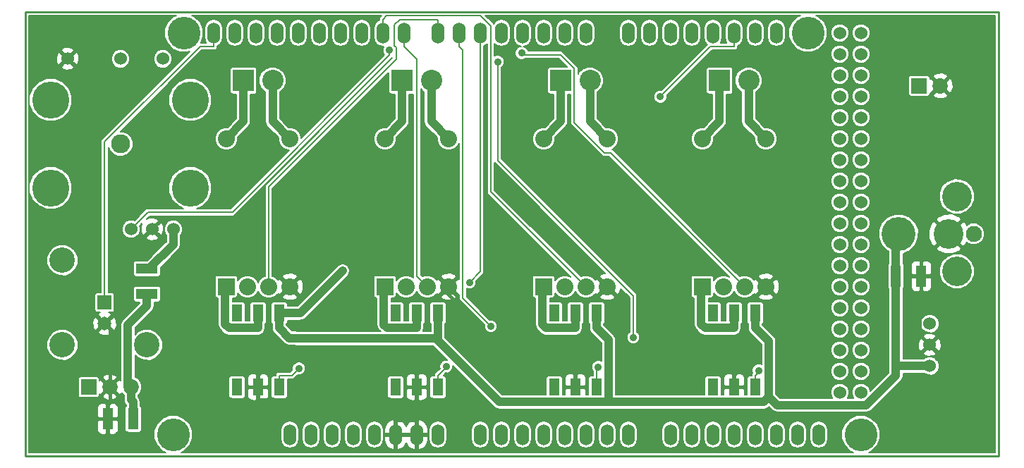
<source format=gbl>
G04 (created by PCBNEW (2013-jul-07)-stable) date Wed 28 May 2014 04:19:17 PM EDT*
%MOIN*%
G04 Gerber Fmt 3.4, Leading zero omitted, Abs format*
%FSLAX34Y34*%
G01*
G70*
G90*
G04 APERTURE LIST*
%ADD10C,0.00590551*%
%ADD11C,0.009*%
%ADD12C,0.155*%
%ADD13O,0.06X0.1*%
%ADD14C,0.06*%
%ADD15R,0.05X0.08*%
%ADD16C,0.076*%
%ADD17C,0.14*%
%ADD18C,0.16*%
%ADD19R,0.1X0.1*%
%ADD20C,0.1*%
%ADD21R,0.08X0.08*%
%ADD22C,0.08*%
%ADD23R,0.05X0.1*%
%ADD24R,0.1X0.05*%
%ADD25C,0.073*%
%ADD26R,0.073X0.073*%
%ADD27C,0.09*%
%ADD28C,0.175*%
%ADD29C,0.12*%
%ADD30R,0.065X0.065*%
%ADD31C,0.065*%
%ADD32C,0.035*%
%ADD33C,0.04*%
%ADD34C,0.008*%
%ADD35C,0.016*%
G04 APERTURE END LIST*
G54D10*
G54D11*
X89500Y-51500D02*
X43500Y-51500D01*
X43500Y-30500D02*
X89500Y-30500D01*
X43500Y-30500D02*
X43500Y-51500D01*
X89500Y-51500D02*
X89500Y-30500D01*
G54D12*
X50500Y-50500D03*
X51000Y-31500D03*
X83000Y-50500D03*
X80500Y-31500D03*
G54D13*
X56000Y-50500D03*
X57000Y-50500D03*
X58000Y-50500D03*
X59000Y-50500D03*
X60000Y-50500D03*
X61000Y-50500D03*
X62000Y-50500D03*
X63000Y-50500D03*
X65000Y-50500D03*
X66000Y-50500D03*
X67000Y-50500D03*
X68000Y-50500D03*
X69000Y-50500D03*
X70000Y-50500D03*
X71000Y-50500D03*
X72000Y-50500D03*
X74000Y-50500D03*
X75000Y-50500D03*
X76000Y-50500D03*
X77000Y-50500D03*
X78000Y-50500D03*
X79000Y-50500D03*
X80000Y-50500D03*
X81000Y-50500D03*
X52400Y-31500D03*
X53400Y-31500D03*
X54400Y-31500D03*
X55400Y-31500D03*
X56400Y-31500D03*
X57400Y-31500D03*
X58400Y-31500D03*
X59400Y-31500D03*
X60400Y-31500D03*
X61400Y-31500D03*
X63000Y-31500D03*
X70000Y-31500D03*
X69000Y-31500D03*
X68000Y-31500D03*
X67000Y-31500D03*
X66000Y-31500D03*
X65000Y-31500D03*
X64000Y-31500D03*
X72000Y-31500D03*
X73000Y-31500D03*
X74000Y-31500D03*
X75000Y-31500D03*
X76000Y-31500D03*
X77000Y-31500D03*
X78000Y-31500D03*
X79000Y-31500D03*
G54D14*
X82000Y-31500D03*
X83000Y-31500D03*
X82000Y-32500D03*
X83000Y-32500D03*
X82000Y-33500D03*
X83000Y-33500D03*
X82000Y-34500D03*
X83000Y-34500D03*
X82000Y-35500D03*
X83000Y-35500D03*
X82000Y-36500D03*
X83000Y-36500D03*
X82000Y-37500D03*
X83000Y-37500D03*
X82000Y-38500D03*
X83000Y-38500D03*
X82000Y-39500D03*
X83000Y-39500D03*
X82000Y-40500D03*
X83000Y-40500D03*
X82000Y-41500D03*
X83000Y-41500D03*
X82000Y-42500D03*
X83000Y-42500D03*
X82000Y-43500D03*
X83000Y-43500D03*
X82000Y-44500D03*
X83000Y-44500D03*
X82000Y-45500D03*
X83000Y-45500D03*
X82000Y-46500D03*
X83000Y-46500D03*
X82000Y-47500D03*
X83000Y-47500D03*
X82000Y-48500D03*
X83000Y-48500D03*
G54D15*
X70500Y-48250D03*
X69500Y-48250D03*
X68500Y-48250D03*
X68500Y-44750D03*
X69500Y-44750D03*
X70500Y-44750D03*
X78000Y-48250D03*
X77000Y-48250D03*
X76000Y-48250D03*
X76000Y-44750D03*
X77000Y-44750D03*
X78000Y-44750D03*
G54D16*
X88320Y-41000D03*
G54D17*
X87140Y-41000D03*
G54D18*
X84780Y-41000D03*
G54D17*
X87530Y-39230D03*
X87530Y-42770D03*
G54D15*
X55500Y-48250D03*
X54500Y-48250D03*
X53500Y-48250D03*
X53500Y-44750D03*
X54500Y-44750D03*
X55500Y-44750D03*
X63000Y-48250D03*
X62000Y-48250D03*
X61000Y-48250D03*
X61000Y-44750D03*
X62000Y-44750D03*
X63000Y-44750D03*
G54D19*
X76311Y-33750D03*
G54D20*
X77689Y-33750D03*
G54D19*
X68811Y-33750D03*
G54D20*
X70189Y-33750D03*
G54D19*
X61311Y-33750D03*
G54D20*
X62689Y-33750D03*
G54D19*
X53811Y-33750D03*
G54D20*
X55189Y-33750D03*
G54D21*
X75500Y-43500D03*
G54D22*
X76500Y-43500D03*
X77500Y-43500D03*
X78500Y-43500D03*
X78500Y-36500D03*
X75500Y-36500D03*
G54D21*
X68000Y-43500D03*
G54D22*
X69000Y-43500D03*
X70000Y-43500D03*
X71000Y-43500D03*
X71000Y-36500D03*
X68000Y-36500D03*
G54D21*
X60500Y-43500D03*
G54D22*
X61500Y-43500D03*
X62500Y-43500D03*
X63500Y-43500D03*
X63500Y-36500D03*
X60500Y-36500D03*
G54D21*
X53000Y-43500D03*
G54D22*
X54000Y-43500D03*
X55000Y-43500D03*
X56000Y-43500D03*
X56000Y-36500D03*
X53000Y-36500D03*
G54D23*
X84650Y-43000D03*
X85850Y-43000D03*
X48600Y-49750D03*
X47400Y-49750D03*
G54D24*
X49250Y-43850D03*
X49250Y-42650D03*
G54D25*
X47500Y-48250D03*
X48500Y-48250D03*
G54D26*
X46500Y-48250D03*
G54D25*
X86750Y-34000D03*
G54D26*
X85750Y-34000D03*
G54D27*
X48000Y-36750D03*
G54D14*
X50500Y-40780D03*
X49500Y-40780D03*
X48500Y-40780D03*
X50000Y-32720D03*
X48000Y-32720D03*
X45500Y-32720D03*
G54D28*
X51300Y-34670D03*
X51300Y-38830D03*
X44700Y-34670D03*
X44700Y-38830D03*
G54D14*
X86250Y-46250D03*
X86250Y-45250D03*
X86250Y-47250D03*
G54D29*
X45250Y-46250D03*
X45250Y-42250D03*
G54D30*
X47250Y-44250D03*
G54D31*
X47250Y-45250D03*
G54D29*
X49250Y-46250D03*
G54D32*
X73509Y-34512D03*
X64498Y-43291D03*
X65503Y-45373D03*
X72236Y-45900D03*
X65821Y-32858D03*
X60716Y-32315D03*
X66961Y-32455D03*
X72756Y-34958D03*
X70571Y-47294D03*
X56432Y-47363D03*
X63395Y-47275D03*
X78164Y-47464D03*
X58500Y-42750D03*
X63395Y-46450D03*
X56276Y-45928D03*
G54D33*
X49250Y-43850D02*
X49250Y-44400D01*
X48346Y-45303D02*
X49250Y-44400D01*
X48346Y-48096D02*
X48346Y-45303D01*
X48500Y-48250D02*
X48346Y-48096D01*
X48500Y-48849D02*
X48500Y-48250D01*
X48600Y-48949D02*
X48500Y-48849D01*
X48600Y-49750D02*
X48600Y-48949D01*
G54D34*
X51759Y-32140D02*
X52400Y-32140D01*
X47250Y-36650D02*
X51759Y-32140D01*
X47250Y-44250D02*
X47250Y-36650D01*
X52400Y-31500D02*
X52400Y-32140D01*
X75881Y-32140D02*
X77000Y-32140D01*
X73509Y-34512D02*
X75881Y-32140D01*
X77000Y-31500D02*
X77000Y-32140D01*
X65000Y-31500D02*
X65000Y-32140D01*
X65000Y-42789D02*
X64498Y-43291D01*
X65000Y-32140D02*
X65000Y-42789D01*
X64000Y-31500D02*
X64000Y-32140D01*
X64182Y-44052D02*
X65503Y-45373D01*
X64182Y-32322D02*
X64182Y-44052D01*
X64000Y-32140D02*
X64182Y-32322D01*
X72236Y-45900D02*
X72236Y-45900D01*
X72236Y-43941D02*
X72236Y-45900D01*
X65821Y-37526D02*
X72236Y-43941D01*
X65821Y-32858D02*
X65821Y-37526D01*
X60716Y-32546D02*
X60716Y-32315D01*
X53287Y-39976D02*
X60716Y-32546D01*
X49303Y-39976D02*
X53287Y-39976D01*
X48500Y-40780D02*
X49303Y-39976D01*
G54D33*
X53122Y-45450D02*
X54500Y-45450D01*
X52949Y-45276D02*
X53122Y-45450D01*
X52949Y-43550D02*
X52949Y-45276D01*
X53000Y-43500D02*
X52949Y-43550D01*
X54500Y-44750D02*
X54500Y-45450D01*
X60609Y-45450D02*
X62000Y-45450D01*
X60449Y-45290D02*
X60609Y-45450D01*
X60449Y-43550D02*
X60449Y-45290D01*
X60500Y-43500D02*
X60449Y-43550D01*
X62000Y-44750D02*
X62000Y-45450D01*
X68115Y-45450D02*
X69500Y-45450D01*
X67949Y-45284D02*
X68115Y-45450D01*
X67949Y-43550D02*
X67949Y-45284D01*
X68000Y-43500D02*
X67949Y-43550D01*
X69500Y-44750D02*
X69500Y-45450D01*
X75622Y-45450D02*
X77000Y-45450D01*
X75449Y-45276D02*
X75622Y-45450D01*
X75449Y-43550D02*
X75449Y-45276D01*
X75500Y-43500D02*
X75449Y-43550D01*
X77000Y-44750D02*
X77000Y-45450D01*
X53810Y-35689D02*
X53810Y-33750D01*
X53000Y-36500D02*
X53810Y-35689D01*
X55189Y-35689D02*
X55189Y-33750D01*
X56000Y-36500D02*
X55189Y-35689D01*
X61310Y-35689D02*
X61310Y-33750D01*
X60500Y-36500D02*
X61310Y-35689D01*
X62689Y-35689D02*
X62689Y-33750D01*
X63500Y-36500D02*
X62689Y-35689D01*
X68810Y-35689D02*
X68810Y-33750D01*
X68000Y-36500D02*
X68810Y-35689D01*
X70189Y-35689D02*
X71000Y-36500D01*
X70189Y-33750D02*
X70189Y-35689D01*
X76310Y-35689D02*
X76310Y-33750D01*
X75500Y-36500D02*
X76310Y-35689D01*
X77689Y-35689D02*
X77689Y-33750D01*
X78500Y-36500D02*
X77689Y-35689D01*
G54D34*
X63000Y-31500D02*
X63000Y-30859D01*
X61207Y-30859D02*
X63000Y-30859D01*
X60946Y-31120D02*
X61207Y-30859D01*
X60946Y-32099D02*
X60946Y-31120D01*
X61032Y-32185D02*
X60946Y-32099D01*
X61032Y-32752D02*
X61032Y-32185D01*
X55000Y-38784D02*
X61032Y-32752D01*
X55000Y-43500D02*
X55000Y-38784D01*
X62006Y-32746D02*
X61400Y-32140D01*
X62006Y-43006D02*
X62006Y-32746D01*
X62500Y-43500D02*
X62006Y-43006D01*
X61400Y-31500D02*
X61400Y-32140D01*
X60580Y-30679D02*
X60400Y-30859D01*
X65002Y-30679D02*
X60580Y-30679D01*
X65500Y-31176D02*
X65002Y-30679D01*
X65500Y-39000D02*
X65500Y-31176D01*
X70000Y-43500D02*
X65500Y-39000D01*
X60400Y-31500D02*
X60400Y-30859D01*
X67035Y-32529D02*
X66961Y-32455D01*
X67035Y-32529D02*
X67035Y-32529D01*
X68790Y-32529D02*
X67035Y-32529D01*
X69451Y-33189D02*
X68790Y-32529D01*
X69451Y-35747D02*
X69451Y-33189D01*
X70863Y-37160D02*
X69451Y-35747D01*
X71160Y-37160D02*
X70863Y-37160D01*
X77500Y-43500D02*
X71160Y-37160D01*
G54D35*
X47500Y-48969D02*
X47400Y-49069D01*
X47500Y-48250D02*
X47500Y-48969D01*
X47400Y-49750D02*
X47400Y-49069D01*
X85760Y-45760D02*
X86250Y-46250D01*
X85760Y-43770D02*
X85760Y-45760D01*
X85850Y-43680D02*
X85760Y-43770D01*
X85850Y-43000D02*
X85850Y-43680D01*
X47500Y-45500D02*
X47250Y-45250D01*
X47500Y-48250D02*
X47500Y-45500D01*
X48337Y-41942D02*
X49500Y-40780D01*
X48337Y-44162D02*
X48337Y-41942D01*
X47250Y-45250D02*
X48337Y-44162D01*
X69500Y-48250D02*
X69500Y-47669D01*
X69500Y-45830D02*
X69500Y-47669D01*
X70376Y-44123D02*
X71000Y-43500D01*
X70184Y-44123D02*
X70376Y-44123D01*
X69930Y-44378D02*
X70184Y-44123D01*
X69930Y-45561D02*
X69930Y-44378D01*
X69661Y-45830D02*
X69930Y-45561D01*
X69500Y-45830D02*
X69661Y-45830D01*
X77430Y-47239D02*
X77000Y-47669D01*
X77430Y-44378D02*
X77430Y-47239D01*
X77684Y-44123D02*
X77430Y-44378D01*
X77876Y-44123D02*
X77684Y-44123D01*
X78500Y-43500D02*
X77876Y-44123D01*
X77000Y-48250D02*
X77000Y-47669D01*
X88413Y-39726D02*
X87140Y-41000D01*
X88413Y-35663D02*
X88413Y-39726D01*
X86750Y-34000D02*
X88413Y-35663D01*
X85850Y-42290D02*
X85850Y-43000D01*
X87140Y-41000D02*
X85850Y-42290D01*
X60010Y-48830D02*
X61000Y-49819D01*
X54500Y-48830D02*
X60010Y-48830D01*
X54500Y-48250D02*
X54500Y-48830D01*
X61000Y-50500D02*
X61000Y-49819D01*
X62000Y-49819D02*
X61000Y-49819D01*
X62000Y-48250D02*
X62000Y-49819D01*
X62000Y-49819D02*
X62000Y-50500D01*
X54930Y-47239D02*
X54500Y-47669D01*
X54930Y-44378D02*
X54930Y-47239D01*
X55184Y-44123D02*
X54930Y-44378D01*
X55376Y-44123D02*
X55184Y-44123D01*
X56000Y-43500D02*
X55376Y-44123D01*
X54500Y-48250D02*
X54500Y-47669D01*
X65457Y-45830D02*
X69500Y-45830D01*
X63500Y-43872D02*
X65457Y-45830D01*
X63500Y-43500D02*
X63500Y-43872D01*
X85750Y-33000D02*
X86750Y-34000D01*
X75523Y-33000D02*
X85750Y-33000D01*
X73565Y-34958D02*
X75523Y-33000D01*
X72756Y-34958D02*
X73565Y-34958D01*
G54D33*
X49250Y-42650D02*
X49350Y-42650D01*
X50500Y-41500D02*
X50500Y-40780D01*
X49350Y-42650D02*
X50500Y-41500D01*
G54D34*
X70500Y-48250D02*
X70500Y-47709D01*
X70500Y-47366D02*
X70571Y-47294D01*
X70500Y-47709D02*
X70500Y-47366D01*
X56086Y-47709D02*
X56432Y-47363D01*
X55500Y-47709D02*
X56086Y-47709D01*
X55500Y-48250D02*
X55500Y-47709D01*
X63395Y-47314D02*
X63395Y-47275D01*
X63000Y-47709D02*
X63395Y-47314D01*
X63000Y-48250D02*
X63000Y-47709D01*
X78000Y-48250D02*
X78000Y-47709D01*
X78164Y-47545D02*
X78164Y-47464D01*
X78000Y-47709D02*
X78164Y-47545D01*
G54D33*
X55500Y-44750D02*
X56500Y-44750D01*
X56500Y-44750D02*
X58500Y-42750D01*
X84650Y-41130D02*
X84650Y-43000D01*
X84780Y-41000D02*
X84650Y-41130D01*
X63000Y-44750D02*
X63000Y-45450D01*
X70500Y-44750D02*
X70500Y-45450D01*
X71071Y-46022D02*
X70500Y-45450D01*
X71071Y-48950D02*
X71071Y-46022D01*
X65895Y-48950D02*
X71071Y-48950D01*
X63395Y-46450D02*
X65895Y-48950D01*
X78000Y-44750D02*
X78000Y-45450D01*
X86250Y-47250D02*
X84650Y-47250D01*
X84650Y-47250D02*
X84650Y-43000D01*
X55500Y-44750D02*
X55500Y-45450D01*
X55978Y-45928D02*
X55500Y-45450D01*
X56276Y-45928D02*
X55978Y-45928D01*
X56298Y-45950D02*
X56276Y-45928D01*
X63000Y-45950D02*
X56298Y-45950D01*
X63000Y-45450D02*
X63000Y-45950D01*
X63000Y-46054D02*
X63395Y-46450D01*
X63000Y-45950D02*
X63000Y-46054D01*
X84650Y-47699D02*
X84650Y-47250D01*
X83245Y-49103D02*
X84650Y-47699D01*
X79041Y-49103D02*
X83245Y-49103D01*
X78639Y-48701D02*
X79041Y-49103D01*
X78390Y-48950D02*
X78639Y-48701D01*
X71071Y-48950D02*
X78390Y-48950D01*
X78639Y-46089D02*
X78000Y-45450D01*
X78639Y-48701D02*
X78639Y-46089D01*
G54D10*
G36*
X89335Y-51335D02*
X88840Y-51335D01*
X88840Y-40897D01*
X88761Y-40705D01*
X88614Y-40559D01*
X88423Y-40480D01*
X88370Y-40480D01*
X88370Y-39063D01*
X88242Y-38754D01*
X88006Y-38518D01*
X87697Y-38390D01*
X87363Y-38389D01*
X87360Y-38390D01*
X87360Y-34084D01*
X87346Y-33844D01*
X87281Y-33687D01*
X87183Y-33650D01*
X87099Y-33735D01*
X87099Y-33566D01*
X87062Y-33468D01*
X86834Y-33389D01*
X86594Y-33403D01*
X86437Y-33468D01*
X86400Y-33566D01*
X86750Y-33915D01*
X87099Y-33566D01*
X87099Y-33735D01*
X86834Y-34000D01*
X87183Y-34349D01*
X87281Y-34312D01*
X87360Y-34084D01*
X87360Y-38390D01*
X87099Y-38499D01*
X87099Y-34433D01*
X86750Y-34084D01*
X86665Y-34169D01*
X86665Y-34000D01*
X86316Y-33650D01*
X86255Y-33673D01*
X86255Y-33607D01*
X86233Y-33555D01*
X86194Y-33516D01*
X86142Y-33495D01*
X86087Y-33494D01*
X85357Y-33494D01*
X85305Y-33516D01*
X85266Y-33555D01*
X85245Y-33607D01*
X85244Y-33662D01*
X85244Y-34392D01*
X85266Y-34444D01*
X85305Y-34483D01*
X85357Y-34504D01*
X85412Y-34505D01*
X86142Y-34505D01*
X86194Y-34483D01*
X86233Y-34444D01*
X86254Y-34392D01*
X86255Y-34337D01*
X86255Y-34326D01*
X86316Y-34349D01*
X86665Y-34000D01*
X86665Y-34169D01*
X86400Y-34433D01*
X86437Y-34531D01*
X86665Y-34610D01*
X86905Y-34596D01*
X87062Y-34531D01*
X87099Y-34433D01*
X87099Y-38499D01*
X87054Y-38517D01*
X86818Y-38753D01*
X86690Y-39062D01*
X86689Y-39396D01*
X86817Y-39705D01*
X87053Y-39941D01*
X87362Y-40069D01*
X87696Y-40070D01*
X88005Y-39942D01*
X88241Y-39706D01*
X88369Y-39397D01*
X88370Y-39063D01*
X88370Y-40480D01*
X88217Y-40479D01*
X88025Y-40558D01*
X87992Y-40591D01*
X87949Y-40486D01*
X87816Y-40408D01*
X87731Y-40493D01*
X87731Y-40323D01*
X87653Y-40190D01*
X87304Y-40055D01*
X86931Y-40064D01*
X86626Y-40190D01*
X86548Y-40323D01*
X87140Y-40915D01*
X87731Y-40323D01*
X87731Y-40493D01*
X87224Y-41000D01*
X87816Y-41591D01*
X87949Y-41513D01*
X87990Y-41406D01*
X88025Y-41440D01*
X88216Y-41519D01*
X88422Y-41520D01*
X88614Y-41441D01*
X88760Y-41294D01*
X88839Y-41103D01*
X88840Y-40897D01*
X88840Y-51335D01*
X88370Y-51335D01*
X88370Y-42603D01*
X88242Y-42294D01*
X88006Y-42058D01*
X87731Y-41944D01*
X87731Y-41676D01*
X87140Y-41084D01*
X87055Y-41169D01*
X87055Y-41000D01*
X86463Y-40408D01*
X86330Y-40486D01*
X86195Y-40835D01*
X86204Y-41208D01*
X86330Y-41513D01*
X86463Y-41591D01*
X87055Y-41000D01*
X87055Y-41169D01*
X86548Y-41676D01*
X86626Y-41809D01*
X86975Y-41944D01*
X87348Y-41935D01*
X87653Y-41809D01*
X87731Y-41676D01*
X87731Y-41944D01*
X87697Y-41930D01*
X87363Y-41929D01*
X87054Y-42057D01*
X86818Y-42293D01*
X86690Y-42602D01*
X86689Y-42936D01*
X86817Y-43245D01*
X87053Y-43481D01*
X87362Y-43609D01*
X87696Y-43610D01*
X88005Y-43482D01*
X88241Y-43246D01*
X88369Y-42937D01*
X88370Y-42603D01*
X88370Y-51335D01*
X86796Y-51335D01*
X86796Y-46319D01*
X86781Y-46105D01*
X86728Y-45976D01*
X86690Y-45964D01*
X86690Y-45162D01*
X86623Y-45001D01*
X86499Y-44877D01*
X86340Y-44810D01*
X86340Y-43452D01*
X86340Y-42547D01*
X86339Y-42452D01*
X86303Y-42363D01*
X86235Y-42296D01*
X86147Y-42259D01*
X85970Y-42260D01*
X85910Y-42320D01*
X85910Y-42940D01*
X86280Y-42940D01*
X86340Y-42880D01*
X86340Y-42547D01*
X86340Y-43452D01*
X86340Y-43120D01*
X86280Y-43060D01*
X85910Y-43060D01*
X85910Y-43680D01*
X85970Y-43740D01*
X86147Y-43740D01*
X86235Y-43703D01*
X86303Y-43636D01*
X86339Y-43547D01*
X86340Y-43452D01*
X86340Y-44810D01*
X86337Y-44810D01*
X86162Y-44809D01*
X86001Y-44876D01*
X85877Y-45000D01*
X85810Y-45162D01*
X85809Y-45337D01*
X85876Y-45498D01*
X86000Y-45622D01*
X86162Y-45689D01*
X86337Y-45690D01*
X86498Y-45623D01*
X86622Y-45499D01*
X86689Y-45337D01*
X86690Y-45162D01*
X86690Y-45964D01*
X86636Y-45948D01*
X86551Y-46032D01*
X86551Y-45863D01*
X86523Y-45771D01*
X86319Y-45703D01*
X86105Y-45718D01*
X85976Y-45771D01*
X85948Y-45863D01*
X86250Y-46165D01*
X86551Y-45863D01*
X86551Y-46032D01*
X86334Y-46250D01*
X86636Y-46551D01*
X86728Y-46523D01*
X86796Y-46319D01*
X86796Y-51335D01*
X83375Y-51335D01*
X83517Y-51276D01*
X83775Y-51018D01*
X83914Y-50682D01*
X83915Y-50318D01*
X83776Y-49982D01*
X83518Y-49724D01*
X83182Y-49585D01*
X82818Y-49584D01*
X82482Y-49723D01*
X82224Y-49981D01*
X82085Y-50317D01*
X82084Y-50681D01*
X82223Y-51017D01*
X82481Y-51275D01*
X82624Y-51335D01*
X81440Y-51335D01*
X81440Y-50712D01*
X81440Y-50287D01*
X81406Y-50119D01*
X81311Y-49976D01*
X81168Y-49880D01*
X81000Y-49847D01*
X80831Y-49880D01*
X80688Y-49976D01*
X80593Y-50119D01*
X80560Y-50287D01*
X80560Y-50712D01*
X80593Y-50880D01*
X80688Y-51023D01*
X80831Y-51119D01*
X81000Y-51152D01*
X81168Y-51119D01*
X81311Y-51023D01*
X81406Y-50880D01*
X81440Y-50712D01*
X81440Y-51335D01*
X80440Y-51335D01*
X80440Y-50712D01*
X80440Y-50287D01*
X80406Y-50119D01*
X80311Y-49976D01*
X80168Y-49880D01*
X80000Y-49847D01*
X79831Y-49880D01*
X79688Y-49976D01*
X79593Y-50119D01*
X79560Y-50287D01*
X79560Y-50712D01*
X79593Y-50880D01*
X79688Y-51023D01*
X79831Y-51119D01*
X80000Y-51152D01*
X80168Y-51119D01*
X80311Y-51023D01*
X80406Y-50880D01*
X80440Y-50712D01*
X80440Y-51335D01*
X79440Y-51335D01*
X79440Y-50712D01*
X79440Y-50287D01*
X79406Y-50119D01*
X79311Y-49976D01*
X79168Y-49880D01*
X79000Y-49847D01*
X78831Y-49880D01*
X78688Y-49976D01*
X78593Y-50119D01*
X78560Y-50287D01*
X78560Y-50712D01*
X78593Y-50880D01*
X78688Y-51023D01*
X78831Y-51119D01*
X79000Y-51152D01*
X79168Y-51119D01*
X79311Y-51023D01*
X79406Y-50880D01*
X79440Y-50712D01*
X79440Y-51335D01*
X78440Y-51335D01*
X78440Y-50712D01*
X78440Y-50287D01*
X78406Y-50119D01*
X78311Y-49976D01*
X78168Y-49880D01*
X78000Y-49847D01*
X77831Y-49880D01*
X77688Y-49976D01*
X77593Y-50119D01*
X77560Y-50287D01*
X77560Y-50712D01*
X77593Y-50880D01*
X77688Y-51023D01*
X77831Y-51119D01*
X78000Y-51152D01*
X78168Y-51119D01*
X78311Y-51023D01*
X78406Y-50880D01*
X78440Y-50712D01*
X78440Y-51335D01*
X77440Y-51335D01*
X77440Y-50712D01*
X77440Y-50287D01*
X77406Y-50119D01*
X77311Y-49976D01*
X77168Y-49880D01*
X77000Y-49847D01*
X76831Y-49880D01*
X76688Y-49976D01*
X76593Y-50119D01*
X76560Y-50287D01*
X76560Y-50712D01*
X76593Y-50880D01*
X76688Y-51023D01*
X76831Y-51119D01*
X77000Y-51152D01*
X77168Y-51119D01*
X77311Y-51023D01*
X77406Y-50880D01*
X77440Y-50712D01*
X77440Y-51335D01*
X76440Y-51335D01*
X76440Y-50712D01*
X76440Y-50287D01*
X76406Y-50119D01*
X76311Y-49976D01*
X76168Y-49880D01*
X76000Y-49847D01*
X75831Y-49880D01*
X75688Y-49976D01*
X75593Y-50119D01*
X75560Y-50287D01*
X75560Y-50712D01*
X75593Y-50880D01*
X75688Y-51023D01*
X75831Y-51119D01*
X76000Y-51152D01*
X76168Y-51119D01*
X76311Y-51023D01*
X76406Y-50880D01*
X76440Y-50712D01*
X76440Y-51335D01*
X75440Y-51335D01*
X75440Y-50712D01*
X75440Y-50287D01*
X75406Y-50119D01*
X75311Y-49976D01*
X75168Y-49880D01*
X75000Y-49847D01*
X74831Y-49880D01*
X74688Y-49976D01*
X74593Y-50119D01*
X74560Y-50287D01*
X74560Y-50712D01*
X74593Y-50880D01*
X74688Y-51023D01*
X74831Y-51119D01*
X75000Y-51152D01*
X75168Y-51119D01*
X75311Y-51023D01*
X75406Y-50880D01*
X75440Y-50712D01*
X75440Y-51335D01*
X74440Y-51335D01*
X74440Y-50712D01*
X74440Y-50287D01*
X74406Y-50119D01*
X74311Y-49976D01*
X74168Y-49880D01*
X74000Y-49847D01*
X73831Y-49880D01*
X73688Y-49976D01*
X73593Y-50119D01*
X73560Y-50287D01*
X73560Y-50712D01*
X73593Y-50880D01*
X73688Y-51023D01*
X73831Y-51119D01*
X74000Y-51152D01*
X74168Y-51119D01*
X74311Y-51023D01*
X74406Y-50880D01*
X74440Y-50712D01*
X74440Y-51335D01*
X72440Y-51335D01*
X72440Y-50712D01*
X72440Y-50287D01*
X72406Y-50119D01*
X72311Y-49976D01*
X72168Y-49880D01*
X72000Y-49847D01*
X71831Y-49880D01*
X71688Y-49976D01*
X71593Y-50119D01*
X71560Y-50287D01*
X71560Y-50712D01*
X71593Y-50880D01*
X71688Y-51023D01*
X71831Y-51119D01*
X72000Y-51152D01*
X72168Y-51119D01*
X72311Y-51023D01*
X72406Y-50880D01*
X72440Y-50712D01*
X72440Y-51335D01*
X71440Y-51335D01*
X71440Y-50712D01*
X71440Y-50287D01*
X71406Y-50119D01*
X71311Y-49976D01*
X71168Y-49880D01*
X71000Y-49847D01*
X70831Y-49880D01*
X70688Y-49976D01*
X70593Y-50119D01*
X70560Y-50287D01*
X70560Y-50712D01*
X70593Y-50880D01*
X70688Y-51023D01*
X70831Y-51119D01*
X71000Y-51152D01*
X71168Y-51119D01*
X71311Y-51023D01*
X71406Y-50880D01*
X71440Y-50712D01*
X71440Y-51335D01*
X70440Y-51335D01*
X70440Y-50712D01*
X70440Y-50287D01*
X70406Y-50119D01*
X70311Y-49976D01*
X70168Y-49880D01*
X70000Y-49847D01*
X69831Y-49880D01*
X69688Y-49976D01*
X69593Y-50119D01*
X69560Y-50287D01*
X69560Y-50712D01*
X69593Y-50880D01*
X69688Y-51023D01*
X69831Y-51119D01*
X70000Y-51152D01*
X70168Y-51119D01*
X70311Y-51023D01*
X70406Y-50880D01*
X70440Y-50712D01*
X70440Y-51335D01*
X69440Y-51335D01*
X69440Y-50712D01*
X69440Y-50287D01*
X69406Y-50119D01*
X69311Y-49976D01*
X69168Y-49880D01*
X69000Y-49847D01*
X68831Y-49880D01*
X68688Y-49976D01*
X68593Y-50119D01*
X68560Y-50287D01*
X68560Y-50712D01*
X68593Y-50880D01*
X68688Y-51023D01*
X68831Y-51119D01*
X69000Y-51152D01*
X69168Y-51119D01*
X69311Y-51023D01*
X69406Y-50880D01*
X69440Y-50712D01*
X69440Y-51335D01*
X68440Y-51335D01*
X68440Y-50712D01*
X68440Y-50287D01*
X68406Y-50119D01*
X68311Y-49976D01*
X68168Y-49880D01*
X68000Y-49847D01*
X67831Y-49880D01*
X67688Y-49976D01*
X67593Y-50119D01*
X67560Y-50287D01*
X67560Y-50712D01*
X67593Y-50880D01*
X67688Y-51023D01*
X67831Y-51119D01*
X68000Y-51152D01*
X68168Y-51119D01*
X68311Y-51023D01*
X68406Y-50880D01*
X68440Y-50712D01*
X68440Y-51335D01*
X67440Y-51335D01*
X67440Y-50712D01*
X67440Y-50287D01*
X67406Y-50119D01*
X67311Y-49976D01*
X67168Y-49880D01*
X67000Y-49847D01*
X66831Y-49880D01*
X66688Y-49976D01*
X66593Y-50119D01*
X66560Y-50287D01*
X66560Y-50712D01*
X66593Y-50880D01*
X66688Y-51023D01*
X66831Y-51119D01*
X67000Y-51152D01*
X67168Y-51119D01*
X67311Y-51023D01*
X67406Y-50880D01*
X67440Y-50712D01*
X67440Y-51335D01*
X66440Y-51335D01*
X66440Y-50712D01*
X66440Y-50287D01*
X66406Y-50119D01*
X66311Y-49976D01*
X66168Y-49880D01*
X66000Y-49847D01*
X65831Y-49880D01*
X65688Y-49976D01*
X65593Y-50119D01*
X65560Y-50287D01*
X65560Y-50712D01*
X65593Y-50880D01*
X65688Y-51023D01*
X65831Y-51119D01*
X66000Y-51152D01*
X66168Y-51119D01*
X66311Y-51023D01*
X66406Y-50880D01*
X66440Y-50712D01*
X66440Y-51335D01*
X65440Y-51335D01*
X65440Y-50712D01*
X65440Y-50287D01*
X65406Y-50119D01*
X65311Y-49976D01*
X65168Y-49880D01*
X65000Y-49847D01*
X64831Y-49880D01*
X64688Y-49976D01*
X64593Y-50119D01*
X64560Y-50287D01*
X64560Y-50712D01*
X64593Y-50880D01*
X64688Y-51023D01*
X64831Y-51119D01*
X65000Y-51152D01*
X65168Y-51119D01*
X65311Y-51023D01*
X65406Y-50880D01*
X65440Y-50712D01*
X65440Y-51335D01*
X63440Y-51335D01*
X63440Y-50712D01*
X63440Y-50287D01*
X63406Y-50119D01*
X63311Y-49976D01*
X63168Y-49880D01*
X63000Y-49847D01*
X62831Y-49880D01*
X62688Y-49976D01*
X62593Y-50119D01*
X62560Y-50287D01*
X62560Y-50712D01*
X62593Y-50880D01*
X62688Y-51023D01*
X62831Y-51119D01*
X63000Y-51152D01*
X63168Y-51119D01*
X63311Y-51023D01*
X63406Y-50880D01*
X63440Y-50712D01*
X63440Y-51335D01*
X62540Y-51335D01*
X62540Y-50760D01*
X62540Y-50560D01*
X62540Y-50440D01*
X62540Y-50240D01*
X62490Y-50082D01*
X62490Y-48697D01*
X62490Y-47802D01*
X62453Y-47714D01*
X62386Y-47646D01*
X62297Y-47610D01*
X62202Y-47609D01*
X62120Y-47610D01*
X62060Y-47670D01*
X62060Y-48190D01*
X62430Y-48190D01*
X62490Y-48130D01*
X62490Y-47802D01*
X62490Y-48697D01*
X62490Y-48370D01*
X62430Y-48310D01*
X62060Y-48310D01*
X62060Y-48830D01*
X62120Y-48890D01*
X62202Y-48890D01*
X62297Y-48889D01*
X62386Y-48853D01*
X62453Y-48785D01*
X62490Y-48697D01*
X62490Y-50082D01*
X62475Y-50037D01*
X62339Y-49875D01*
X62143Y-49779D01*
X62060Y-49823D01*
X62060Y-50440D01*
X62540Y-50440D01*
X62540Y-50560D01*
X62060Y-50560D01*
X62060Y-51176D01*
X62143Y-51220D01*
X62339Y-51124D01*
X62475Y-50962D01*
X62540Y-50760D01*
X62540Y-51335D01*
X61940Y-51335D01*
X61940Y-51176D01*
X61940Y-50560D01*
X61940Y-50440D01*
X61940Y-49823D01*
X61940Y-48830D01*
X61940Y-48310D01*
X61940Y-48190D01*
X61940Y-47670D01*
X61880Y-47610D01*
X61797Y-47609D01*
X61702Y-47610D01*
X61613Y-47646D01*
X61546Y-47714D01*
X61509Y-47802D01*
X61510Y-48130D01*
X61570Y-48190D01*
X61940Y-48190D01*
X61940Y-48310D01*
X61570Y-48310D01*
X61510Y-48370D01*
X61509Y-48697D01*
X61546Y-48785D01*
X61613Y-48853D01*
X61702Y-48889D01*
X61797Y-48890D01*
X61880Y-48890D01*
X61940Y-48830D01*
X61940Y-49823D01*
X61856Y-49779D01*
X61660Y-49875D01*
X61524Y-50037D01*
X61500Y-50113D01*
X61475Y-50037D01*
X61390Y-49935D01*
X61390Y-48622D01*
X61390Y-47822D01*
X61368Y-47770D01*
X61329Y-47731D01*
X61277Y-47710D01*
X61222Y-47709D01*
X60722Y-47709D01*
X60670Y-47731D01*
X60631Y-47770D01*
X60610Y-47822D01*
X60609Y-47877D01*
X60609Y-48677D01*
X60631Y-48729D01*
X60670Y-48768D01*
X60722Y-48789D01*
X60777Y-48790D01*
X61277Y-48790D01*
X61329Y-48768D01*
X61368Y-48729D01*
X61389Y-48677D01*
X61390Y-48622D01*
X61390Y-49935D01*
X61339Y-49875D01*
X61143Y-49779D01*
X61060Y-49823D01*
X61060Y-50440D01*
X61460Y-50440D01*
X61540Y-50440D01*
X61940Y-50440D01*
X61940Y-50560D01*
X61540Y-50560D01*
X61460Y-50560D01*
X61060Y-50560D01*
X61060Y-51176D01*
X61143Y-51220D01*
X61339Y-51124D01*
X61475Y-50962D01*
X61500Y-50886D01*
X61524Y-50962D01*
X61660Y-51124D01*
X61856Y-51220D01*
X61940Y-51176D01*
X61940Y-51335D01*
X60940Y-51335D01*
X60940Y-51176D01*
X60940Y-50560D01*
X60940Y-50440D01*
X60940Y-49823D01*
X60856Y-49779D01*
X60660Y-49875D01*
X60524Y-50037D01*
X60460Y-50240D01*
X60460Y-50440D01*
X60940Y-50440D01*
X60940Y-50560D01*
X60460Y-50560D01*
X60460Y-50760D01*
X60524Y-50962D01*
X60660Y-51124D01*
X60856Y-51220D01*
X60940Y-51176D01*
X60940Y-51335D01*
X60440Y-51335D01*
X60440Y-50712D01*
X60440Y-50287D01*
X60406Y-50119D01*
X60311Y-49976D01*
X60168Y-49880D01*
X60000Y-49847D01*
X59831Y-49880D01*
X59688Y-49976D01*
X59593Y-50119D01*
X59560Y-50287D01*
X59560Y-50712D01*
X59593Y-50880D01*
X59688Y-51023D01*
X59831Y-51119D01*
X60000Y-51152D01*
X60168Y-51119D01*
X60311Y-51023D01*
X60406Y-50880D01*
X60440Y-50712D01*
X60440Y-51335D01*
X59440Y-51335D01*
X59440Y-50712D01*
X59440Y-50287D01*
X59406Y-50119D01*
X59311Y-49976D01*
X59168Y-49880D01*
X59000Y-49847D01*
X58831Y-49880D01*
X58688Y-49976D01*
X58593Y-50119D01*
X58560Y-50287D01*
X58560Y-50712D01*
X58593Y-50880D01*
X58688Y-51023D01*
X58831Y-51119D01*
X59000Y-51152D01*
X59168Y-51119D01*
X59311Y-51023D01*
X59406Y-50880D01*
X59440Y-50712D01*
X59440Y-51335D01*
X58440Y-51335D01*
X58440Y-50712D01*
X58440Y-50287D01*
X58406Y-50119D01*
X58311Y-49976D01*
X58168Y-49880D01*
X58000Y-49847D01*
X57831Y-49880D01*
X57688Y-49976D01*
X57593Y-50119D01*
X57560Y-50287D01*
X57560Y-50712D01*
X57593Y-50880D01*
X57688Y-51023D01*
X57831Y-51119D01*
X58000Y-51152D01*
X58168Y-51119D01*
X58311Y-51023D01*
X58406Y-50880D01*
X58440Y-50712D01*
X58440Y-51335D01*
X57440Y-51335D01*
X57440Y-50712D01*
X57440Y-50287D01*
X57406Y-50119D01*
X57311Y-49976D01*
X57168Y-49880D01*
X57000Y-49847D01*
X56831Y-49880D01*
X56747Y-49936D01*
X56747Y-47301D01*
X56700Y-47185D01*
X56611Y-47096D01*
X56495Y-47048D01*
X56370Y-47048D01*
X56254Y-47096D01*
X56166Y-47184D01*
X56117Y-47300D01*
X56117Y-47423D01*
X56011Y-47529D01*
X55500Y-47529D01*
X55431Y-47543D01*
X55372Y-47582D01*
X55333Y-47640D01*
X55320Y-47709D01*
X55320Y-47709D01*
X55222Y-47709D01*
X55170Y-47731D01*
X55131Y-47770D01*
X55110Y-47822D01*
X55109Y-47877D01*
X55109Y-48677D01*
X55131Y-48729D01*
X55170Y-48768D01*
X55222Y-48789D01*
X55277Y-48790D01*
X55777Y-48790D01*
X55829Y-48768D01*
X55868Y-48729D01*
X55889Y-48677D01*
X55890Y-48622D01*
X55890Y-47889D01*
X56086Y-47889D01*
X56155Y-47876D01*
X56213Y-47837D01*
X56372Y-47678D01*
X56495Y-47678D01*
X56611Y-47630D01*
X56699Y-47542D01*
X56747Y-47426D01*
X56747Y-47301D01*
X56747Y-49936D01*
X56688Y-49976D01*
X56593Y-50119D01*
X56560Y-50287D01*
X56560Y-50712D01*
X56593Y-50880D01*
X56688Y-51023D01*
X56831Y-51119D01*
X57000Y-51152D01*
X57168Y-51119D01*
X57311Y-51023D01*
X57406Y-50880D01*
X57440Y-50712D01*
X57440Y-51335D01*
X56440Y-51335D01*
X56440Y-50712D01*
X56440Y-50287D01*
X56406Y-50119D01*
X56311Y-49976D01*
X56168Y-49880D01*
X56000Y-49847D01*
X55831Y-49880D01*
X55688Y-49976D01*
X55593Y-50119D01*
X55560Y-50287D01*
X55560Y-50712D01*
X55593Y-50880D01*
X55688Y-51023D01*
X55831Y-51119D01*
X56000Y-51152D01*
X56168Y-51119D01*
X56311Y-51023D01*
X56406Y-50880D01*
X56440Y-50712D01*
X56440Y-51335D01*
X54990Y-51335D01*
X54990Y-48697D01*
X54990Y-47802D01*
X54953Y-47714D01*
X54886Y-47646D01*
X54797Y-47610D01*
X54702Y-47609D01*
X54620Y-47610D01*
X54560Y-47670D01*
X54560Y-48190D01*
X54930Y-48190D01*
X54990Y-48130D01*
X54990Y-47802D01*
X54990Y-48697D01*
X54990Y-48370D01*
X54930Y-48310D01*
X54560Y-48310D01*
X54560Y-48830D01*
X54620Y-48890D01*
X54702Y-48890D01*
X54797Y-48889D01*
X54886Y-48853D01*
X54953Y-48785D01*
X54990Y-48697D01*
X54990Y-51335D01*
X54440Y-51335D01*
X54440Y-48830D01*
X54440Y-48310D01*
X54440Y-48190D01*
X54440Y-47670D01*
X54380Y-47610D01*
X54297Y-47609D01*
X54202Y-47610D01*
X54113Y-47646D01*
X54046Y-47714D01*
X54009Y-47802D01*
X54010Y-48130D01*
X54070Y-48190D01*
X54440Y-48190D01*
X54440Y-48310D01*
X54070Y-48310D01*
X54010Y-48370D01*
X54009Y-48697D01*
X54046Y-48785D01*
X54113Y-48853D01*
X54202Y-48889D01*
X54297Y-48890D01*
X54380Y-48890D01*
X54440Y-48830D01*
X54440Y-51335D01*
X53890Y-51335D01*
X53890Y-48622D01*
X53890Y-47822D01*
X53868Y-47770D01*
X53829Y-47731D01*
X53777Y-47710D01*
X53722Y-47709D01*
X53222Y-47709D01*
X53170Y-47731D01*
X53131Y-47770D01*
X53110Y-47822D01*
X53109Y-47877D01*
X53109Y-48677D01*
X53131Y-48729D01*
X53170Y-48768D01*
X53222Y-48789D01*
X53277Y-48790D01*
X53777Y-48790D01*
X53829Y-48768D01*
X53868Y-48729D01*
X53889Y-48677D01*
X53890Y-48622D01*
X53890Y-51335D01*
X50875Y-51335D01*
X51017Y-51276D01*
X51275Y-51018D01*
X51414Y-50682D01*
X51415Y-50318D01*
X51276Y-49982D01*
X51018Y-49724D01*
X50940Y-49691D01*
X50940Y-40692D01*
X50873Y-40531D01*
X50749Y-40407D01*
X50587Y-40340D01*
X50412Y-40339D01*
X50251Y-40406D01*
X50127Y-40530D01*
X50060Y-40692D01*
X50059Y-40867D01*
X50126Y-41028D01*
X50160Y-41062D01*
X50160Y-41359D01*
X50046Y-41472D01*
X50046Y-40849D01*
X50031Y-40635D01*
X49978Y-40506D01*
X49886Y-40478D01*
X49584Y-40780D01*
X49886Y-41081D01*
X49978Y-41053D01*
X50046Y-40849D01*
X50046Y-41472D01*
X49801Y-41717D01*
X49801Y-41166D01*
X49500Y-40864D01*
X49198Y-41166D01*
X49226Y-41258D01*
X49430Y-41326D01*
X49644Y-41311D01*
X49773Y-41258D01*
X49801Y-41166D01*
X49801Y-41717D01*
X49259Y-42259D01*
X48722Y-42259D01*
X48670Y-42281D01*
X48631Y-42320D01*
X48610Y-42372D01*
X48609Y-42427D01*
X48609Y-42927D01*
X48631Y-42979D01*
X48670Y-43018D01*
X48722Y-43039D01*
X48777Y-43040D01*
X49777Y-43040D01*
X49829Y-43018D01*
X49868Y-42979D01*
X49889Y-42927D01*
X49890Y-42872D01*
X49890Y-42590D01*
X50740Y-41740D01*
X50740Y-41740D01*
X50789Y-41666D01*
X50814Y-41630D01*
X50814Y-41630D01*
X50839Y-41500D01*
X50840Y-41500D01*
X50840Y-41062D01*
X50872Y-41029D01*
X50939Y-40867D01*
X50940Y-40692D01*
X50940Y-49691D01*
X50682Y-49585D01*
X50318Y-49584D01*
X49990Y-49720D01*
X49990Y-46103D01*
X49877Y-45831D01*
X49669Y-45623D01*
X49397Y-45510D01*
X49103Y-45509D01*
X48831Y-45622D01*
X48686Y-45767D01*
X48686Y-45444D01*
X49490Y-44640D01*
X49490Y-44640D01*
X49564Y-44530D01*
X49564Y-44530D01*
X49568Y-44508D01*
X49589Y-44400D01*
X49590Y-44400D01*
X49590Y-44240D01*
X49777Y-44240D01*
X49829Y-44218D01*
X49868Y-44179D01*
X49889Y-44127D01*
X49890Y-44072D01*
X49890Y-43572D01*
X49868Y-43520D01*
X49829Y-43481D01*
X49777Y-43460D01*
X49722Y-43459D01*
X48722Y-43459D01*
X48670Y-43481D01*
X48631Y-43520D01*
X48610Y-43572D01*
X48609Y-43627D01*
X48609Y-44127D01*
X48631Y-44179D01*
X48670Y-44218D01*
X48722Y-44239D01*
X48777Y-44240D01*
X48910Y-44240D01*
X48910Y-44259D01*
X48105Y-45063D01*
X48032Y-45173D01*
X48006Y-45303D01*
X48006Y-47928D01*
X47933Y-47900D01*
X47849Y-47985D01*
X47849Y-47816D01*
X47821Y-47741D01*
X47821Y-45325D01*
X47806Y-45101D01*
X47748Y-44961D01*
X47654Y-44929D01*
X47334Y-45250D01*
X47654Y-45570D01*
X47748Y-45538D01*
X47821Y-45325D01*
X47821Y-47741D01*
X47812Y-47718D01*
X47584Y-47639D01*
X47570Y-47639D01*
X47570Y-45654D01*
X47250Y-45334D01*
X47165Y-45419D01*
X47165Y-45250D01*
X46845Y-44929D01*
X46751Y-44961D01*
X46678Y-45174D01*
X46693Y-45398D01*
X46751Y-45538D01*
X46845Y-45570D01*
X47165Y-45250D01*
X47165Y-45419D01*
X46929Y-45654D01*
X46961Y-45748D01*
X47174Y-45821D01*
X47398Y-45806D01*
X47538Y-45748D01*
X47570Y-45654D01*
X47570Y-47639D01*
X47344Y-47653D01*
X47187Y-47718D01*
X47150Y-47816D01*
X47500Y-48165D01*
X47849Y-47816D01*
X47849Y-47985D01*
X47584Y-48250D01*
X47933Y-48599D01*
X48031Y-48562D01*
X48055Y-48495D01*
X48071Y-48535D01*
X48160Y-48624D01*
X48160Y-48849D01*
X48185Y-48979D01*
X48259Y-49090D01*
X48260Y-49090D01*
X48260Y-49142D01*
X48231Y-49170D01*
X48210Y-49222D01*
X48209Y-49277D01*
X48209Y-50277D01*
X48231Y-50329D01*
X48270Y-50368D01*
X48322Y-50389D01*
X48377Y-50390D01*
X48877Y-50390D01*
X48929Y-50368D01*
X48968Y-50329D01*
X48989Y-50277D01*
X48990Y-50222D01*
X48990Y-49222D01*
X48968Y-49170D01*
X48940Y-49141D01*
X48940Y-48949D01*
X48918Y-48841D01*
X48914Y-48819D01*
X48914Y-48819D01*
X48840Y-48709D01*
X48840Y-48709D01*
X48840Y-48709D01*
X48840Y-48624D01*
X48927Y-48536D01*
X49004Y-48350D01*
X49005Y-48149D01*
X48928Y-47964D01*
X48786Y-47822D01*
X48686Y-47780D01*
X48686Y-46732D01*
X48830Y-46876D01*
X49102Y-46989D01*
X49396Y-46990D01*
X49668Y-46877D01*
X49876Y-46669D01*
X49989Y-46397D01*
X49990Y-46103D01*
X49990Y-49720D01*
X49982Y-49723D01*
X49724Y-49981D01*
X49585Y-50317D01*
X49584Y-50681D01*
X49723Y-51017D01*
X49981Y-51275D01*
X50124Y-51335D01*
X47890Y-51335D01*
X47890Y-50202D01*
X47890Y-49297D01*
X47889Y-49202D01*
X47853Y-49113D01*
X47849Y-49109D01*
X47849Y-48683D01*
X47500Y-48334D01*
X47415Y-48419D01*
X47415Y-48250D01*
X47066Y-47900D01*
X47005Y-47923D01*
X47005Y-47857D01*
X46983Y-47805D01*
X46944Y-47766D01*
X46892Y-47745D01*
X46837Y-47744D01*
X46107Y-47744D01*
X46055Y-47766D01*
X46046Y-47775D01*
X46046Y-32789D01*
X46031Y-32575D01*
X45978Y-32446D01*
X45886Y-32418D01*
X45801Y-32502D01*
X45801Y-32333D01*
X45773Y-32241D01*
X45569Y-32173D01*
X45355Y-32188D01*
X45226Y-32241D01*
X45198Y-32333D01*
X45500Y-32635D01*
X45801Y-32333D01*
X45801Y-32502D01*
X45584Y-32720D01*
X45886Y-33021D01*
X45978Y-32993D01*
X46046Y-32789D01*
X46046Y-47775D01*
X46016Y-47805D01*
X45995Y-47857D01*
X45994Y-47912D01*
X45994Y-48642D01*
X46016Y-48694D01*
X46055Y-48733D01*
X46107Y-48754D01*
X46162Y-48755D01*
X46892Y-48755D01*
X46944Y-48733D01*
X46983Y-48694D01*
X47004Y-48642D01*
X47005Y-48587D01*
X47005Y-48576D01*
X47066Y-48599D01*
X47415Y-48250D01*
X47415Y-48419D01*
X47150Y-48683D01*
X47187Y-48781D01*
X47415Y-48860D01*
X47655Y-48846D01*
X47812Y-48781D01*
X47849Y-48683D01*
X47849Y-49109D01*
X47785Y-49046D01*
X47697Y-49009D01*
X47520Y-49010D01*
X47460Y-49070D01*
X47460Y-49690D01*
X47830Y-49690D01*
X47890Y-49630D01*
X47890Y-49297D01*
X47890Y-50202D01*
X47890Y-49870D01*
X47830Y-49810D01*
X47460Y-49810D01*
X47460Y-50430D01*
X47520Y-50490D01*
X47697Y-50490D01*
X47785Y-50453D01*
X47853Y-50386D01*
X47889Y-50297D01*
X47890Y-50202D01*
X47890Y-51335D01*
X47340Y-51335D01*
X47340Y-50430D01*
X47340Y-49810D01*
X47340Y-49690D01*
X47340Y-49070D01*
X47280Y-49010D01*
X47102Y-49009D01*
X47014Y-49046D01*
X46946Y-49113D01*
X46910Y-49202D01*
X46909Y-49297D01*
X46910Y-49630D01*
X46970Y-49690D01*
X47340Y-49690D01*
X47340Y-49810D01*
X46970Y-49810D01*
X46910Y-49870D01*
X46909Y-50202D01*
X46910Y-50297D01*
X46946Y-50386D01*
X47014Y-50453D01*
X47102Y-50490D01*
X47280Y-50490D01*
X47340Y-50430D01*
X47340Y-51335D01*
X45990Y-51335D01*
X45990Y-46103D01*
X45990Y-42103D01*
X45877Y-41831D01*
X45801Y-41755D01*
X45801Y-33106D01*
X45500Y-32804D01*
X45415Y-32889D01*
X45415Y-32720D01*
X45113Y-32418D01*
X45021Y-32446D01*
X44953Y-32650D01*
X44968Y-32864D01*
X45021Y-32993D01*
X45113Y-33021D01*
X45415Y-32720D01*
X45415Y-32889D01*
X45198Y-33106D01*
X45226Y-33198D01*
X45430Y-33266D01*
X45644Y-33251D01*
X45773Y-33198D01*
X45801Y-33106D01*
X45801Y-41755D01*
X45715Y-41668D01*
X45715Y-38628D01*
X45715Y-34468D01*
X45560Y-34095D01*
X45275Y-33810D01*
X44902Y-33655D01*
X44498Y-33654D01*
X44125Y-33809D01*
X43840Y-34094D01*
X43685Y-34467D01*
X43684Y-34871D01*
X43839Y-35244D01*
X44124Y-35529D01*
X44497Y-35684D01*
X44901Y-35685D01*
X45274Y-35530D01*
X45559Y-35245D01*
X45714Y-34872D01*
X45715Y-34468D01*
X45715Y-38628D01*
X45560Y-38255D01*
X45275Y-37970D01*
X44902Y-37815D01*
X44498Y-37814D01*
X44125Y-37969D01*
X43840Y-38254D01*
X43685Y-38627D01*
X43684Y-39031D01*
X43839Y-39404D01*
X44124Y-39689D01*
X44497Y-39844D01*
X44901Y-39845D01*
X45274Y-39690D01*
X45559Y-39405D01*
X45714Y-39032D01*
X45715Y-38628D01*
X45715Y-41668D01*
X45669Y-41623D01*
X45397Y-41510D01*
X45103Y-41509D01*
X44831Y-41622D01*
X44623Y-41830D01*
X44510Y-42102D01*
X44509Y-42396D01*
X44622Y-42668D01*
X44830Y-42876D01*
X45102Y-42989D01*
X45396Y-42990D01*
X45668Y-42877D01*
X45876Y-42669D01*
X45989Y-42397D01*
X45990Y-42103D01*
X45990Y-46103D01*
X45877Y-45831D01*
X45669Y-45623D01*
X45397Y-45510D01*
X45103Y-45509D01*
X44831Y-45622D01*
X44623Y-45830D01*
X44510Y-46102D01*
X44509Y-46396D01*
X44622Y-46668D01*
X44830Y-46876D01*
X45102Y-46989D01*
X45396Y-46990D01*
X45668Y-46877D01*
X45876Y-46669D01*
X45989Y-46397D01*
X45990Y-46103D01*
X45990Y-51335D01*
X43665Y-51335D01*
X43665Y-30665D01*
X50624Y-30665D01*
X50482Y-30723D01*
X50224Y-30981D01*
X50085Y-31317D01*
X50084Y-31681D01*
X50223Y-32017D01*
X50481Y-32275D01*
X50817Y-32414D01*
X51181Y-32415D01*
X51264Y-32380D01*
X50440Y-33205D01*
X50440Y-32632D01*
X50373Y-32471D01*
X50249Y-32347D01*
X50087Y-32280D01*
X49912Y-32279D01*
X49751Y-32346D01*
X49627Y-32470D01*
X49560Y-32632D01*
X49559Y-32807D01*
X49626Y-32968D01*
X49750Y-33092D01*
X49912Y-33159D01*
X50087Y-33160D01*
X50248Y-33093D01*
X50372Y-32969D01*
X50439Y-32807D01*
X50440Y-32632D01*
X50440Y-33205D01*
X48440Y-35205D01*
X48440Y-32632D01*
X48373Y-32471D01*
X48249Y-32347D01*
X48087Y-32280D01*
X47912Y-32279D01*
X47751Y-32346D01*
X47627Y-32470D01*
X47560Y-32632D01*
X47559Y-32807D01*
X47626Y-32968D01*
X47750Y-33092D01*
X47912Y-33159D01*
X48087Y-33160D01*
X48248Y-33093D01*
X48372Y-32969D01*
X48439Y-32807D01*
X48440Y-32632D01*
X48440Y-35205D01*
X47122Y-36522D01*
X47083Y-36581D01*
X47070Y-36650D01*
X47070Y-43784D01*
X46897Y-43784D01*
X46845Y-43806D01*
X46806Y-43845D01*
X46785Y-43897D01*
X46784Y-43952D01*
X46784Y-44602D01*
X46806Y-44654D01*
X46845Y-44693D01*
X46897Y-44714D01*
X46952Y-44715D01*
X47049Y-44715D01*
X46961Y-44751D01*
X46929Y-44845D01*
X47250Y-45165D01*
X47570Y-44845D01*
X47538Y-44751D01*
X47431Y-44715D01*
X47602Y-44715D01*
X47654Y-44693D01*
X47693Y-44654D01*
X47714Y-44602D01*
X47715Y-44547D01*
X47715Y-43897D01*
X47693Y-43845D01*
X47654Y-43806D01*
X47602Y-43785D01*
X47547Y-43784D01*
X47430Y-43784D01*
X47430Y-36915D01*
X47499Y-37083D01*
X47665Y-37249D01*
X47882Y-37339D01*
X48116Y-37340D01*
X48333Y-37250D01*
X48499Y-37084D01*
X48589Y-36867D01*
X48590Y-36633D01*
X48500Y-36416D01*
X48334Y-36250D01*
X48117Y-36160D01*
X47994Y-36159D01*
X51834Y-32320D01*
X52400Y-32320D01*
X52468Y-32306D01*
X52527Y-32267D01*
X52566Y-32209D01*
X52580Y-32140D01*
X52580Y-32111D01*
X52711Y-32023D01*
X52806Y-31880D01*
X52840Y-31712D01*
X52840Y-31287D01*
X52806Y-31119D01*
X52711Y-30976D01*
X52568Y-30880D01*
X52400Y-30847D01*
X52231Y-30880D01*
X52088Y-30976D01*
X51993Y-31119D01*
X51960Y-31287D01*
X51960Y-31712D01*
X51993Y-31880D01*
X52046Y-31960D01*
X51799Y-31960D01*
X51914Y-31682D01*
X51915Y-31318D01*
X51776Y-30982D01*
X51518Y-30724D01*
X51375Y-30665D01*
X60340Y-30665D01*
X60272Y-30732D01*
X60233Y-30790D01*
X60220Y-30859D01*
X60220Y-30888D01*
X60088Y-30976D01*
X59993Y-31119D01*
X59960Y-31287D01*
X59960Y-31712D01*
X59993Y-31880D01*
X60088Y-32023D01*
X60231Y-32119D01*
X60400Y-32152D01*
X60447Y-32143D01*
X60402Y-32252D01*
X60401Y-32378D01*
X60449Y-32494D01*
X60482Y-32526D01*
X59840Y-33169D01*
X59840Y-31712D01*
X59840Y-31287D01*
X59806Y-31119D01*
X59711Y-30976D01*
X59568Y-30880D01*
X59400Y-30847D01*
X59231Y-30880D01*
X59088Y-30976D01*
X58993Y-31119D01*
X58960Y-31287D01*
X58960Y-31712D01*
X58993Y-31880D01*
X59088Y-32023D01*
X59231Y-32119D01*
X59400Y-32152D01*
X59568Y-32119D01*
X59711Y-32023D01*
X59806Y-31880D01*
X59840Y-31712D01*
X59840Y-33169D01*
X58840Y-34169D01*
X58840Y-31712D01*
X58840Y-31287D01*
X58806Y-31119D01*
X58711Y-30976D01*
X58568Y-30880D01*
X58400Y-30847D01*
X58231Y-30880D01*
X58088Y-30976D01*
X57993Y-31119D01*
X57960Y-31287D01*
X57960Y-31712D01*
X57993Y-31880D01*
X58088Y-32023D01*
X58231Y-32119D01*
X58400Y-32152D01*
X58568Y-32119D01*
X58711Y-32023D01*
X58806Y-31880D01*
X58840Y-31712D01*
X58840Y-34169D01*
X57840Y-35169D01*
X57840Y-31712D01*
X57840Y-31287D01*
X57806Y-31119D01*
X57711Y-30976D01*
X57568Y-30880D01*
X57400Y-30847D01*
X57231Y-30880D01*
X57088Y-30976D01*
X56993Y-31119D01*
X56960Y-31287D01*
X56960Y-31712D01*
X56993Y-31880D01*
X57088Y-32023D01*
X57231Y-32119D01*
X57400Y-32152D01*
X57568Y-32119D01*
X57711Y-32023D01*
X57806Y-31880D01*
X57840Y-31712D01*
X57840Y-35169D01*
X56840Y-36169D01*
X56840Y-31712D01*
X56840Y-31287D01*
X56806Y-31119D01*
X56711Y-30976D01*
X56568Y-30880D01*
X56400Y-30847D01*
X56231Y-30880D01*
X56088Y-30976D01*
X55993Y-31119D01*
X55960Y-31287D01*
X55960Y-31712D01*
X55993Y-31880D01*
X56088Y-32023D01*
X56231Y-32119D01*
X56400Y-32152D01*
X56568Y-32119D01*
X56711Y-32023D01*
X56806Y-31880D01*
X56840Y-31712D01*
X56840Y-36169D01*
X56540Y-36469D01*
X56540Y-36393D01*
X56458Y-36194D01*
X56306Y-36042D01*
X56107Y-35960D01*
X55940Y-35959D01*
X55840Y-35859D01*
X55840Y-31712D01*
X55840Y-31287D01*
X55806Y-31119D01*
X55711Y-30976D01*
X55568Y-30880D01*
X55400Y-30847D01*
X55231Y-30880D01*
X55088Y-30976D01*
X54993Y-31119D01*
X54960Y-31287D01*
X54960Y-31712D01*
X54993Y-31880D01*
X55088Y-32023D01*
X55231Y-32119D01*
X55400Y-32152D01*
X55568Y-32119D01*
X55711Y-32023D01*
X55806Y-31880D01*
X55840Y-31712D01*
X55840Y-35859D01*
X55529Y-35548D01*
X55529Y-34301D01*
X55551Y-34292D01*
X55731Y-34113D01*
X55828Y-33877D01*
X55829Y-33623D01*
X55731Y-33387D01*
X55552Y-33207D01*
X55316Y-33110D01*
X55062Y-33109D01*
X54840Y-33201D01*
X54840Y-31712D01*
X54840Y-31287D01*
X54806Y-31119D01*
X54711Y-30976D01*
X54568Y-30880D01*
X54400Y-30847D01*
X54231Y-30880D01*
X54088Y-30976D01*
X53993Y-31119D01*
X53960Y-31287D01*
X53960Y-31712D01*
X53993Y-31880D01*
X54088Y-32023D01*
X54231Y-32119D01*
X54400Y-32152D01*
X54568Y-32119D01*
X54711Y-32023D01*
X54806Y-31880D01*
X54840Y-31712D01*
X54840Y-33201D01*
X54826Y-33207D01*
X54646Y-33386D01*
X54549Y-33622D01*
X54548Y-33876D01*
X54646Y-34112D01*
X54825Y-34292D01*
X54849Y-34301D01*
X54849Y-35689D01*
X54874Y-35819D01*
X54948Y-35929D01*
X55460Y-36440D01*
X55459Y-36606D01*
X55541Y-36805D01*
X55693Y-36957D01*
X55892Y-37039D01*
X55969Y-37039D01*
X54451Y-38558D01*
X54451Y-34222D01*
X54451Y-33222D01*
X54429Y-33170D01*
X54390Y-33131D01*
X54338Y-33110D01*
X54283Y-33109D01*
X53840Y-33109D01*
X53840Y-31712D01*
X53840Y-31287D01*
X53806Y-31119D01*
X53711Y-30976D01*
X53568Y-30880D01*
X53400Y-30847D01*
X53231Y-30880D01*
X53088Y-30976D01*
X52993Y-31119D01*
X52960Y-31287D01*
X52960Y-31712D01*
X52993Y-31880D01*
X53088Y-32023D01*
X53231Y-32119D01*
X53400Y-32152D01*
X53568Y-32119D01*
X53711Y-32023D01*
X53806Y-31880D01*
X53840Y-31712D01*
X53840Y-33109D01*
X53283Y-33109D01*
X53231Y-33131D01*
X53192Y-33170D01*
X53171Y-33222D01*
X53170Y-33277D01*
X53170Y-34277D01*
X53192Y-34329D01*
X53231Y-34368D01*
X53283Y-34389D01*
X53338Y-34390D01*
X53470Y-34390D01*
X53470Y-35548D01*
X53059Y-35960D01*
X52893Y-35959D01*
X52694Y-36041D01*
X52542Y-36193D01*
X52460Y-36392D01*
X52459Y-36606D01*
X52541Y-36805D01*
X52693Y-36957D01*
X52892Y-37039D01*
X53106Y-37040D01*
X53305Y-36958D01*
X53457Y-36806D01*
X53539Y-36607D01*
X53540Y-36440D01*
X54051Y-35929D01*
X54051Y-35929D01*
X54100Y-35855D01*
X54125Y-35819D01*
X54125Y-35819D01*
X54150Y-35689D01*
X54150Y-35689D01*
X54150Y-34390D01*
X54338Y-34390D01*
X54390Y-34368D01*
X54429Y-34329D01*
X54450Y-34277D01*
X54451Y-34222D01*
X54451Y-38558D01*
X53213Y-39796D01*
X51619Y-39796D01*
X51874Y-39690D01*
X52159Y-39405D01*
X52314Y-39032D01*
X52315Y-38628D01*
X52315Y-34468D01*
X52160Y-34095D01*
X51875Y-33810D01*
X51502Y-33655D01*
X51098Y-33654D01*
X50725Y-33809D01*
X50440Y-34094D01*
X50285Y-34467D01*
X50284Y-34871D01*
X50439Y-35244D01*
X50724Y-35529D01*
X51097Y-35684D01*
X51501Y-35685D01*
X51874Y-35530D01*
X52159Y-35245D01*
X52314Y-34872D01*
X52315Y-34468D01*
X52315Y-38628D01*
X52160Y-38255D01*
X51875Y-37970D01*
X51502Y-37815D01*
X51098Y-37814D01*
X50725Y-37969D01*
X50440Y-38254D01*
X50285Y-38627D01*
X50284Y-39031D01*
X50439Y-39404D01*
X50724Y-39689D01*
X50980Y-39796D01*
X49303Y-39796D01*
X49234Y-39809D01*
X49176Y-39848D01*
X48656Y-40368D01*
X48587Y-40340D01*
X48412Y-40339D01*
X48251Y-40406D01*
X48127Y-40530D01*
X48060Y-40692D01*
X48059Y-40867D01*
X48126Y-41028D01*
X48250Y-41152D01*
X48412Y-41219D01*
X48587Y-41220D01*
X48748Y-41153D01*
X48872Y-41029D01*
X48939Y-40867D01*
X48940Y-40692D01*
X48911Y-40623D01*
X49019Y-40515D01*
X48953Y-40710D01*
X48968Y-40924D01*
X49021Y-41053D01*
X49113Y-41081D01*
X49415Y-40780D01*
X49409Y-40774D01*
X49494Y-40689D01*
X49500Y-40695D01*
X49801Y-40393D01*
X49773Y-40301D01*
X49569Y-40233D01*
X49355Y-40248D01*
X49236Y-40297D01*
X49378Y-40156D01*
X53287Y-40156D01*
X53356Y-40142D01*
X53414Y-40103D01*
X60844Y-32674D01*
X60844Y-32674D01*
X60852Y-32662D01*
X60852Y-32678D01*
X54872Y-38657D01*
X54833Y-38715D01*
X54820Y-38784D01*
X54820Y-42990D01*
X54694Y-43041D01*
X54542Y-43193D01*
X54499Y-43296D01*
X54458Y-43194D01*
X54306Y-43042D01*
X54107Y-42960D01*
X53893Y-42959D01*
X53694Y-43041D01*
X53542Y-43193D01*
X53540Y-43199D01*
X53540Y-43072D01*
X53518Y-43020D01*
X53479Y-42981D01*
X53427Y-42960D01*
X53372Y-42959D01*
X52572Y-42959D01*
X52520Y-42981D01*
X52481Y-43020D01*
X52460Y-43072D01*
X52459Y-43127D01*
X52459Y-43927D01*
X52481Y-43979D01*
X52520Y-44018D01*
X52572Y-44039D01*
X52609Y-44040D01*
X52609Y-45276D01*
X52635Y-45406D01*
X52709Y-45517D01*
X52882Y-45690D01*
X52882Y-45690D01*
X52992Y-45764D01*
X52992Y-45764D01*
X53014Y-45768D01*
X53122Y-45790D01*
X54500Y-45790D01*
X54630Y-45764D01*
X54740Y-45690D01*
X54814Y-45580D01*
X54840Y-45450D01*
X54840Y-45257D01*
X54868Y-45229D01*
X54889Y-45177D01*
X54890Y-45122D01*
X54890Y-44322D01*
X54868Y-44270D01*
X54829Y-44231D01*
X54777Y-44210D01*
X54722Y-44209D01*
X54222Y-44209D01*
X54170Y-44231D01*
X54131Y-44270D01*
X54110Y-44322D01*
X54109Y-44377D01*
X54109Y-45110D01*
X53890Y-45110D01*
X53890Y-44322D01*
X53868Y-44270D01*
X53829Y-44231D01*
X53777Y-44210D01*
X53722Y-44209D01*
X53289Y-44209D01*
X53289Y-44040D01*
X53427Y-44040D01*
X53479Y-44018D01*
X53518Y-43979D01*
X53539Y-43927D01*
X53540Y-43872D01*
X53540Y-43800D01*
X53541Y-43805D01*
X53693Y-43957D01*
X53892Y-44039D01*
X54106Y-44040D01*
X54305Y-43958D01*
X54457Y-43806D01*
X54500Y-43703D01*
X54541Y-43805D01*
X54693Y-43957D01*
X54892Y-44039D01*
X55106Y-44040D01*
X55305Y-43958D01*
X55436Y-43827D01*
X55439Y-43833D01*
X55540Y-43874D01*
X55915Y-43500D01*
X55540Y-43125D01*
X55439Y-43166D01*
X55436Y-43173D01*
X55306Y-43042D01*
X55180Y-42990D01*
X55180Y-38859D01*
X60670Y-33368D01*
X60670Y-34277D01*
X60692Y-34329D01*
X60731Y-34368D01*
X60783Y-34389D01*
X60838Y-34390D01*
X60970Y-34390D01*
X60970Y-35548D01*
X60559Y-35960D01*
X60393Y-35959D01*
X60194Y-36041D01*
X60042Y-36193D01*
X59960Y-36392D01*
X59959Y-36606D01*
X60041Y-36805D01*
X60193Y-36957D01*
X60392Y-37039D01*
X60606Y-37040D01*
X60805Y-36958D01*
X60957Y-36806D01*
X61039Y-36607D01*
X61040Y-36440D01*
X61551Y-35929D01*
X61551Y-35929D01*
X61600Y-35855D01*
X61625Y-35819D01*
X61625Y-35819D01*
X61650Y-35689D01*
X61650Y-35689D01*
X61650Y-34390D01*
X61826Y-34390D01*
X61826Y-43006D01*
X61840Y-43075D01*
X61842Y-43078D01*
X61806Y-43042D01*
X61607Y-42960D01*
X61393Y-42959D01*
X61194Y-43041D01*
X61042Y-43193D01*
X61040Y-43199D01*
X61040Y-43072D01*
X61018Y-43020D01*
X60979Y-42981D01*
X60927Y-42960D01*
X60872Y-42959D01*
X60072Y-42959D01*
X60020Y-42981D01*
X59981Y-43020D01*
X59960Y-43072D01*
X59959Y-43127D01*
X59959Y-43927D01*
X59981Y-43979D01*
X60020Y-44018D01*
X60072Y-44039D01*
X60109Y-44040D01*
X60109Y-45290D01*
X60135Y-45420D01*
X60209Y-45531D01*
X60288Y-45610D01*
X56385Y-45610D01*
X56276Y-45588D01*
X56119Y-45588D01*
X55840Y-45309D01*
X55840Y-45257D01*
X55868Y-45229D01*
X55889Y-45177D01*
X55890Y-45122D01*
X55890Y-45090D01*
X56500Y-45090D01*
X56500Y-45089D01*
X56630Y-45064D01*
X56740Y-44990D01*
X58740Y-42990D01*
X58814Y-42880D01*
X58839Y-42750D01*
X58814Y-42619D01*
X58740Y-42509D01*
X58630Y-42435D01*
X58499Y-42410D01*
X58369Y-42435D01*
X58259Y-42509D01*
X56645Y-44123D01*
X56645Y-43593D01*
X56632Y-43339D01*
X56560Y-43166D01*
X56459Y-43125D01*
X56374Y-43210D01*
X56374Y-43040D01*
X56333Y-42939D01*
X56093Y-42854D01*
X55839Y-42867D01*
X55666Y-42939D01*
X55625Y-43040D01*
X56000Y-43415D01*
X56374Y-43040D01*
X56374Y-43210D01*
X56084Y-43500D01*
X56459Y-43874D01*
X56560Y-43833D01*
X56645Y-43593D01*
X56645Y-44123D01*
X56374Y-44394D01*
X56374Y-43959D01*
X56000Y-43584D01*
X55625Y-43959D01*
X55666Y-44060D01*
X55906Y-44145D01*
X56160Y-44132D01*
X56333Y-44060D01*
X56374Y-43959D01*
X56374Y-44394D01*
X56359Y-44410D01*
X55890Y-44410D01*
X55890Y-44322D01*
X55868Y-44270D01*
X55829Y-44231D01*
X55777Y-44210D01*
X55722Y-44209D01*
X55222Y-44209D01*
X55170Y-44231D01*
X55131Y-44270D01*
X55110Y-44322D01*
X55109Y-44377D01*
X55109Y-45177D01*
X55131Y-45229D01*
X55160Y-45258D01*
X55160Y-45450D01*
X55185Y-45580D01*
X55259Y-45690D01*
X55738Y-46169D01*
X55738Y-46169D01*
X55812Y-46218D01*
X55848Y-46243D01*
X55848Y-46243D01*
X55978Y-46268D01*
X56189Y-46268D01*
X56189Y-46268D01*
X56298Y-46290D01*
X56298Y-46290D01*
X62756Y-46290D01*
X62759Y-46295D01*
X63154Y-46690D01*
X63154Y-46690D01*
X63154Y-46690D01*
X63424Y-46960D01*
X63332Y-46959D01*
X63217Y-47007D01*
X63128Y-47096D01*
X63080Y-47212D01*
X63080Y-47337D01*
X63091Y-47364D01*
X62872Y-47582D01*
X62833Y-47640D01*
X62820Y-47709D01*
X62820Y-47709D01*
X62722Y-47709D01*
X62670Y-47731D01*
X62631Y-47770D01*
X62610Y-47822D01*
X62609Y-47877D01*
X62609Y-48677D01*
X62631Y-48729D01*
X62670Y-48768D01*
X62722Y-48789D01*
X62777Y-48790D01*
X63277Y-48790D01*
X63329Y-48768D01*
X63368Y-48729D01*
X63389Y-48677D01*
X63390Y-48622D01*
X63390Y-47822D01*
X63368Y-47770D01*
X63329Y-47731D01*
X63277Y-47710D01*
X63254Y-47710D01*
X63374Y-47589D01*
X63457Y-47590D01*
X63573Y-47542D01*
X63662Y-47453D01*
X63710Y-47337D01*
X63710Y-47246D01*
X65654Y-49190D01*
X65654Y-49190D01*
X65765Y-49264D01*
X65765Y-49264D01*
X65786Y-49268D01*
X65895Y-49290D01*
X71071Y-49290D01*
X78390Y-49290D01*
X78390Y-49290D01*
X78520Y-49264D01*
X78631Y-49190D01*
X78639Y-49182D01*
X78801Y-49344D01*
X78801Y-49344D01*
X78911Y-49418D01*
X78911Y-49418D01*
X78932Y-49422D01*
X79041Y-49443D01*
X83245Y-49443D01*
X83245Y-49443D01*
X83375Y-49418D01*
X83486Y-49344D01*
X84890Y-47940D01*
X84890Y-47940D01*
X84939Y-47866D01*
X84964Y-47829D01*
X84964Y-47829D01*
X84989Y-47699D01*
X84990Y-47699D01*
X84990Y-47590D01*
X85967Y-47590D01*
X86000Y-47622D01*
X86162Y-47689D01*
X86337Y-47690D01*
X86498Y-47623D01*
X86622Y-47499D01*
X86689Y-47337D01*
X86690Y-47162D01*
X86623Y-47001D01*
X86551Y-46929D01*
X86551Y-46636D01*
X86250Y-46334D01*
X86165Y-46419D01*
X86165Y-46250D01*
X85863Y-45948D01*
X85790Y-45971D01*
X85790Y-43680D01*
X85790Y-43060D01*
X85790Y-42940D01*
X85790Y-42320D01*
X85730Y-42260D01*
X85552Y-42259D01*
X85464Y-42296D01*
X85396Y-42363D01*
X85360Y-42452D01*
X85359Y-42547D01*
X85360Y-42880D01*
X85420Y-42940D01*
X85790Y-42940D01*
X85790Y-43060D01*
X85420Y-43060D01*
X85360Y-43120D01*
X85359Y-43452D01*
X85360Y-43547D01*
X85396Y-43636D01*
X85464Y-43703D01*
X85552Y-43740D01*
X85730Y-43740D01*
X85790Y-43680D01*
X85790Y-45971D01*
X85771Y-45976D01*
X85703Y-46180D01*
X85718Y-46394D01*
X85771Y-46523D01*
X85863Y-46551D01*
X86165Y-46250D01*
X86165Y-46419D01*
X85948Y-46636D01*
X85976Y-46728D01*
X86180Y-46796D01*
X86394Y-46781D01*
X86523Y-46728D01*
X86551Y-46636D01*
X86551Y-46929D01*
X86499Y-46877D01*
X86337Y-46810D01*
X86162Y-46809D01*
X86001Y-46876D01*
X85967Y-46910D01*
X84990Y-46910D01*
X84990Y-43607D01*
X85018Y-43579D01*
X85039Y-43527D01*
X85040Y-43472D01*
X85040Y-42472D01*
X85018Y-42420D01*
X84990Y-42391D01*
X84990Y-41930D01*
X85311Y-41797D01*
X85576Y-41533D01*
X85719Y-41187D01*
X85720Y-40813D01*
X85577Y-40468D01*
X85313Y-40203D01*
X84967Y-40060D01*
X84593Y-40059D01*
X84248Y-40202D01*
X83983Y-40466D01*
X83840Y-40812D01*
X83839Y-41186D01*
X83982Y-41531D01*
X84246Y-41796D01*
X84310Y-41822D01*
X84310Y-42392D01*
X84281Y-42420D01*
X84260Y-42472D01*
X84259Y-42527D01*
X84259Y-43527D01*
X84281Y-43579D01*
X84310Y-43608D01*
X84310Y-47250D01*
X84310Y-47558D01*
X83440Y-48428D01*
X83440Y-48412D01*
X83440Y-47412D01*
X83440Y-46412D01*
X83440Y-45412D01*
X83440Y-44412D01*
X83440Y-43412D01*
X83440Y-42412D01*
X83440Y-41412D01*
X83440Y-40412D01*
X83440Y-39412D01*
X83440Y-38412D01*
X83440Y-37412D01*
X83440Y-36412D01*
X83440Y-35412D01*
X83440Y-34412D01*
X83440Y-33412D01*
X83440Y-32412D01*
X83440Y-31412D01*
X83373Y-31251D01*
X83249Y-31127D01*
X83087Y-31060D01*
X82912Y-31059D01*
X82751Y-31126D01*
X82627Y-31250D01*
X82560Y-31412D01*
X82559Y-31587D01*
X82626Y-31748D01*
X82750Y-31872D01*
X82912Y-31939D01*
X83087Y-31940D01*
X83248Y-31873D01*
X83372Y-31749D01*
X83439Y-31587D01*
X83440Y-31412D01*
X83440Y-32412D01*
X83373Y-32251D01*
X83249Y-32127D01*
X83087Y-32060D01*
X82912Y-32059D01*
X82751Y-32126D01*
X82627Y-32250D01*
X82560Y-32412D01*
X82559Y-32587D01*
X82626Y-32748D01*
X82750Y-32872D01*
X82912Y-32939D01*
X83087Y-32940D01*
X83248Y-32873D01*
X83372Y-32749D01*
X83439Y-32587D01*
X83440Y-32412D01*
X83440Y-33412D01*
X83373Y-33251D01*
X83249Y-33127D01*
X83087Y-33060D01*
X82912Y-33059D01*
X82751Y-33126D01*
X82627Y-33250D01*
X82560Y-33412D01*
X82559Y-33587D01*
X82626Y-33748D01*
X82750Y-33872D01*
X82912Y-33939D01*
X83087Y-33940D01*
X83248Y-33873D01*
X83372Y-33749D01*
X83439Y-33587D01*
X83440Y-33412D01*
X83440Y-34412D01*
X83373Y-34251D01*
X83249Y-34127D01*
X83087Y-34060D01*
X82912Y-34059D01*
X82751Y-34126D01*
X82627Y-34250D01*
X82560Y-34412D01*
X82559Y-34587D01*
X82626Y-34748D01*
X82750Y-34872D01*
X82912Y-34939D01*
X83087Y-34940D01*
X83248Y-34873D01*
X83372Y-34749D01*
X83439Y-34587D01*
X83440Y-34412D01*
X83440Y-35412D01*
X83373Y-35251D01*
X83249Y-35127D01*
X83087Y-35060D01*
X82912Y-35059D01*
X82751Y-35126D01*
X82627Y-35250D01*
X82560Y-35412D01*
X82559Y-35587D01*
X82626Y-35748D01*
X82750Y-35872D01*
X82912Y-35939D01*
X83087Y-35940D01*
X83248Y-35873D01*
X83372Y-35749D01*
X83439Y-35587D01*
X83440Y-35412D01*
X83440Y-36412D01*
X83373Y-36251D01*
X83249Y-36127D01*
X83087Y-36060D01*
X82912Y-36059D01*
X82751Y-36126D01*
X82627Y-36250D01*
X82560Y-36412D01*
X82559Y-36587D01*
X82626Y-36748D01*
X82750Y-36872D01*
X82912Y-36939D01*
X83087Y-36940D01*
X83248Y-36873D01*
X83372Y-36749D01*
X83439Y-36587D01*
X83440Y-36412D01*
X83440Y-37412D01*
X83373Y-37251D01*
X83249Y-37127D01*
X83087Y-37060D01*
X82912Y-37059D01*
X82751Y-37126D01*
X82627Y-37250D01*
X82560Y-37412D01*
X82559Y-37587D01*
X82626Y-37748D01*
X82750Y-37872D01*
X82912Y-37939D01*
X83087Y-37940D01*
X83248Y-37873D01*
X83372Y-37749D01*
X83439Y-37587D01*
X83440Y-37412D01*
X83440Y-38412D01*
X83373Y-38251D01*
X83249Y-38127D01*
X83087Y-38060D01*
X82912Y-38059D01*
X82751Y-38126D01*
X82627Y-38250D01*
X82560Y-38412D01*
X82559Y-38587D01*
X82626Y-38748D01*
X82750Y-38872D01*
X82912Y-38939D01*
X83087Y-38940D01*
X83248Y-38873D01*
X83372Y-38749D01*
X83439Y-38587D01*
X83440Y-38412D01*
X83440Y-39412D01*
X83373Y-39251D01*
X83249Y-39127D01*
X83087Y-39060D01*
X82912Y-39059D01*
X82751Y-39126D01*
X82627Y-39250D01*
X82560Y-39412D01*
X82559Y-39587D01*
X82626Y-39748D01*
X82750Y-39872D01*
X82912Y-39939D01*
X83087Y-39940D01*
X83248Y-39873D01*
X83372Y-39749D01*
X83439Y-39587D01*
X83440Y-39412D01*
X83440Y-40412D01*
X83373Y-40251D01*
X83249Y-40127D01*
X83087Y-40060D01*
X82912Y-40059D01*
X82751Y-40126D01*
X82627Y-40250D01*
X82560Y-40412D01*
X82559Y-40587D01*
X82626Y-40748D01*
X82750Y-40872D01*
X82912Y-40939D01*
X83087Y-40940D01*
X83248Y-40873D01*
X83372Y-40749D01*
X83439Y-40587D01*
X83440Y-40412D01*
X83440Y-41412D01*
X83373Y-41251D01*
X83249Y-41127D01*
X83087Y-41060D01*
X82912Y-41059D01*
X82751Y-41126D01*
X82627Y-41250D01*
X82560Y-41412D01*
X82559Y-41587D01*
X82626Y-41748D01*
X82750Y-41872D01*
X82912Y-41939D01*
X83087Y-41940D01*
X83248Y-41873D01*
X83372Y-41749D01*
X83439Y-41587D01*
X83440Y-41412D01*
X83440Y-42412D01*
X83373Y-42251D01*
X83249Y-42127D01*
X83087Y-42060D01*
X82912Y-42059D01*
X82751Y-42126D01*
X82627Y-42250D01*
X82560Y-42412D01*
X82559Y-42587D01*
X82626Y-42748D01*
X82750Y-42872D01*
X82912Y-42939D01*
X83087Y-42940D01*
X83248Y-42873D01*
X83372Y-42749D01*
X83439Y-42587D01*
X83440Y-42412D01*
X83440Y-43412D01*
X83373Y-43251D01*
X83249Y-43127D01*
X83087Y-43060D01*
X82912Y-43059D01*
X82751Y-43126D01*
X82627Y-43250D01*
X82560Y-43412D01*
X82559Y-43587D01*
X82626Y-43748D01*
X82750Y-43872D01*
X82912Y-43939D01*
X83087Y-43940D01*
X83248Y-43873D01*
X83372Y-43749D01*
X83439Y-43587D01*
X83440Y-43412D01*
X83440Y-44412D01*
X83373Y-44251D01*
X83249Y-44127D01*
X83087Y-44060D01*
X82912Y-44059D01*
X82751Y-44126D01*
X82627Y-44250D01*
X82560Y-44412D01*
X82559Y-44587D01*
X82626Y-44748D01*
X82750Y-44872D01*
X82912Y-44939D01*
X83087Y-44940D01*
X83248Y-44873D01*
X83372Y-44749D01*
X83439Y-44587D01*
X83440Y-44412D01*
X83440Y-45412D01*
X83373Y-45251D01*
X83249Y-45127D01*
X83087Y-45060D01*
X82912Y-45059D01*
X82751Y-45126D01*
X82627Y-45250D01*
X82560Y-45412D01*
X82559Y-45587D01*
X82626Y-45748D01*
X82750Y-45872D01*
X82912Y-45939D01*
X83087Y-45940D01*
X83248Y-45873D01*
X83372Y-45749D01*
X83439Y-45587D01*
X83440Y-45412D01*
X83440Y-46412D01*
X83373Y-46251D01*
X83249Y-46127D01*
X83087Y-46060D01*
X82912Y-46059D01*
X82751Y-46126D01*
X82627Y-46250D01*
X82560Y-46412D01*
X82559Y-46587D01*
X82626Y-46748D01*
X82750Y-46872D01*
X82912Y-46939D01*
X83087Y-46940D01*
X83248Y-46873D01*
X83372Y-46749D01*
X83439Y-46587D01*
X83440Y-46412D01*
X83440Y-47412D01*
X83373Y-47251D01*
X83249Y-47127D01*
X83087Y-47060D01*
X82912Y-47059D01*
X82751Y-47126D01*
X82627Y-47250D01*
X82560Y-47412D01*
X82559Y-47587D01*
X82626Y-47748D01*
X82750Y-47872D01*
X82912Y-47939D01*
X83087Y-47940D01*
X83248Y-47873D01*
X83372Y-47749D01*
X83439Y-47587D01*
X83440Y-47412D01*
X83440Y-48412D01*
X83373Y-48251D01*
X83249Y-48127D01*
X83087Y-48060D01*
X82912Y-48059D01*
X82751Y-48126D01*
X82627Y-48250D01*
X82560Y-48412D01*
X82559Y-48587D01*
X82626Y-48748D01*
X82641Y-48763D01*
X82358Y-48763D01*
X82372Y-48749D01*
X82439Y-48587D01*
X82440Y-48412D01*
X82440Y-47412D01*
X82440Y-46412D01*
X82440Y-45412D01*
X82440Y-44412D01*
X82440Y-43412D01*
X82440Y-42412D01*
X82440Y-41412D01*
X82440Y-40412D01*
X82440Y-39412D01*
X82440Y-38412D01*
X82440Y-37412D01*
X82440Y-36412D01*
X82440Y-35412D01*
X82440Y-34412D01*
X82440Y-33412D01*
X82440Y-32412D01*
X82440Y-31412D01*
X82373Y-31251D01*
X82249Y-31127D01*
X82087Y-31060D01*
X81912Y-31059D01*
X81751Y-31126D01*
X81627Y-31250D01*
X81560Y-31412D01*
X81559Y-31587D01*
X81626Y-31748D01*
X81750Y-31872D01*
X81912Y-31939D01*
X82087Y-31940D01*
X82248Y-31873D01*
X82372Y-31749D01*
X82439Y-31587D01*
X82440Y-31412D01*
X82440Y-32412D01*
X82373Y-32251D01*
X82249Y-32127D01*
X82087Y-32060D01*
X81912Y-32059D01*
X81751Y-32126D01*
X81627Y-32250D01*
X81560Y-32412D01*
X81559Y-32587D01*
X81626Y-32748D01*
X81750Y-32872D01*
X81912Y-32939D01*
X82087Y-32940D01*
X82248Y-32873D01*
X82372Y-32749D01*
X82439Y-32587D01*
X82440Y-32412D01*
X82440Y-33412D01*
X82373Y-33251D01*
X82249Y-33127D01*
X82087Y-33060D01*
X81912Y-33059D01*
X81751Y-33126D01*
X81627Y-33250D01*
X81560Y-33412D01*
X81559Y-33587D01*
X81626Y-33748D01*
X81750Y-33872D01*
X81912Y-33939D01*
X82087Y-33940D01*
X82248Y-33873D01*
X82372Y-33749D01*
X82439Y-33587D01*
X82440Y-33412D01*
X82440Y-34412D01*
X82373Y-34251D01*
X82249Y-34127D01*
X82087Y-34060D01*
X81912Y-34059D01*
X81751Y-34126D01*
X81627Y-34250D01*
X81560Y-34412D01*
X81559Y-34587D01*
X81626Y-34748D01*
X81750Y-34872D01*
X81912Y-34939D01*
X82087Y-34940D01*
X82248Y-34873D01*
X82372Y-34749D01*
X82439Y-34587D01*
X82440Y-34412D01*
X82440Y-35412D01*
X82373Y-35251D01*
X82249Y-35127D01*
X82087Y-35060D01*
X81912Y-35059D01*
X81751Y-35126D01*
X81627Y-35250D01*
X81560Y-35412D01*
X81559Y-35587D01*
X81626Y-35748D01*
X81750Y-35872D01*
X81912Y-35939D01*
X82087Y-35940D01*
X82248Y-35873D01*
X82372Y-35749D01*
X82439Y-35587D01*
X82440Y-35412D01*
X82440Y-36412D01*
X82373Y-36251D01*
X82249Y-36127D01*
X82087Y-36060D01*
X81912Y-36059D01*
X81751Y-36126D01*
X81627Y-36250D01*
X81560Y-36412D01*
X81559Y-36587D01*
X81626Y-36748D01*
X81750Y-36872D01*
X81912Y-36939D01*
X82087Y-36940D01*
X82248Y-36873D01*
X82372Y-36749D01*
X82439Y-36587D01*
X82440Y-36412D01*
X82440Y-37412D01*
X82373Y-37251D01*
X82249Y-37127D01*
X82087Y-37060D01*
X81912Y-37059D01*
X81751Y-37126D01*
X81627Y-37250D01*
X81560Y-37412D01*
X81559Y-37587D01*
X81626Y-37748D01*
X81750Y-37872D01*
X81912Y-37939D01*
X82087Y-37940D01*
X82248Y-37873D01*
X82372Y-37749D01*
X82439Y-37587D01*
X82440Y-37412D01*
X82440Y-38412D01*
X82373Y-38251D01*
X82249Y-38127D01*
X82087Y-38060D01*
X81912Y-38059D01*
X81751Y-38126D01*
X81627Y-38250D01*
X81560Y-38412D01*
X81559Y-38587D01*
X81626Y-38748D01*
X81750Y-38872D01*
X81912Y-38939D01*
X82087Y-38940D01*
X82248Y-38873D01*
X82372Y-38749D01*
X82439Y-38587D01*
X82440Y-38412D01*
X82440Y-39412D01*
X82373Y-39251D01*
X82249Y-39127D01*
X82087Y-39060D01*
X81912Y-39059D01*
X81751Y-39126D01*
X81627Y-39250D01*
X81560Y-39412D01*
X81559Y-39587D01*
X81626Y-39748D01*
X81750Y-39872D01*
X81912Y-39939D01*
X82087Y-39940D01*
X82248Y-39873D01*
X82372Y-39749D01*
X82439Y-39587D01*
X82440Y-39412D01*
X82440Y-40412D01*
X82373Y-40251D01*
X82249Y-40127D01*
X82087Y-40060D01*
X81912Y-40059D01*
X81751Y-40126D01*
X81627Y-40250D01*
X81560Y-40412D01*
X81559Y-40587D01*
X81626Y-40748D01*
X81750Y-40872D01*
X81912Y-40939D01*
X82087Y-40940D01*
X82248Y-40873D01*
X82372Y-40749D01*
X82439Y-40587D01*
X82440Y-40412D01*
X82440Y-41412D01*
X82373Y-41251D01*
X82249Y-41127D01*
X82087Y-41060D01*
X81912Y-41059D01*
X81751Y-41126D01*
X81627Y-41250D01*
X81560Y-41412D01*
X81559Y-41587D01*
X81626Y-41748D01*
X81750Y-41872D01*
X81912Y-41939D01*
X82087Y-41940D01*
X82248Y-41873D01*
X82372Y-41749D01*
X82439Y-41587D01*
X82440Y-41412D01*
X82440Y-42412D01*
X82373Y-42251D01*
X82249Y-42127D01*
X82087Y-42060D01*
X81912Y-42059D01*
X81751Y-42126D01*
X81627Y-42250D01*
X81560Y-42412D01*
X81559Y-42587D01*
X81626Y-42748D01*
X81750Y-42872D01*
X81912Y-42939D01*
X82087Y-42940D01*
X82248Y-42873D01*
X82372Y-42749D01*
X82439Y-42587D01*
X82440Y-42412D01*
X82440Y-43412D01*
X82373Y-43251D01*
X82249Y-43127D01*
X82087Y-43060D01*
X81912Y-43059D01*
X81751Y-43126D01*
X81627Y-43250D01*
X81560Y-43412D01*
X81559Y-43587D01*
X81626Y-43748D01*
X81750Y-43872D01*
X81912Y-43939D01*
X82087Y-43940D01*
X82248Y-43873D01*
X82372Y-43749D01*
X82439Y-43587D01*
X82440Y-43412D01*
X82440Y-44412D01*
X82373Y-44251D01*
X82249Y-44127D01*
X82087Y-44060D01*
X81912Y-44059D01*
X81751Y-44126D01*
X81627Y-44250D01*
X81560Y-44412D01*
X81559Y-44587D01*
X81626Y-44748D01*
X81750Y-44872D01*
X81912Y-44939D01*
X82087Y-44940D01*
X82248Y-44873D01*
X82372Y-44749D01*
X82439Y-44587D01*
X82440Y-44412D01*
X82440Y-45412D01*
X82373Y-45251D01*
X82249Y-45127D01*
X82087Y-45060D01*
X81912Y-45059D01*
X81751Y-45126D01*
X81627Y-45250D01*
X81560Y-45412D01*
X81559Y-45587D01*
X81626Y-45748D01*
X81750Y-45872D01*
X81912Y-45939D01*
X82087Y-45940D01*
X82248Y-45873D01*
X82372Y-45749D01*
X82439Y-45587D01*
X82440Y-45412D01*
X82440Y-46412D01*
X82373Y-46251D01*
X82249Y-46127D01*
X82087Y-46060D01*
X81912Y-46059D01*
X81751Y-46126D01*
X81627Y-46250D01*
X81560Y-46412D01*
X81559Y-46587D01*
X81626Y-46748D01*
X81750Y-46872D01*
X81912Y-46939D01*
X82087Y-46940D01*
X82248Y-46873D01*
X82372Y-46749D01*
X82439Y-46587D01*
X82440Y-46412D01*
X82440Y-47412D01*
X82373Y-47251D01*
X82249Y-47127D01*
X82087Y-47060D01*
X81912Y-47059D01*
X81751Y-47126D01*
X81627Y-47250D01*
X81560Y-47412D01*
X81559Y-47587D01*
X81626Y-47748D01*
X81750Y-47872D01*
X81912Y-47939D01*
X82087Y-47940D01*
X82248Y-47873D01*
X82372Y-47749D01*
X82439Y-47587D01*
X82440Y-47412D01*
X82440Y-48412D01*
X82373Y-48251D01*
X82249Y-48127D01*
X82087Y-48060D01*
X81912Y-48059D01*
X81751Y-48126D01*
X81627Y-48250D01*
X81560Y-48412D01*
X81559Y-48587D01*
X81626Y-48748D01*
X81641Y-48763D01*
X79440Y-48763D01*
X79440Y-31712D01*
X79440Y-31287D01*
X79406Y-31119D01*
X79311Y-30976D01*
X79168Y-30880D01*
X79000Y-30847D01*
X78831Y-30880D01*
X78688Y-30976D01*
X78593Y-31119D01*
X78560Y-31287D01*
X78560Y-31712D01*
X78593Y-31880D01*
X78688Y-32023D01*
X78831Y-32119D01*
X79000Y-32152D01*
X79168Y-32119D01*
X79311Y-32023D01*
X79406Y-31880D01*
X79440Y-31712D01*
X79440Y-48763D01*
X79182Y-48763D01*
X79145Y-48727D01*
X79145Y-43593D01*
X79132Y-43339D01*
X79060Y-43166D01*
X79040Y-43158D01*
X79040Y-36393D01*
X78958Y-36194D01*
X78806Y-36042D01*
X78607Y-35960D01*
X78440Y-35959D01*
X78440Y-35959D01*
X78440Y-31712D01*
X78440Y-31287D01*
X78406Y-31119D01*
X78311Y-30976D01*
X78168Y-30880D01*
X78000Y-30847D01*
X77831Y-30880D01*
X77688Y-30976D01*
X77593Y-31119D01*
X77560Y-31287D01*
X77560Y-31712D01*
X77593Y-31880D01*
X77688Y-32023D01*
X77831Y-32119D01*
X78000Y-32152D01*
X78168Y-32119D01*
X78311Y-32023D01*
X78406Y-31880D01*
X78440Y-31712D01*
X78440Y-35959D01*
X78029Y-35548D01*
X78029Y-34301D01*
X78051Y-34292D01*
X78231Y-34113D01*
X78328Y-33877D01*
X78329Y-33623D01*
X78231Y-33387D01*
X78052Y-33207D01*
X77816Y-33110D01*
X77562Y-33109D01*
X77440Y-33160D01*
X77440Y-31712D01*
X77440Y-31287D01*
X77406Y-31119D01*
X77311Y-30976D01*
X77168Y-30880D01*
X77000Y-30847D01*
X76831Y-30880D01*
X76688Y-30976D01*
X76593Y-31119D01*
X76560Y-31287D01*
X76560Y-31712D01*
X76593Y-31880D01*
X76646Y-31960D01*
X76353Y-31960D01*
X76406Y-31880D01*
X76440Y-31712D01*
X76440Y-31287D01*
X76406Y-31119D01*
X76311Y-30976D01*
X76168Y-30880D01*
X76000Y-30847D01*
X75831Y-30880D01*
X75688Y-30976D01*
X75593Y-31119D01*
X75560Y-31287D01*
X75560Y-31712D01*
X75593Y-31880D01*
X75688Y-32023D01*
X75721Y-32045D01*
X75440Y-32326D01*
X75440Y-31712D01*
X75440Y-31287D01*
X75406Y-31119D01*
X75311Y-30976D01*
X75168Y-30880D01*
X75000Y-30847D01*
X74831Y-30880D01*
X74688Y-30976D01*
X74593Y-31119D01*
X74560Y-31287D01*
X74560Y-31712D01*
X74593Y-31880D01*
X74688Y-32023D01*
X74831Y-32119D01*
X75000Y-32152D01*
X75168Y-32119D01*
X75311Y-32023D01*
X75406Y-31880D01*
X75440Y-31712D01*
X75440Y-32326D01*
X74440Y-33326D01*
X74440Y-31712D01*
X74440Y-31287D01*
X74406Y-31119D01*
X74311Y-30976D01*
X74168Y-30880D01*
X74000Y-30847D01*
X73831Y-30880D01*
X73688Y-30976D01*
X73593Y-31119D01*
X73560Y-31287D01*
X73560Y-31712D01*
X73593Y-31880D01*
X73688Y-32023D01*
X73831Y-32119D01*
X74000Y-32152D01*
X74168Y-32119D01*
X74311Y-32023D01*
X74406Y-31880D01*
X74440Y-31712D01*
X74440Y-33326D01*
X73569Y-34197D01*
X73446Y-34197D01*
X73440Y-34200D01*
X73440Y-31712D01*
X73440Y-31287D01*
X73406Y-31119D01*
X73311Y-30976D01*
X73168Y-30880D01*
X73000Y-30847D01*
X72831Y-30880D01*
X72688Y-30976D01*
X72593Y-31119D01*
X72560Y-31287D01*
X72560Y-31712D01*
X72593Y-31880D01*
X72688Y-32023D01*
X72831Y-32119D01*
X73000Y-32152D01*
X73168Y-32119D01*
X73311Y-32023D01*
X73406Y-31880D01*
X73440Y-31712D01*
X73440Y-34200D01*
X73330Y-34245D01*
X73242Y-34333D01*
X73194Y-34449D01*
X73194Y-34574D01*
X73241Y-34690D01*
X73330Y-34779D01*
X73446Y-34827D01*
X73571Y-34827D01*
X73687Y-34779D01*
X73775Y-34691D01*
X73824Y-34575D01*
X73824Y-34451D01*
X75955Y-32320D01*
X77000Y-32320D01*
X77068Y-32306D01*
X77127Y-32267D01*
X77166Y-32209D01*
X77180Y-32140D01*
X77180Y-32111D01*
X77311Y-32023D01*
X77406Y-31880D01*
X77440Y-31712D01*
X77440Y-33160D01*
X77326Y-33207D01*
X77146Y-33386D01*
X77049Y-33622D01*
X77048Y-33876D01*
X77146Y-34112D01*
X77325Y-34292D01*
X77349Y-34301D01*
X77349Y-35689D01*
X77374Y-35819D01*
X77448Y-35929D01*
X77960Y-36440D01*
X77959Y-36606D01*
X78041Y-36805D01*
X78193Y-36957D01*
X78392Y-37039D01*
X78606Y-37040D01*
X78805Y-36958D01*
X78957Y-36806D01*
X79039Y-36607D01*
X79040Y-36393D01*
X79040Y-43158D01*
X78959Y-43125D01*
X78874Y-43210D01*
X78874Y-43040D01*
X78833Y-42939D01*
X78593Y-42854D01*
X78339Y-42867D01*
X78166Y-42939D01*
X78125Y-43040D01*
X78500Y-43415D01*
X78874Y-43040D01*
X78874Y-43210D01*
X78584Y-43500D01*
X78959Y-43874D01*
X79060Y-43833D01*
X79145Y-43593D01*
X79145Y-48727D01*
X78979Y-48560D01*
X78979Y-46089D01*
X78953Y-45959D01*
X78953Y-45959D01*
X78928Y-45922D01*
X78879Y-45848D01*
X78879Y-45848D01*
X78874Y-45843D01*
X78874Y-43959D01*
X78500Y-43584D01*
X78415Y-43669D01*
X78415Y-43500D01*
X78040Y-43125D01*
X77939Y-43166D01*
X77936Y-43173D01*
X77806Y-43042D01*
X77607Y-42960D01*
X77393Y-42959D01*
X77266Y-43012D01*
X76951Y-42696D01*
X76951Y-34222D01*
X76951Y-33222D01*
X76929Y-33170D01*
X76890Y-33131D01*
X76838Y-33110D01*
X76783Y-33109D01*
X75783Y-33109D01*
X75731Y-33131D01*
X75692Y-33170D01*
X75671Y-33222D01*
X75670Y-33277D01*
X75670Y-34277D01*
X75692Y-34329D01*
X75731Y-34368D01*
X75783Y-34389D01*
X75838Y-34390D01*
X75970Y-34390D01*
X75970Y-35548D01*
X75559Y-35960D01*
X75393Y-35959D01*
X75194Y-36041D01*
X75042Y-36193D01*
X74960Y-36392D01*
X74959Y-36606D01*
X75041Y-36805D01*
X75193Y-36957D01*
X75392Y-37039D01*
X75606Y-37040D01*
X75805Y-36958D01*
X75957Y-36806D01*
X76039Y-36607D01*
X76040Y-36440D01*
X76551Y-35929D01*
X76551Y-35929D01*
X76600Y-35855D01*
X76625Y-35819D01*
X76625Y-35819D01*
X76650Y-35689D01*
X76650Y-35689D01*
X76650Y-34390D01*
X76838Y-34390D01*
X76890Y-34368D01*
X76929Y-34329D01*
X76950Y-34277D01*
X76951Y-34222D01*
X76951Y-42696D01*
X72440Y-38185D01*
X72440Y-31712D01*
X72440Y-31287D01*
X72406Y-31119D01*
X72311Y-30976D01*
X72168Y-30880D01*
X72000Y-30847D01*
X71831Y-30880D01*
X71688Y-30976D01*
X71593Y-31119D01*
X71560Y-31287D01*
X71560Y-31712D01*
X71593Y-31880D01*
X71688Y-32023D01*
X71831Y-32119D01*
X72000Y-32152D01*
X72168Y-32119D01*
X72311Y-32023D01*
X72406Y-31880D01*
X72440Y-31712D01*
X72440Y-38185D01*
X71287Y-37032D01*
X71229Y-36993D01*
X71222Y-36992D01*
X71305Y-36958D01*
X71457Y-36806D01*
X71539Y-36607D01*
X71540Y-36393D01*
X71458Y-36194D01*
X71306Y-36042D01*
X71107Y-35960D01*
X70940Y-35959D01*
X70529Y-35548D01*
X70529Y-34301D01*
X70551Y-34292D01*
X70731Y-34113D01*
X70828Y-33877D01*
X70829Y-33623D01*
X70731Y-33387D01*
X70552Y-33207D01*
X70440Y-33161D01*
X70440Y-31712D01*
X70440Y-31287D01*
X70406Y-31119D01*
X70311Y-30976D01*
X70168Y-30880D01*
X70000Y-30847D01*
X69831Y-30880D01*
X69688Y-30976D01*
X69593Y-31119D01*
X69560Y-31287D01*
X69560Y-31712D01*
X69593Y-31880D01*
X69688Y-32023D01*
X69831Y-32119D01*
X70000Y-32152D01*
X70168Y-32119D01*
X70311Y-32023D01*
X70406Y-31880D01*
X70440Y-31712D01*
X70440Y-33161D01*
X70316Y-33110D01*
X70062Y-33109D01*
X69826Y-33207D01*
X69646Y-33386D01*
X69631Y-33424D01*
X69631Y-33189D01*
X69631Y-33189D01*
X69617Y-33120D01*
X69578Y-33062D01*
X69578Y-33062D01*
X69440Y-32924D01*
X69440Y-31712D01*
X69440Y-31287D01*
X69406Y-31119D01*
X69311Y-30976D01*
X69168Y-30880D01*
X69000Y-30847D01*
X68831Y-30880D01*
X68688Y-30976D01*
X68593Y-31119D01*
X68560Y-31287D01*
X68560Y-31712D01*
X68593Y-31880D01*
X68688Y-32023D01*
X68831Y-32119D01*
X69000Y-32152D01*
X69168Y-32119D01*
X69311Y-32023D01*
X69406Y-31880D01*
X69440Y-31712D01*
X69440Y-32924D01*
X68918Y-32402D01*
X68859Y-32363D01*
X68790Y-32349D01*
X68440Y-32349D01*
X68440Y-31712D01*
X68440Y-31287D01*
X68406Y-31119D01*
X68311Y-30976D01*
X68168Y-30880D01*
X68000Y-30847D01*
X67831Y-30880D01*
X67688Y-30976D01*
X67593Y-31119D01*
X67560Y-31287D01*
X67560Y-31712D01*
X67593Y-31880D01*
X67688Y-32023D01*
X67831Y-32119D01*
X68000Y-32152D01*
X68168Y-32119D01*
X68311Y-32023D01*
X68406Y-31880D01*
X68440Y-31712D01*
X68440Y-32349D01*
X67258Y-32349D01*
X67228Y-32277D01*
X67139Y-32188D01*
X67035Y-32145D01*
X67168Y-32119D01*
X67311Y-32023D01*
X67406Y-31880D01*
X67440Y-31712D01*
X67440Y-31287D01*
X67406Y-31119D01*
X67311Y-30976D01*
X67168Y-30880D01*
X67000Y-30847D01*
X66831Y-30880D01*
X66688Y-30976D01*
X66593Y-31119D01*
X66560Y-31287D01*
X66560Y-31712D01*
X66593Y-31880D01*
X66688Y-32023D01*
X66831Y-32119D01*
X66939Y-32140D01*
X66898Y-32140D01*
X66782Y-32188D01*
X66694Y-32276D01*
X66646Y-32392D01*
X66646Y-32517D01*
X66693Y-32633D01*
X66782Y-32722D01*
X66898Y-32770D01*
X67023Y-32770D01*
X67139Y-32722D01*
X67152Y-32709D01*
X68716Y-32709D01*
X69116Y-33109D01*
X68283Y-33109D01*
X68231Y-33131D01*
X68192Y-33170D01*
X68171Y-33222D01*
X68170Y-33277D01*
X68170Y-34277D01*
X68192Y-34329D01*
X68231Y-34368D01*
X68283Y-34389D01*
X68338Y-34390D01*
X68470Y-34390D01*
X68470Y-35548D01*
X68059Y-35960D01*
X67893Y-35959D01*
X67694Y-36041D01*
X67542Y-36193D01*
X67460Y-36392D01*
X67459Y-36606D01*
X67541Y-36805D01*
X67693Y-36957D01*
X67892Y-37039D01*
X68106Y-37040D01*
X68305Y-36958D01*
X68457Y-36806D01*
X68539Y-36607D01*
X68540Y-36440D01*
X69051Y-35929D01*
X69051Y-35929D01*
X69100Y-35855D01*
X69125Y-35819D01*
X69125Y-35819D01*
X69150Y-35689D01*
X69150Y-35689D01*
X69150Y-34390D01*
X69271Y-34390D01*
X69271Y-35747D01*
X69284Y-35816D01*
X69323Y-35874D01*
X70736Y-37287D01*
X70736Y-37287D01*
X70794Y-37326D01*
X70863Y-37340D01*
X71085Y-37340D01*
X76774Y-43029D01*
X76607Y-42960D01*
X76393Y-42959D01*
X76194Y-43041D01*
X76042Y-43193D01*
X76040Y-43199D01*
X76040Y-43072D01*
X76018Y-43020D01*
X75979Y-42981D01*
X75927Y-42960D01*
X75872Y-42959D01*
X75072Y-42959D01*
X75020Y-42981D01*
X74981Y-43020D01*
X74960Y-43072D01*
X74959Y-43127D01*
X74959Y-43927D01*
X74981Y-43979D01*
X75020Y-44018D01*
X75072Y-44039D01*
X75109Y-44040D01*
X75109Y-45276D01*
X75135Y-45406D01*
X75209Y-45517D01*
X75382Y-45690D01*
X75382Y-45690D01*
X75492Y-45764D01*
X75492Y-45764D01*
X75514Y-45768D01*
X75622Y-45790D01*
X77000Y-45790D01*
X77130Y-45764D01*
X77240Y-45690D01*
X77314Y-45580D01*
X77340Y-45450D01*
X77340Y-45257D01*
X77368Y-45229D01*
X77389Y-45177D01*
X77390Y-45122D01*
X77390Y-44322D01*
X77368Y-44270D01*
X77329Y-44231D01*
X77277Y-44210D01*
X77222Y-44209D01*
X76722Y-44209D01*
X76670Y-44231D01*
X76631Y-44270D01*
X76610Y-44322D01*
X76609Y-44377D01*
X76609Y-45110D01*
X76390Y-45110D01*
X76390Y-44322D01*
X76368Y-44270D01*
X76329Y-44231D01*
X76277Y-44210D01*
X76222Y-44209D01*
X75789Y-44209D01*
X75789Y-44040D01*
X75927Y-44040D01*
X75979Y-44018D01*
X76018Y-43979D01*
X76039Y-43927D01*
X76040Y-43872D01*
X76040Y-43800D01*
X76041Y-43805D01*
X76193Y-43957D01*
X76392Y-44039D01*
X76606Y-44040D01*
X76805Y-43958D01*
X76957Y-43806D01*
X77000Y-43703D01*
X77041Y-43805D01*
X77193Y-43957D01*
X77392Y-44039D01*
X77606Y-44040D01*
X77805Y-43958D01*
X77936Y-43827D01*
X77939Y-43833D01*
X78040Y-43874D01*
X78415Y-43500D01*
X78415Y-43669D01*
X78125Y-43959D01*
X78166Y-44060D01*
X78406Y-44145D01*
X78660Y-44132D01*
X78833Y-44060D01*
X78874Y-43959D01*
X78874Y-45843D01*
X78340Y-45309D01*
X78340Y-45257D01*
X78368Y-45229D01*
X78389Y-45177D01*
X78390Y-45122D01*
X78390Y-44322D01*
X78368Y-44270D01*
X78329Y-44231D01*
X78277Y-44210D01*
X78222Y-44209D01*
X77722Y-44209D01*
X77670Y-44231D01*
X77631Y-44270D01*
X77610Y-44322D01*
X77609Y-44377D01*
X77609Y-45177D01*
X77631Y-45229D01*
X77660Y-45258D01*
X77660Y-45450D01*
X77685Y-45580D01*
X77759Y-45690D01*
X78299Y-46230D01*
X78299Y-47179D01*
X78227Y-47149D01*
X78101Y-47149D01*
X77985Y-47197D01*
X77897Y-47286D01*
X77849Y-47401D01*
X77849Y-47527D01*
X77872Y-47583D01*
X77833Y-47640D01*
X77820Y-47709D01*
X77820Y-47709D01*
X77722Y-47709D01*
X77670Y-47731D01*
X77631Y-47770D01*
X77610Y-47822D01*
X77609Y-47877D01*
X77609Y-48610D01*
X77490Y-48610D01*
X77490Y-47802D01*
X77453Y-47714D01*
X77386Y-47646D01*
X77297Y-47610D01*
X77202Y-47609D01*
X77120Y-47610D01*
X77060Y-47670D01*
X77060Y-48190D01*
X77430Y-48190D01*
X77490Y-48130D01*
X77490Y-47802D01*
X77490Y-48610D01*
X77490Y-48610D01*
X77490Y-48370D01*
X77430Y-48310D01*
X77060Y-48310D01*
X77060Y-48317D01*
X76940Y-48317D01*
X76940Y-48310D01*
X76940Y-48190D01*
X76940Y-47670D01*
X76880Y-47610D01*
X76797Y-47609D01*
X76702Y-47610D01*
X76613Y-47646D01*
X76546Y-47714D01*
X76509Y-47802D01*
X76510Y-48130D01*
X76570Y-48190D01*
X76940Y-48190D01*
X76940Y-48310D01*
X76570Y-48310D01*
X76510Y-48370D01*
X76509Y-48610D01*
X76390Y-48610D01*
X76390Y-47822D01*
X76368Y-47770D01*
X76329Y-47731D01*
X76277Y-47710D01*
X76222Y-47709D01*
X75722Y-47709D01*
X75670Y-47731D01*
X75631Y-47770D01*
X75610Y-47822D01*
X75609Y-47877D01*
X75609Y-48610D01*
X71411Y-48610D01*
X71411Y-46022D01*
X71386Y-45891D01*
X71374Y-45874D01*
X71374Y-43959D01*
X71000Y-43584D01*
X70625Y-43959D01*
X70666Y-44060D01*
X70906Y-44145D01*
X71160Y-44132D01*
X71333Y-44060D01*
X71374Y-43959D01*
X71374Y-45874D01*
X71312Y-45781D01*
X70840Y-45309D01*
X70840Y-45257D01*
X70868Y-45229D01*
X70889Y-45177D01*
X70890Y-45122D01*
X70890Y-44322D01*
X70868Y-44270D01*
X70829Y-44231D01*
X70777Y-44210D01*
X70722Y-44209D01*
X70222Y-44209D01*
X70170Y-44231D01*
X70131Y-44270D01*
X70110Y-44322D01*
X70109Y-44377D01*
X70109Y-45177D01*
X70131Y-45229D01*
X70160Y-45258D01*
X70160Y-45450D01*
X70185Y-45580D01*
X70259Y-45690D01*
X70731Y-46162D01*
X70731Y-47020D01*
X70634Y-46979D01*
X70508Y-46979D01*
X70392Y-47027D01*
X70304Y-47116D01*
X70256Y-47231D01*
X70256Y-47357D01*
X70303Y-47473D01*
X70320Y-47489D01*
X70320Y-47709D01*
X70320Y-47709D01*
X70222Y-47709D01*
X70170Y-47731D01*
X70131Y-47770D01*
X70110Y-47822D01*
X70109Y-47877D01*
X70109Y-48610D01*
X69990Y-48610D01*
X69990Y-47802D01*
X69953Y-47714D01*
X69886Y-47646D01*
X69797Y-47610D01*
X69702Y-47609D01*
X69620Y-47610D01*
X69560Y-47670D01*
X69560Y-48190D01*
X69930Y-48190D01*
X69990Y-48130D01*
X69990Y-47802D01*
X69990Y-48610D01*
X69990Y-48610D01*
X69990Y-48370D01*
X69930Y-48310D01*
X69560Y-48310D01*
X69560Y-48317D01*
X69440Y-48317D01*
X69440Y-48310D01*
X69440Y-48190D01*
X69440Y-47670D01*
X69380Y-47610D01*
X69297Y-47609D01*
X69202Y-47610D01*
X69113Y-47646D01*
X69046Y-47714D01*
X69009Y-47802D01*
X69010Y-48130D01*
X69070Y-48190D01*
X69440Y-48190D01*
X69440Y-48310D01*
X69070Y-48310D01*
X69010Y-48370D01*
X69009Y-48610D01*
X68890Y-48610D01*
X68890Y-47822D01*
X68868Y-47770D01*
X68829Y-47731D01*
X68777Y-47710D01*
X68722Y-47709D01*
X68222Y-47709D01*
X68170Y-47731D01*
X68131Y-47770D01*
X68110Y-47822D01*
X68109Y-47877D01*
X68109Y-48610D01*
X66036Y-48610D01*
X63874Y-46448D01*
X63874Y-43959D01*
X63500Y-43584D01*
X63125Y-43959D01*
X63166Y-44060D01*
X63406Y-44145D01*
X63660Y-44132D01*
X63833Y-44060D01*
X63874Y-43959D01*
X63874Y-46448D01*
X63635Y-46209D01*
X63635Y-46209D01*
X63635Y-46209D01*
X63340Y-45914D01*
X63340Y-45450D01*
X63340Y-45257D01*
X63368Y-45229D01*
X63389Y-45177D01*
X63390Y-45122D01*
X63390Y-44322D01*
X63368Y-44270D01*
X63329Y-44231D01*
X63277Y-44210D01*
X63222Y-44209D01*
X62722Y-44209D01*
X62670Y-44231D01*
X62631Y-44270D01*
X62610Y-44322D01*
X62609Y-44377D01*
X62609Y-45177D01*
X62631Y-45229D01*
X62660Y-45258D01*
X62660Y-45450D01*
X62660Y-45610D01*
X62293Y-45610D01*
X62314Y-45580D01*
X62340Y-45450D01*
X62340Y-45257D01*
X62368Y-45229D01*
X62389Y-45177D01*
X62390Y-45122D01*
X62390Y-44322D01*
X62368Y-44270D01*
X62329Y-44231D01*
X62277Y-44210D01*
X62222Y-44209D01*
X61722Y-44209D01*
X61670Y-44231D01*
X61631Y-44270D01*
X61610Y-44322D01*
X61609Y-44377D01*
X61609Y-45110D01*
X61390Y-45110D01*
X61390Y-44322D01*
X61368Y-44270D01*
X61329Y-44231D01*
X61277Y-44210D01*
X61222Y-44209D01*
X60789Y-44209D01*
X60789Y-44040D01*
X60927Y-44040D01*
X60979Y-44018D01*
X61018Y-43979D01*
X61039Y-43927D01*
X61040Y-43872D01*
X61040Y-43800D01*
X61041Y-43805D01*
X61193Y-43957D01*
X61392Y-44039D01*
X61606Y-44040D01*
X61805Y-43958D01*
X61957Y-43806D01*
X62000Y-43703D01*
X62041Y-43805D01*
X62193Y-43957D01*
X62392Y-44039D01*
X62606Y-44040D01*
X62805Y-43958D01*
X62936Y-43827D01*
X62939Y-43833D01*
X63040Y-43874D01*
X63415Y-43500D01*
X63040Y-43125D01*
X62939Y-43166D01*
X62936Y-43173D01*
X62806Y-43042D01*
X62607Y-42960D01*
X62393Y-42959D01*
X62266Y-43012D01*
X62186Y-42931D01*
X62186Y-34152D01*
X62325Y-34292D01*
X62349Y-34301D01*
X62349Y-35689D01*
X62374Y-35819D01*
X62448Y-35929D01*
X62960Y-36440D01*
X62959Y-36606D01*
X63041Y-36805D01*
X63193Y-36957D01*
X63392Y-37039D01*
X63606Y-37040D01*
X63805Y-36958D01*
X63957Y-36806D01*
X64002Y-36698D01*
X64002Y-43142D01*
X63959Y-43125D01*
X63874Y-43210D01*
X63874Y-43040D01*
X63833Y-42939D01*
X63593Y-42854D01*
X63339Y-42867D01*
X63166Y-42939D01*
X63125Y-43040D01*
X63500Y-43415D01*
X63874Y-43040D01*
X63874Y-43210D01*
X63584Y-43500D01*
X63959Y-43874D01*
X64002Y-43857D01*
X64002Y-44052D01*
X64016Y-44121D01*
X64055Y-44179D01*
X65188Y-45313D01*
X65188Y-45435D01*
X65236Y-45551D01*
X65324Y-45640D01*
X65440Y-45688D01*
X65565Y-45688D01*
X65681Y-45640D01*
X65770Y-45552D01*
X65818Y-45436D01*
X65818Y-45311D01*
X65770Y-45195D01*
X65682Y-45106D01*
X65566Y-45058D01*
X65442Y-45058D01*
X64362Y-43977D01*
X64362Y-43575D01*
X64435Y-43606D01*
X64560Y-43606D01*
X64676Y-43558D01*
X64765Y-43469D01*
X64813Y-43354D01*
X64813Y-43230D01*
X65127Y-42916D01*
X65166Y-42858D01*
X65179Y-42789D01*
X65180Y-42789D01*
X65180Y-32140D01*
X65180Y-32111D01*
X65311Y-32023D01*
X65320Y-32010D01*
X65320Y-39000D01*
X65333Y-39068D01*
X65372Y-39127D01*
X69274Y-43029D01*
X69107Y-42960D01*
X68893Y-42959D01*
X68694Y-43041D01*
X68542Y-43193D01*
X68540Y-43199D01*
X68540Y-43072D01*
X68518Y-43020D01*
X68479Y-42981D01*
X68427Y-42960D01*
X68372Y-42959D01*
X67572Y-42959D01*
X67520Y-42981D01*
X67481Y-43020D01*
X67460Y-43072D01*
X67459Y-43127D01*
X67459Y-43927D01*
X67481Y-43979D01*
X67520Y-44018D01*
X67572Y-44039D01*
X67609Y-44040D01*
X67609Y-45284D01*
X67635Y-45414D01*
X67709Y-45524D01*
X67875Y-45690D01*
X67875Y-45690D01*
X67948Y-45739D01*
X67985Y-45764D01*
X67985Y-45764D01*
X68115Y-45790D01*
X69500Y-45790D01*
X69630Y-45764D01*
X69740Y-45690D01*
X69814Y-45580D01*
X69840Y-45450D01*
X69840Y-45257D01*
X69868Y-45229D01*
X69889Y-45177D01*
X69890Y-45122D01*
X69890Y-44322D01*
X69868Y-44270D01*
X69829Y-44231D01*
X69777Y-44210D01*
X69722Y-44209D01*
X69222Y-44209D01*
X69170Y-44231D01*
X69131Y-44270D01*
X69110Y-44322D01*
X69109Y-44377D01*
X69109Y-45110D01*
X68890Y-45110D01*
X68890Y-44322D01*
X68868Y-44270D01*
X68829Y-44231D01*
X68777Y-44210D01*
X68722Y-44209D01*
X68289Y-44209D01*
X68289Y-44040D01*
X68427Y-44040D01*
X68479Y-44018D01*
X68518Y-43979D01*
X68539Y-43927D01*
X68540Y-43872D01*
X68540Y-43800D01*
X68541Y-43805D01*
X68693Y-43957D01*
X68892Y-44039D01*
X69106Y-44040D01*
X69305Y-43958D01*
X69457Y-43806D01*
X69500Y-43703D01*
X69541Y-43805D01*
X69693Y-43957D01*
X69892Y-44039D01*
X70106Y-44040D01*
X70305Y-43958D01*
X70436Y-43827D01*
X70439Y-43833D01*
X70540Y-43874D01*
X70915Y-43500D01*
X70540Y-43125D01*
X70439Y-43166D01*
X70436Y-43173D01*
X70306Y-43042D01*
X70107Y-42960D01*
X69893Y-42959D01*
X69766Y-43012D01*
X65680Y-38925D01*
X65680Y-37632D01*
X65694Y-37654D01*
X70904Y-42864D01*
X70839Y-42867D01*
X70666Y-42939D01*
X70625Y-43040D01*
X71000Y-43415D01*
X71005Y-43409D01*
X71090Y-43494D01*
X71084Y-43500D01*
X71459Y-43874D01*
X71560Y-43833D01*
X71642Y-43602D01*
X72056Y-44015D01*
X72056Y-45634D01*
X71969Y-45721D01*
X71921Y-45837D01*
X71921Y-45962D01*
X71969Y-46078D01*
X72057Y-46166D01*
X72173Y-46214D01*
X72298Y-46215D01*
X72414Y-46167D01*
X72503Y-46078D01*
X72551Y-45962D01*
X72551Y-45837D01*
X72503Y-45721D01*
X72416Y-45634D01*
X72416Y-43941D01*
X72402Y-43872D01*
X72363Y-43814D01*
X66001Y-37452D01*
X66001Y-33123D01*
X66088Y-33037D01*
X66136Y-32921D01*
X66136Y-32795D01*
X66088Y-32680D01*
X66000Y-32591D01*
X65884Y-32543D01*
X65759Y-32543D01*
X65680Y-32576D01*
X65680Y-32010D01*
X65688Y-32023D01*
X65831Y-32119D01*
X66000Y-32152D01*
X66168Y-32119D01*
X66311Y-32023D01*
X66406Y-31880D01*
X66440Y-31712D01*
X66440Y-31287D01*
X66406Y-31119D01*
X66311Y-30976D01*
X66168Y-30880D01*
X66000Y-30847D01*
X65831Y-30880D01*
X65688Y-30976D01*
X65633Y-31058D01*
X65627Y-31049D01*
X65627Y-31049D01*
X65243Y-30665D01*
X80124Y-30665D01*
X79982Y-30723D01*
X79724Y-30981D01*
X79585Y-31317D01*
X79584Y-31681D01*
X79723Y-32017D01*
X79981Y-32275D01*
X80317Y-32414D01*
X80681Y-32415D01*
X81017Y-32276D01*
X81275Y-32018D01*
X81414Y-31682D01*
X81415Y-31318D01*
X81276Y-30982D01*
X81018Y-30724D01*
X80875Y-30665D01*
X89335Y-30665D01*
X89335Y-51335D01*
X89335Y-51335D01*
G37*
G54D34*
X89335Y-51335D02*
X88840Y-51335D01*
X88840Y-40897D01*
X88761Y-40705D01*
X88614Y-40559D01*
X88423Y-40480D01*
X88370Y-40480D01*
X88370Y-39063D01*
X88242Y-38754D01*
X88006Y-38518D01*
X87697Y-38390D01*
X87363Y-38389D01*
X87360Y-38390D01*
X87360Y-34084D01*
X87346Y-33844D01*
X87281Y-33687D01*
X87183Y-33650D01*
X87099Y-33735D01*
X87099Y-33566D01*
X87062Y-33468D01*
X86834Y-33389D01*
X86594Y-33403D01*
X86437Y-33468D01*
X86400Y-33566D01*
X86750Y-33915D01*
X87099Y-33566D01*
X87099Y-33735D01*
X86834Y-34000D01*
X87183Y-34349D01*
X87281Y-34312D01*
X87360Y-34084D01*
X87360Y-38390D01*
X87099Y-38499D01*
X87099Y-34433D01*
X86750Y-34084D01*
X86665Y-34169D01*
X86665Y-34000D01*
X86316Y-33650D01*
X86255Y-33673D01*
X86255Y-33607D01*
X86233Y-33555D01*
X86194Y-33516D01*
X86142Y-33495D01*
X86087Y-33494D01*
X85357Y-33494D01*
X85305Y-33516D01*
X85266Y-33555D01*
X85245Y-33607D01*
X85244Y-33662D01*
X85244Y-34392D01*
X85266Y-34444D01*
X85305Y-34483D01*
X85357Y-34504D01*
X85412Y-34505D01*
X86142Y-34505D01*
X86194Y-34483D01*
X86233Y-34444D01*
X86254Y-34392D01*
X86255Y-34337D01*
X86255Y-34326D01*
X86316Y-34349D01*
X86665Y-34000D01*
X86665Y-34169D01*
X86400Y-34433D01*
X86437Y-34531D01*
X86665Y-34610D01*
X86905Y-34596D01*
X87062Y-34531D01*
X87099Y-34433D01*
X87099Y-38499D01*
X87054Y-38517D01*
X86818Y-38753D01*
X86690Y-39062D01*
X86689Y-39396D01*
X86817Y-39705D01*
X87053Y-39941D01*
X87362Y-40069D01*
X87696Y-40070D01*
X88005Y-39942D01*
X88241Y-39706D01*
X88369Y-39397D01*
X88370Y-39063D01*
X88370Y-40480D01*
X88217Y-40479D01*
X88025Y-40558D01*
X87992Y-40591D01*
X87949Y-40486D01*
X87816Y-40408D01*
X87731Y-40493D01*
X87731Y-40323D01*
X87653Y-40190D01*
X87304Y-40055D01*
X86931Y-40064D01*
X86626Y-40190D01*
X86548Y-40323D01*
X87140Y-40915D01*
X87731Y-40323D01*
X87731Y-40493D01*
X87224Y-41000D01*
X87816Y-41591D01*
X87949Y-41513D01*
X87990Y-41406D01*
X88025Y-41440D01*
X88216Y-41519D01*
X88422Y-41520D01*
X88614Y-41441D01*
X88760Y-41294D01*
X88839Y-41103D01*
X88840Y-40897D01*
X88840Y-51335D01*
X88370Y-51335D01*
X88370Y-42603D01*
X88242Y-42294D01*
X88006Y-42058D01*
X87731Y-41944D01*
X87731Y-41676D01*
X87140Y-41084D01*
X87055Y-41169D01*
X87055Y-41000D01*
X86463Y-40408D01*
X86330Y-40486D01*
X86195Y-40835D01*
X86204Y-41208D01*
X86330Y-41513D01*
X86463Y-41591D01*
X87055Y-41000D01*
X87055Y-41169D01*
X86548Y-41676D01*
X86626Y-41809D01*
X86975Y-41944D01*
X87348Y-41935D01*
X87653Y-41809D01*
X87731Y-41676D01*
X87731Y-41944D01*
X87697Y-41930D01*
X87363Y-41929D01*
X87054Y-42057D01*
X86818Y-42293D01*
X86690Y-42602D01*
X86689Y-42936D01*
X86817Y-43245D01*
X87053Y-43481D01*
X87362Y-43609D01*
X87696Y-43610D01*
X88005Y-43482D01*
X88241Y-43246D01*
X88369Y-42937D01*
X88370Y-42603D01*
X88370Y-51335D01*
X86796Y-51335D01*
X86796Y-46319D01*
X86781Y-46105D01*
X86728Y-45976D01*
X86690Y-45964D01*
X86690Y-45162D01*
X86623Y-45001D01*
X86499Y-44877D01*
X86340Y-44810D01*
X86340Y-43452D01*
X86340Y-42547D01*
X86339Y-42452D01*
X86303Y-42363D01*
X86235Y-42296D01*
X86147Y-42259D01*
X85970Y-42260D01*
X85910Y-42320D01*
X85910Y-42940D01*
X86280Y-42940D01*
X86340Y-42880D01*
X86340Y-42547D01*
X86340Y-43452D01*
X86340Y-43120D01*
X86280Y-43060D01*
X85910Y-43060D01*
X85910Y-43680D01*
X85970Y-43740D01*
X86147Y-43740D01*
X86235Y-43703D01*
X86303Y-43636D01*
X86339Y-43547D01*
X86340Y-43452D01*
X86340Y-44810D01*
X86337Y-44810D01*
X86162Y-44809D01*
X86001Y-44876D01*
X85877Y-45000D01*
X85810Y-45162D01*
X85809Y-45337D01*
X85876Y-45498D01*
X86000Y-45622D01*
X86162Y-45689D01*
X86337Y-45690D01*
X86498Y-45623D01*
X86622Y-45499D01*
X86689Y-45337D01*
X86690Y-45162D01*
X86690Y-45964D01*
X86636Y-45948D01*
X86551Y-46032D01*
X86551Y-45863D01*
X86523Y-45771D01*
X86319Y-45703D01*
X86105Y-45718D01*
X85976Y-45771D01*
X85948Y-45863D01*
X86250Y-46165D01*
X86551Y-45863D01*
X86551Y-46032D01*
X86334Y-46250D01*
X86636Y-46551D01*
X86728Y-46523D01*
X86796Y-46319D01*
X86796Y-51335D01*
X83375Y-51335D01*
X83517Y-51276D01*
X83775Y-51018D01*
X83914Y-50682D01*
X83915Y-50318D01*
X83776Y-49982D01*
X83518Y-49724D01*
X83182Y-49585D01*
X82818Y-49584D01*
X82482Y-49723D01*
X82224Y-49981D01*
X82085Y-50317D01*
X82084Y-50681D01*
X82223Y-51017D01*
X82481Y-51275D01*
X82624Y-51335D01*
X81440Y-51335D01*
X81440Y-50712D01*
X81440Y-50287D01*
X81406Y-50119D01*
X81311Y-49976D01*
X81168Y-49880D01*
X81000Y-49847D01*
X80831Y-49880D01*
X80688Y-49976D01*
X80593Y-50119D01*
X80560Y-50287D01*
X80560Y-50712D01*
X80593Y-50880D01*
X80688Y-51023D01*
X80831Y-51119D01*
X81000Y-51152D01*
X81168Y-51119D01*
X81311Y-51023D01*
X81406Y-50880D01*
X81440Y-50712D01*
X81440Y-51335D01*
X80440Y-51335D01*
X80440Y-50712D01*
X80440Y-50287D01*
X80406Y-50119D01*
X80311Y-49976D01*
X80168Y-49880D01*
X80000Y-49847D01*
X79831Y-49880D01*
X79688Y-49976D01*
X79593Y-50119D01*
X79560Y-50287D01*
X79560Y-50712D01*
X79593Y-50880D01*
X79688Y-51023D01*
X79831Y-51119D01*
X80000Y-51152D01*
X80168Y-51119D01*
X80311Y-51023D01*
X80406Y-50880D01*
X80440Y-50712D01*
X80440Y-51335D01*
X79440Y-51335D01*
X79440Y-50712D01*
X79440Y-50287D01*
X79406Y-50119D01*
X79311Y-49976D01*
X79168Y-49880D01*
X79000Y-49847D01*
X78831Y-49880D01*
X78688Y-49976D01*
X78593Y-50119D01*
X78560Y-50287D01*
X78560Y-50712D01*
X78593Y-50880D01*
X78688Y-51023D01*
X78831Y-51119D01*
X79000Y-51152D01*
X79168Y-51119D01*
X79311Y-51023D01*
X79406Y-50880D01*
X79440Y-50712D01*
X79440Y-51335D01*
X78440Y-51335D01*
X78440Y-50712D01*
X78440Y-50287D01*
X78406Y-50119D01*
X78311Y-49976D01*
X78168Y-49880D01*
X78000Y-49847D01*
X77831Y-49880D01*
X77688Y-49976D01*
X77593Y-50119D01*
X77560Y-50287D01*
X77560Y-50712D01*
X77593Y-50880D01*
X77688Y-51023D01*
X77831Y-51119D01*
X78000Y-51152D01*
X78168Y-51119D01*
X78311Y-51023D01*
X78406Y-50880D01*
X78440Y-50712D01*
X78440Y-51335D01*
X77440Y-51335D01*
X77440Y-50712D01*
X77440Y-50287D01*
X77406Y-50119D01*
X77311Y-49976D01*
X77168Y-49880D01*
X77000Y-49847D01*
X76831Y-49880D01*
X76688Y-49976D01*
X76593Y-50119D01*
X76560Y-50287D01*
X76560Y-50712D01*
X76593Y-50880D01*
X76688Y-51023D01*
X76831Y-51119D01*
X77000Y-51152D01*
X77168Y-51119D01*
X77311Y-51023D01*
X77406Y-50880D01*
X77440Y-50712D01*
X77440Y-51335D01*
X76440Y-51335D01*
X76440Y-50712D01*
X76440Y-50287D01*
X76406Y-50119D01*
X76311Y-49976D01*
X76168Y-49880D01*
X76000Y-49847D01*
X75831Y-49880D01*
X75688Y-49976D01*
X75593Y-50119D01*
X75560Y-50287D01*
X75560Y-50712D01*
X75593Y-50880D01*
X75688Y-51023D01*
X75831Y-51119D01*
X76000Y-51152D01*
X76168Y-51119D01*
X76311Y-51023D01*
X76406Y-50880D01*
X76440Y-50712D01*
X76440Y-51335D01*
X75440Y-51335D01*
X75440Y-50712D01*
X75440Y-50287D01*
X75406Y-50119D01*
X75311Y-49976D01*
X75168Y-49880D01*
X75000Y-49847D01*
X74831Y-49880D01*
X74688Y-49976D01*
X74593Y-50119D01*
X74560Y-50287D01*
X74560Y-50712D01*
X74593Y-50880D01*
X74688Y-51023D01*
X74831Y-51119D01*
X75000Y-51152D01*
X75168Y-51119D01*
X75311Y-51023D01*
X75406Y-50880D01*
X75440Y-50712D01*
X75440Y-51335D01*
X74440Y-51335D01*
X74440Y-50712D01*
X74440Y-50287D01*
X74406Y-50119D01*
X74311Y-49976D01*
X74168Y-49880D01*
X74000Y-49847D01*
X73831Y-49880D01*
X73688Y-49976D01*
X73593Y-50119D01*
X73560Y-50287D01*
X73560Y-50712D01*
X73593Y-50880D01*
X73688Y-51023D01*
X73831Y-51119D01*
X74000Y-51152D01*
X74168Y-51119D01*
X74311Y-51023D01*
X74406Y-50880D01*
X74440Y-50712D01*
X74440Y-51335D01*
X72440Y-51335D01*
X72440Y-50712D01*
X72440Y-50287D01*
X72406Y-50119D01*
X72311Y-49976D01*
X72168Y-49880D01*
X72000Y-49847D01*
X71831Y-49880D01*
X71688Y-49976D01*
X71593Y-50119D01*
X71560Y-50287D01*
X71560Y-50712D01*
X71593Y-50880D01*
X71688Y-51023D01*
X71831Y-51119D01*
X72000Y-51152D01*
X72168Y-51119D01*
X72311Y-51023D01*
X72406Y-50880D01*
X72440Y-50712D01*
X72440Y-51335D01*
X71440Y-51335D01*
X71440Y-50712D01*
X71440Y-50287D01*
X71406Y-50119D01*
X71311Y-49976D01*
X71168Y-49880D01*
X71000Y-49847D01*
X70831Y-49880D01*
X70688Y-49976D01*
X70593Y-50119D01*
X70560Y-50287D01*
X70560Y-50712D01*
X70593Y-50880D01*
X70688Y-51023D01*
X70831Y-51119D01*
X71000Y-51152D01*
X71168Y-51119D01*
X71311Y-51023D01*
X71406Y-50880D01*
X71440Y-50712D01*
X71440Y-51335D01*
X70440Y-51335D01*
X70440Y-50712D01*
X70440Y-50287D01*
X70406Y-50119D01*
X70311Y-49976D01*
X70168Y-49880D01*
X70000Y-49847D01*
X69831Y-49880D01*
X69688Y-49976D01*
X69593Y-50119D01*
X69560Y-50287D01*
X69560Y-50712D01*
X69593Y-50880D01*
X69688Y-51023D01*
X69831Y-51119D01*
X70000Y-51152D01*
X70168Y-51119D01*
X70311Y-51023D01*
X70406Y-50880D01*
X70440Y-50712D01*
X70440Y-51335D01*
X69440Y-51335D01*
X69440Y-50712D01*
X69440Y-50287D01*
X69406Y-50119D01*
X69311Y-49976D01*
X69168Y-49880D01*
X69000Y-49847D01*
X68831Y-49880D01*
X68688Y-49976D01*
X68593Y-50119D01*
X68560Y-50287D01*
X68560Y-50712D01*
X68593Y-50880D01*
X68688Y-51023D01*
X68831Y-51119D01*
X69000Y-51152D01*
X69168Y-51119D01*
X69311Y-51023D01*
X69406Y-50880D01*
X69440Y-50712D01*
X69440Y-51335D01*
X68440Y-51335D01*
X68440Y-50712D01*
X68440Y-50287D01*
X68406Y-50119D01*
X68311Y-49976D01*
X68168Y-49880D01*
X68000Y-49847D01*
X67831Y-49880D01*
X67688Y-49976D01*
X67593Y-50119D01*
X67560Y-50287D01*
X67560Y-50712D01*
X67593Y-50880D01*
X67688Y-51023D01*
X67831Y-51119D01*
X68000Y-51152D01*
X68168Y-51119D01*
X68311Y-51023D01*
X68406Y-50880D01*
X68440Y-50712D01*
X68440Y-51335D01*
X67440Y-51335D01*
X67440Y-50712D01*
X67440Y-50287D01*
X67406Y-50119D01*
X67311Y-49976D01*
X67168Y-49880D01*
X67000Y-49847D01*
X66831Y-49880D01*
X66688Y-49976D01*
X66593Y-50119D01*
X66560Y-50287D01*
X66560Y-50712D01*
X66593Y-50880D01*
X66688Y-51023D01*
X66831Y-51119D01*
X67000Y-51152D01*
X67168Y-51119D01*
X67311Y-51023D01*
X67406Y-50880D01*
X67440Y-50712D01*
X67440Y-51335D01*
X66440Y-51335D01*
X66440Y-50712D01*
X66440Y-50287D01*
X66406Y-50119D01*
X66311Y-49976D01*
X66168Y-49880D01*
X66000Y-49847D01*
X65831Y-49880D01*
X65688Y-49976D01*
X65593Y-50119D01*
X65560Y-50287D01*
X65560Y-50712D01*
X65593Y-50880D01*
X65688Y-51023D01*
X65831Y-51119D01*
X66000Y-51152D01*
X66168Y-51119D01*
X66311Y-51023D01*
X66406Y-50880D01*
X66440Y-50712D01*
X66440Y-51335D01*
X65440Y-51335D01*
X65440Y-50712D01*
X65440Y-50287D01*
X65406Y-50119D01*
X65311Y-49976D01*
X65168Y-49880D01*
X65000Y-49847D01*
X64831Y-49880D01*
X64688Y-49976D01*
X64593Y-50119D01*
X64560Y-50287D01*
X64560Y-50712D01*
X64593Y-50880D01*
X64688Y-51023D01*
X64831Y-51119D01*
X65000Y-51152D01*
X65168Y-51119D01*
X65311Y-51023D01*
X65406Y-50880D01*
X65440Y-50712D01*
X65440Y-51335D01*
X63440Y-51335D01*
X63440Y-50712D01*
X63440Y-50287D01*
X63406Y-50119D01*
X63311Y-49976D01*
X63168Y-49880D01*
X63000Y-49847D01*
X62831Y-49880D01*
X62688Y-49976D01*
X62593Y-50119D01*
X62560Y-50287D01*
X62560Y-50712D01*
X62593Y-50880D01*
X62688Y-51023D01*
X62831Y-51119D01*
X63000Y-51152D01*
X63168Y-51119D01*
X63311Y-51023D01*
X63406Y-50880D01*
X63440Y-50712D01*
X63440Y-51335D01*
X62540Y-51335D01*
X62540Y-50760D01*
X62540Y-50560D01*
X62540Y-50440D01*
X62540Y-50240D01*
X62490Y-50082D01*
X62490Y-48697D01*
X62490Y-47802D01*
X62453Y-47714D01*
X62386Y-47646D01*
X62297Y-47610D01*
X62202Y-47609D01*
X62120Y-47610D01*
X62060Y-47670D01*
X62060Y-48190D01*
X62430Y-48190D01*
X62490Y-48130D01*
X62490Y-47802D01*
X62490Y-48697D01*
X62490Y-48370D01*
X62430Y-48310D01*
X62060Y-48310D01*
X62060Y-48830D01*
X62120Y-48890D01*
X62202Y-48890D01*
X62297Y-48889D01*
X62386Y-48853D01*
X62453Y-48785D01*
X62490Y-48697D01*
X62490Y-50082D01*
X62475Y-50037D01*
X62339Y-49875D01*
X62143Y-49779D01*
X62060Y-49823D01*
X62060Y-50440D01*
X62540Y-50440D01*
X62540Y-50560D01*
X62060Y-50560D01*
X62060Y-51176D01*
X62143Y-51220D01*
X62339Y-51124D01*
X62475Y-50962D01*
X62540Y-50760D01*
X62540Y-51335D01*
X61940Y-51335D01*
X61940Y-51176D01*
X61940Y-50560D01*
X61940Y-50440D01*
X61940Y-49823D01*
X61940Y-48830D01*
X61940Y-48310D01*
X61940Y-48190D01*
X61940Y-47670D01*
X61880Y-47610D01*
X61797Y-47609D01*
X61702Y-47610D01*
X61613Y-47646D01*
X61546Y-47714D01*
X61509Y-47802D01*
X61510Y-48130D01*
X61570Y-48190D01*
X61940Y-48190D01*
X61940Y-48310D01*
X61570Y-48310D01*
X61510Y-48370D01*
X61509Y-48697D01*
X61546Y-48785D01*
X61613Y-48853D01*
X61702Y-48889D01*
X61797Y-48890D01*
X61880Y-48890D01*
X61940Y-48830D01*
X61940Y-49823D01*
X61856Y-49779D01*
X61660Y-49875D01*
X61524Y-50037D01*
X61500Y-50113D01*
X61475Y-50037D01*
X61390Y-49935D01*
X61390Y-48622D01*
X61390Y-47822D01*
X61368Y-47770D01*
X61329Y-47731D01*
X61277Y-47710D01*
X61222Y-47709D01*
X60722Y-47709D01*
X60670Y-47731D01*
X60631Y-47770D01*
X60610Y-47822D01*
X60609Y-47877D01*
X60609Y-48677D01*
X60631Y-48729D01*
X60670Y-48768D01*
X60722Y-48789D01*
X60777Y-48790D01*
X61277Y-48790D01*
X61329Y-48768D01*
X61368Y-48729D01*
X61389Y-48677D01*
X61390Y-48622D01*
X61390Y-49935D01*
X61339Y-49875D01*
X61143Y-49779D01*
X61060Y-49823D01*
X61060Y-50440D01*
X61460Y-50440D01*
X61540Y-50440D01*
X61940Y-50440D01*
X61940Y-50560D01*
X61540Y-50560D01*
X61460Y-50560D01*
X61060Y-50560D01*
X61060Y-51176D01*
X61143Y-51220D01*
X61339Y-51124D01*
X61475Y-50962D01*
X61500Y-50886D01*
X61524Y-50962D01*
X61660Y-51124D01*
X61856Y-51220D01*
X61940Y-51176D01*
X61940Y-51335D01*
X60940Y-51335D01*
X60940Y-51176D01*
X60940Y-50560D01*
X60940Y-50440D01*
X60940Y-49823D01*
X60856Y-49779D01*
X60660Y-49875D01*
X60524Y-50037D01*
X60460Y-50240D01*
X60460Y-50440D01*
X60940Y-50440D01*
X60940Y-50560D01*
X60460Y-50560D01*
X60460Y-50760D01*
X60524Y-50962D01*
X60660Y-51124D01*
X60856Y-51220D01*
X60940Y-51176D01*
X60940Y-51335D01*
X60440Y-51335D01*
X60440Y-50712D01*
X60440Y-50287D01*
X60406Y-50119D01*
X60311Y-49976D01*
X60168Y-49880D01*
X60000Y-49847D01*
X59831Y-49880D01*
X59688Y-49976D01*
X59593Y-50119D01*
X59560Y-50287D01*
X59560Y-50712D01*
X59593Y-50880D01*
X59688Y-51023D01*
X59831Y-51119D01*
X60000Y-51152D01*
X60168Y-51119D01*
X60311Y-51023D01*
X60406Y-50880D01*
X60440Y-50712D01*
X60440Y-51335D01*
X59440Y-51335D01*
X59440Y-50712D01*
X59440Y-50287D01*
X59406Y-50119D01*
X59311Y-49976D01*
X59168Y-49880D01*
X59000Y-49847D01*
X58831Y-49880D01*
X58688Y-49976D01*
X58593Y-50119D01*
X58560Y-50287D01*
X58560Y-50712D01*
X58593Y-50880D01*
X58688Y-51023D01*
X58831Y-51119D01*
X59000Y-51152D01*
X59168Y-51119D01*
X59311Y-51023D01*
X59406Y-50880D01*
X59440Y-50712D01*
X59440Y-51335D01*
X58440Y-51335D01*
X58440Y-50712D01*
X58440Y-50287D01*
X58406Y-50119D01*
X58311Y-49976D01*
X58168Y-49880D01*
X58000Y-49847D01*
X57831Y-49880D01*
X57688Y-49976D01*
X57593Y-50119D01*
X57560Y-50287D01*
X57560Y-50712D01*
X57593Y-50880D01*
X57688Y-51023D01*
X57831Y-51119D01*
X58000Y-51152D01*
X58168Y-51119D01*
X58311Y-51023D01*
X58406Y-50880D01*
X58440Y-50712D01*
X58440Y-51335D01*
X57440Y-51335D01*
X57440Y-50712D01*
X57440Y-50287D01*
X57406Y-50119D01*
X57311Y-49976D01*
X57168Y-49880D01*
X57000Y-49847D01*
X56831Y-49880D01*
X56747Y-49936D01*
X56747Y-47301D01*
X56700Y-47185D01*
X56611Y-47096D01*
X56495Y-47048D01*
X56370Y-47048D01*
X56254Y-47096D01*
X56166Y-47184D01*
X56117Y-47300D01*
X56117Y-47423D01*
X56011Y-47529D01*
X55500Y-47529D01*
X55431Y-47543D01*
X55372Y-47582D01*
X55333Y-47640D01*
X55320Y-47709D01*
X55320Y-47709D01*
X55222Y-47709D01*
X55170Y-47731D01*
X55131Y-47770D01*
X55110Y-47822D01*
X55109Y-47877D01*
X55109Y-48677D01*
X55131Y-48729D01*
X55170Y-48768D01*
X55222Y-48789D01*
X55277Y-48790D01*
X55777Y-48790D01*
X55829Y-48768D01*
X55868Y-48729D01*
X55889Y-48677D01*
X55890Y-48622D01*
X55890Y-47889D01*
X56086Y-47889D01*
X56155Y-47876D01*
X56213Y-47837D01*
X56372Y-47678D01*
X56495Y-47678D01*
X56611Y-47630D01*
X56699Y-47542D01*
X56747Y-47426D01*
X56747Y-47301D01*
X56747Y-49936D01*
X56688Y-49976D01*
X56593Y-50119D01*
X56560Y-50287D01*
X56560Y-50712D01*
X56593Y-50880D01*
X56688Y-51023D01*
X56831Y-51119D01*
X57000Y-51152D01*
X57168Y-51119D01*
X57311Y-51023D01*
X57406Y-50880D01*
X57440Y-50712D01*
X57440Y-51335D01*
X56440Y-51335D01*
X56440Y-50712D01*
X56440Y-50287D01*
X56406Y-50119D01*
X56311Y-49976D01*
X56168Y-49880D01*
X56000Y-49847D01*
X55831Y-49880D01*
X55688Y-49976D01*
X55593Y-50119D01*
X55560Y-50287D01*
X55560Y-50712D01*
X55593Y-50880D01*
X55688Y-51023D01*
X55831Y-51119D01*
X56000Y-51152D01*
X56168Y-51119D01*
X56311Y-51023D01*
X56406Y-50880D01*
X56440Y-50712D01*
X56440Y-51335D01*
X54990Y-51335D01*
X54990Y-48697D01*
X54990Y-47802D01*
X54953Y-47714D01*
X54886Y-47646D01*
X54797Y-47610D01*
X54702Y-47609D01*
X54620Y-47610D01*
X54560Y-47670D01*
X54560Y-48190D01*
X54930Y-48190D01*
X54990Y-48130D01*
X54990Y-47802D01*
X54990Y-48697D01*
X54990Y-48370D01*
X54930Y-48310D01*
X54560Y-48310D01*
X54560Y-48830D01*
X54620Y-48890D01*
X54702Y-48890D01*
X54797Y-48889D01*
X54886Y-48853D01*
X54953Y-48785D01*
X54990Y-48697D01*
X54990Y-51335D01*
X54440Y-51335D01*
X54440Y-48830D01*
X54440Y-48310D01*
X54440Y-48190D01*
X54440Y-47670D01*
X54380Y-47610D01*
X54297Y-47609D01*
X54202Y-47610D01*
X54113Y-47646D01*
X54046Y-47714D01*
X54009Y-47802D01*
X54010Y-48130D01*
X54070Y-48190D01*
X54440Y-48190D01*
X54440Y-48310D01*
X54070Y-48310D01*
X54010Y-48370D01*
X54009Y-48697D01*
X54046Y-48785D01*
X54113Y-48853D01*
X54202Y-48889D01*
X54297Y-48890D01*
X54380Y-48890D01*
X54440Y-48830D01*
X54440Y-51335D01*
X53890Y-51335D01*
X53890Y-48622D01*
X53890Y-47822D01*
X53868Y-47770D01*
X53829Y-47731D01*
X53777Y-47710D01*
X53722Y-47709D01*
X53222Y-47709D01*
X53170Y-47731D01*
X53131Y-47770D01*
X53110Y-47822D01*
X53109Y-47877D01*
X53109Y-48677D01*
X53131Y-48729D01*
X53170Y-48768D01*
X53222Y-48789D01*
X53277Y-48790D01*
X53777Y-48790D01*
X53829Y-48768D01*
X53868Y-48729D01*
X53889Y-48677D01*
X53890Y-48622D01*
X53890Y-51335D01*
X50875Y-51335D01*
X51017Y-51276D01*
X51275Y-51018D01*
X51414Y-50682D01*
X51415Y-50318D01*
X51276Y-49982D01*
X51018Y-49724D01*
X50940Y-49691D01*
X50940Y-40692D01*
X50873Y-40531D01*
X50749Y-40407D01*
X50587Y-40340D01*
X50412Y-40339D01*
X50251Y-40406D01*
X50127Y-40530D01*
X50060Y-40692D01*
X50059Y-40867D01*
X50126Y-41028D01*
X50160Y-41062D01*
X50160Y-41359D01*
X50046Y-41472D01*
X50046Y-40849D01*
X50031Y-40635D01*
X49978Y-40506D01*
X49886Y-40478D01*
X49584Y-40780D01*
X49886Y-41081D01*
X49978Y-41053D01*
X50046Y-40849D01*
X50046Y-41472D01*
X49801Y-41717D01*
X49801Y-41166D01*
X49500Y-40864D01*
X49198Y-41166D01*
X49226Y-41258D01*
X49430Y-41326D01*
X49644Y-41311D01*
X49773Y-41258D01*
X49801Y-41166D01*
X49801Y-41717D01*
X49259Y-42259D01*
X48722Y-42259D01*
X48670Y-42281D01*
X48631Y-42320D01*
X48610Y-42372D01*
X48609Y-42427D01*
X48609Y-42927D01*
X48631Y-42979D01*
X48670Y-43018D01*
X48722Y-43039D01*
X48777Y-43040D01*
X49777Y-43040D01*
X49829Y-43018D01*
X49868Y-42979D01*
X49889Y-42927D01*
X49890Y-42872D01*
X49890Y-42590D01*
X50740Y-41740D01*
X50740Y-41740D01*
X50789Y-41666D01*
X50814Y-41630D01*
X50814Y-41630D01*
X50839Y-41500D01*
X50840Y-41500D01*
X50840Y-41062D01*
X50872Y-41029D01*
X50939Y-40867D01*
X50940Y-40692D01*
X50940Y-49691D01*
X50682Y-49585D01*
X50318Y-49584D01*
X49990Y-49720D01*
X49990Y-46103D01*
X49877Y-45831D01*
X49669Y-45623D01*
X49397Y-45510D01*
X49103Y-45509D01*
X48831Y-45622D01*
X48686Y-45767D01*
X48686Y-45444D01*
X49490Y-44640D01*
X49490Y-44640D01*
X49564Y-44530D01*
X49564Y-44530D01*
X49568Y-44508D01*
X49589Y-44400D01*
X49590Y-44400D01*
X49590Y-44240D01*
X49777Y-44240D01*
X49829Y-44218D01*
X49868Y-44179D01*
X49889Y-44127D01*
X49890Y-44072D01*
X49890Y-43572D01*
X49868Y-43520D01*
X49829Y-43481D01*
X49777Y-43460D01*
X49722Y-43459D01*
X48722Y-43459D01*
X48670Y-43481D01*
X48631Y-43520D01*
X48610Y-43572D01*
X48609Y-43627D01*
X48609Y-44127D01*
X48631Y-44179D01*
X48670Y-44218D01*
X48722Y-44239D01*
X48777Y-44240D01*
X48910Y-44240D01*
X48910Y-44259D01*
X48105Y-45063D01*
X48032Y-45173D01*
X48006Y-45303D01*
X48006Y-47928D01*
X47933Y-47900D01*
X47849Y-47985D01*
X47849Y-47816D01*
X47821Y-47741D01*
X47821Y-45325D01*
X47806Y-45101D01*
X47748Y-44961D01*
X47654Y-44929D01*
X47334Y-45250D01*
X47654Y-45570D01*
X47748Y-45538D01*
X47821Y-45325D01*
X47821Y-47741D01*
X47812Y-47718D01*
X47584Y-47639D01*
X47570Y-47639D01*
X47570Y-45654D01*
X47250Y-45334D01*
X47165Y-45419D01*
X47165Y-45250D01*
X46845Y-44929D01*
X46751Y-44961D01*
X46678Y-45174D01*
X46693Y-45398D01*
X46751Y-45538D01*
X46845Y-45570D01*
X47165Y-45250D01*
X47165Y-45419D01*
X46929Y-45654D01*
X46961Y-45748D01*
X47174Y-45821D01*
X47398Y-45806D01*
X47538Y-45748D01*
X47570Y-45654D01*
X47570Y-47639D01*
X47344Y-47653D01*
X47187Y-47718D01*
X47150Y-47816D01*
X47500Y-48165D01*
X47849Y-47816D01*
X47849Y-47985D01*
X47584Y-48250D01*
X47933Y-48599D01*
X48031Y-48562D01*
X48055Y-48495D01*
X48071Y-48535D01*
X48160Y-48624D01*
X48160Y-48849D01*
X48185Y-48979D01*
X48259Y-49090D01*
X48260Y-49090D01*
X48260Y-49142D01*
X48231Y-49170D01*
X48210Y-49222D01*
X48209Y-49277D01*
X48209Y-50277D01*
X48231Y-50329D01*
X48270Y-50368D01*
X48322Y-50389D01*
X48377Y-50390D01*
X48877Y-50390D01*
X48929Y-50368D01*
X48968Y-50329D01*
X48989Y-50277D01*
X48990Y-50222D01*
X48990Y-49222D01*
X48968Y-49170D01*
X48940Y-49141D01*
X48940Y-48949D01*
X48918Y-48841D01*
X48914Y-48819D01*
X48914Y-48819D01*
X48840Y-48709D01*
X48840Y-48709D01*
X48840Y-48709D01*
X48840Y-48624D01*
X48927Y-48536D01*
X49004Y-48350D01*
X49005Y-48149D01*
X48928Y-47964D01*
X48786Y-47822D01*
X48686Y-47780D01*
X48686Y-46732D01*
X48830Y-46876D01*
X49102Y-46989D01*
X49396Y-46990D01*
X49668Y-46877D01*
X49876Y-46669D01*
X49989Y-46397D01*
X49990Y-46103D01*
X49990Y-49720D01*
X49982Y-49723D01*
X49724Y-49981D01*
X49585Y-50317D01*
X49584Y-50681D01*
X49723Y-51017D01*
X49981Y-51275D01*
X50124Y-51335D01*
X47890Y-51335D01*
X47890Y-50202D01*
X47890Y-49297D01*
X47889Y-49202D01*
X47853Y-49113D01*
X47849Y-49109D01*
X47849Y-48683D01*
X47500Y-48334D01*
X47415Y-48419D01*
X47415Y-48250D01*
X47066Y-47900D01*
X47005Y-47923D01*
X47005Y-47857D01*
X46983Y-47805D01*
X46944Y-47766D01*
X46892Y-47745D01*
X46837Y-47744D01*
X46107Y-47744D01*
X46055Y-47766D01*
X46046Y-47775D01*
X46046Y-32789D01*
X46031Y-32575D01*
X45978Y-32446D01*
X45886Y-32418D01*
X45801Y-32502D01*
X45801Y-32333D01*
X45773Y-32241D01*
X45569Y-32173D01*
X45355Y-32188D01*
X45226Y-32241D01*
X45198Y-32333D01*
X45500Y-32635D01*
X45801Y-32333D01*
X45801Y-32502D01*
X45584Y-32720D01*
X45886Y-33021D01*
X45978Y-32993D01*
X46046Y-32789D01*
X46046Y-47775D01*
X46016Y-47805D01*
X45995Y-47857D01*
X45994Y-47912D01*
X45994Y-48642D01*
X46016Y-48694D01*
X46055Y-48733D01*
X46107Y-48754D01*
X46162Y-48755D01*
X46892Y-48755D01*
X46944Y-48733D01*
X46983Y-48694D01*
X47004Y-48642D01*
X47005Y-48587D01*
X47005Y-48576D01*
X47066Y-48599D01*
X47415Y-48250D01*
X47415Y-48419D01*
X47150Y-48683D01*
X47187Y-48781D01*
X47415Y-48860D01*
X47655Y-48846D01*
X47812Y-48781D01*
X47849Y-48683D01*
X47849Y-49109D01*
X47785Y-49046D01*
X47697Y-49009D01*
X47520Y-49010D01*
X47460Y-49070D01*
X47460Y-49690D01*
X47830Y-49690D01*
X47890Y-49630D01*
X47890Y-49297D01*
X47890Y-50202D01*
X47890Y-49870D01*
X47830Y-49810D01*
X47460Y-49810D01*
X47460Y-50430D01*
X47520Y-50490D01*
X47697Y-50490D01*
X47785Y-50453D01*
X47853Y-50386D01*
X47889Y-50297D01*
X47890Y-50202D01*
X47890Y-51335D01*
X47340Y-51335D01*
X47340Y-50430D01*
X47340Y-49810D01*
X47340Y-49690D01*
X47340Y-49070D01*
X47280Y-49010D01*
X47102Y-49009D01*
X47014Y-49046D01*
X46946Y-49113D01*
X46910Y-49202D01*
X46909Y-49297D01*
X46910Y-49630D01*
X46970Y-49690D01*
X47340Y-49690D01*
X47340Y-49810D01*
X46970Y-49810D01*
X46910Y-49870D01*
X46909Y-50202D01*
X46910Y-50297D01*
X46946Y-50386D01*
X47014Y-50453D01*
X47102Y-50490D01*
X47280Y-50490D01*
X47340Y-50430D01*
X47340Y-51335D01*
X45990Y-51335D01*
X45990Y-46103D01*
X45990Y-42103D01*
X45877Y-41831D01*
X45801Y-41755D01*
X45801Y-33106D01*
X45500Y-32804D01*
X45415Y-32889D01*
X45415Y-32720D01*
X45113Y-32418D01*
X45021Y-32446D01*
X44953Y-32650D01*
X44968Y-32864D01*
X45021Y-32993D01*
X45113Y-33021D01*
X45415Y-32720D01*
X45415Y-32889D01*
X45198Y-33106D01*
X45226Y-33198D01*
X45430Y-33266D01*
X45644Y-33251D01*
X45773Y-33198D01*
X45801Y-33106D01*
X45801Y-41755D01*
X45715Y-41668D01*
X45715Y-38628D01*
X45715Y-34468D01*
X45560Y-34095D01*
X45275Y-33810D01*
X44902Y-33655D01*
X44498Y-33654D01*
X44125Y-33809D01*
X43840Y-34094D01*
X43685Y-34467D01*
X43684Y-34871D01*
X43839Y-35244D01*
X44124Y-35529D01*
X44497Y-35684D01*
X44901Y-35685D01*
X45274Y-35530D01*
X45559Y-35245D01*
X45714Y-34872D01*
X45715Y-34468D01*
X45715Y-38628D01*
X45560Y-38255D01*
X45275Y-37970D01*
X44902Y-37815D01*
X44498Y-37814D01*
X44125Y-37969D01*
X43840Y-38254D01*
X43685Y-38627D01*
X43684Y-39031D01*
X43839Y-39404D01*
X44124Y-39689D01*
X44497Y-39844D01*
X44901Y-39845D01*
X45274Y-39690D01*
X45559Y-39405D01*
X45714Y-39032D01*
X45715Y-38628D01*
X45715Y-41668D01*
X45669Y-41623D01*
X45397Y-41510D01*
X45103Y-41509D01*
X44831Y-41622D01*
X44623Y-41830D01*
X44510Y-42102D01*
X44509Y-42396D01*
X44622Y-42668D01*
X44830Y-42876D01*
X45102Y-42989D01*
X45396Y-42990D01*
X45668Y-42877D01*
X45876Y-42669D01*
X45989Y-42397D01*
X45990Y-42103D01*
X45990Y-46103D01*
X45877Y-45831D01*
X45669Y-45623D01*
X45397Y-45510D01*
X45103Y-45509D01*
X44831Y-45622D01*
X44623Y-45830D01*
X44510Y-46102D01*
X44509Y-46396D01*
X44622Y-46668D01*
X44830Y-46876D01*
X45102Y-46989D01*
X45396Y-46990D01*
X45668Y-46877D01*
X45876Y-46669D01*
X45989Y-46397D01*
X45990Y-46103D01*
X45990Y-51335D01*
X43665Y-51335D01*
X43665Y-30665D01*
X50624Y-30665D01*
X50482Y-30723D01*
X50224Y-30981D01*
X50085Y-31317D01*
X50084Y-31681D01*
X50223Y-32017D01*
X50481Y-32275D01*
X50817Y-32414D01*
X51181Y-32415D01*
X51264Y-32380D01*
X50440Y-33205D01*
X50440Y-32632D01*
X50373Y-32471D01*
X50249Y-32347D01*
X50087Y-32280D01*
X49912Y-32279D01*
X49751Y-32346D01*
X49627Y-32470D01*
X49560Y-32632D01*
X49559Y-32807D01*
X49626Y-32968D01*
X49750Y-33092D01*
X49912Y-33159D01*
X50087Y-33160D01*
X50248Y-33093D01*
X50372Y-32969D01*
X50439Y-32807D01*
X50440Y-32632D01*
X50440Y-33205D01*
X48440Y-35205D01*
X48440Y-32632D01*
X48373Y-32471D01*
X48249Y-32347D01*
X48087Y-32280D01*
X47912Y-32279D01*
X47751Y-32346D01*
X47627Y-32470D01*
X47560Y-32632D01*
X47559Y-32807D01*
X47626Y-32968D01*
X47750Y-33092D01*
X47912Y-33159D01*
X48087Y-33160D01*
X48248Y-33093D01*
X48372Y-32969D01*
X48439Y-32807D01*
X48440Y-32632D01*
X48440Y-35205D01*
X47122Y-36522D01*
X47083Y-36581D01*
X47070Y-36650D01*
X47070Y-43784D01*
X46897Y-43784D01*
X46845Y-43806D01*
X46806Y-43845D01*
X46785Y-43897D01*
X46784Y-43952D01*
X46784Y-44602D01*
X46806Y-44654D01*
X46845Y-44693D01*
X46897Y-44714D01*
X46952Y-44715D01*
X47049Y-44715D01*
X46961Y-44751D01*
X46929Y-44845D01*
X47250Y-45165D01*
X47570Y-44845D01*
X47538Y-44751D01*
X47431Y-44715D01*
X47602Y-44715D01*
X47654Y-44693D01*
X47693Y-44654D01*
X47714Y-44602D01*
X47715Y-44547D01*
X47715Y-43897D01*
X47693Y-43845D01*
X47654Y-43806D01*
X47602Y-43785D01*
X47547Y-43784D01*
X47430Y-43784D01*
X47430Y-36915D01*
X47499Y-37083D01*
X47665Y-37249D01*
X47882Y-37339D01*
X48116Y-37340D01*
X48333Y-37250D01*
X48499Y-37084D01*
X48589Y-36867D01*
X48590Y-36633D01*
X48500Y-36416D01*
X48334Y-36250D01*
X48117Y-36160D01*
X47994Y-36159D01*
X51834Y-32320D01*
X52400Y-32320D01*
X52468Y-32306D01*
X52527Y-32267D01*
X52566Y-32209D01*
X52580Y-32140D01*
X52580Y-32111D01*
X52711Y-32023D01*
X52806Y-31880D01*
X52840Y-31712D01*
X52840Y-31287D01*
X52806Y-31119D01*
X52711Y-30976D01*
X52568Y-30880D01*
X52400Y-30847D01*
X52231Y-30880D01*
X52088Y-30976D01*
X51993Y-31119D01*
X51960Y-31287D01*
X51960Y-31712D01*
X51993Y-31880D01*
X52046Y-31960D01*
X51799Y-31960D01*
X51914Y-31682D01*
X51915Y-31318D01*
X51776Y-30982D01*
X51518Y-30724D01*
X51375Y-30665D01*
X60340Y-30665D01*
X60272Y-30732D01*
X60233Y-30790D01*
X60220Y-30859D01*
X60220Y-30888D01*
X60088Y-30976D01*
X59993Y-31119D01*
X59960Y-31287D01*
X59960Y-31712D01*
X59993Y-31880D01*
X60088Y-32023D01*
X60231Y-32119D01*
X60400Y-32152D01*
X60447Y-32143D01*
X60402Y-32252D01*
X60401Y-32378D01*
X60449Y-32494D01*
X60482Y-32526D01*
X59840Y-33169D01*
X59840Y-31712D01*
X59840Y-31287D01*
X59806Y-31119D01*
X59711Y-30976D01*
X59568Y-30880D01*
X59400Y-30847D01*
X59231Y-30880D01*
X59088Y-30976D01*
X58993Y-31119D01*
X58960Y-31287D01*
X58960Y-31712D01*
X58993Y-31880D01*
X59088Y-32023D01*
X59231Y-32119D01*
X59400Y-32152D01*
X59568Y-32119D01*
X59711Y-32023D01*
X59806Y-31880D01*
X59840Y-31712D01*
X59840Y-33169D01*
X58840Y-34169D01*
X58840Y-31712D01*
X58840Y-31287D01*
X58806Y-31119D01*
X58711Y-30976D01*
X58568Y-30880D01*
X58400Y-30847D01*
X58231Y-30880D01*
X58088Y-30976D01*
X57993Y-31119D01*
X57960Y-31287D01*
X57960Y-31712D01*
X57993Y-31880D01*
X58088Y-32023D01*
X58231Y-32119D01*
X58400Y-32152D01*
X58568Y-32119D01*
X58711Y-32023D01*
X58806Y-31880D01*
X58840Y-31712D01*
X58840Y-34169D01*
X57840Y-35169D01*
X57840Y-31712D01*
X57840Y-31287D01*
X57806Y-31119D01*
X57711Y-30976D01*
X57568Y-30880D01*
X57400Y-30847D01*
X57231Y-30880D01*
X57088Y-30976D01*
X56993Y-31119D01*
X56960Y-31287D01*
X56960Y-31712D01*
X56993Y-31880D01*
X57088Y-32023D01*
X57231Y-32119D01*
X57400Y-32152D01*
X57568Y-32119D01*
X57711Y-32023D01*
X57806Y-31880D01*
X57840Y-31712D01*
X57840Y-35169D01*
X56840Y-36169D01*
X56840Y-31712D01*
X56840Y-31287D01*
X56806Y-31119D01*
X56711Y-30976D01*
X56568Y-30880D01*
X56400Y-30847D01*
X56231Y-30880D01*
X56088Y-30976D01*
X55993Y-31119D01*
X55960Y-31287D01*
X55960Y-31712D01*
X55993Y-31880D01*
X56088Y-32023D01*
X56231Y-32119D01*
X56400Y-32152D01*
X56568Y-32119D01*
X56711Y-32023D01*
X56806Y-31880D01*
X56840Y-31712D01*
X56840Y-36169D01*
X56540Y-36469D01*
X56540Y-36393D01*
X56458Y-36194D01*
X56306Y-36042D01*
X56107Y-35960D01*
X55940Y-35959D01*
X55840Y-35859D01*
X55840Y-31712D01*
X55840Y-31287D01*
X55806Y-31119D01*
X55711Y-30976D01*
X55568Y-30880D01*
X55400Y-30847D01*
X55231Y-30880D01*
X55088Y-30976D01*
X54993Y-31119D01*
X54960Y-31287D01*
X54960Y-31712D01*
X54993Y-31880D01*
X55088Y-32023D01*
X55231Y-32119D01*
X55400Y-32152D01*
X55568Y-32119D01*
X55711Y-32023D01*
X55806Y-31880D01*
X55840Y-31712D01*
X55840Y-35859D01*
X55529Y-35548D01*
X55529Y-34301D01*
X55551Y-34292D01*
X55731Y-34113D01*
X55828Y-33877D01*
X55829Y-33623D01*
X55731Y-33387D01*
X55552Y-33207D01*
X55316Y-33110D01*
X55062Y-33109D01*
X54840Y-33201D01*
X54840Y-31712D01*
X54840Y-31287D01*
X54806Y-31119D01*
X54711Y-30976D01*
X54568Y-30880D01*
X54400Y-30847D01*
X54231Y-30880D01*
X54088Y-30976D01*
X53993Y-31119D01*
X53960Y-31287D01*
X53960Y-31712D01*
X53993Y-31880D01*
X54088Y-32023D01*
X54231Y-32119D01*
X54400Y-32152D01*
X54568Y-32119D01*
X54711Y-32023D01*
X54806Y-31880D01*
X54840Y-31712D01*
X54840Y-33201D01*
X54826Y-33207D01*
X54646Y-33386D01*
X54549Y-33622D01*
X54548Y-33876D01*
X54646Y-34112D01*
X54825Y-34292D01*
X54849Y-34301D01*
X54849Y-35689D01*
X54874Y-35819D01*
X54948Y-35929D01*
X55460Y-36440D01*
X55459Y-36606D01*
X55541Y-36805D01*
X55693Y-36957D01*
X55892Y-37039D01*
X55969Y-37039D01*
X54451Y-38558D01*
X54451Y-34222D01*
X54451Y-33222D01*
X54429Y-33170D01*
X54390Y-33131D01*
X54338Y-33110D01*
X54283Y-33109D01*
X53840Y-33109D01*
X53840Y-31712D01*
X53840Y-31287D01*
X53806Y-31119D01*
X53711Y-30976D01*
X53568Y-30880D01*
X53400Y-30847D01*
X53231Y-30880D01*
X53088Y-30976D01*
X52993Y-31119D01*
X52960Y-31287D01*
X52960Y-31712D01*
X52993Y-31880D01*
X53088Y-32023D01*
X53231Y-32119D01*
X53400Y-32152D01*
X53568Y-32119D01*
X53711Y-32023D01*
X53806Y-31880D01*
X53840Y-31712D01*
X53840Y-33109D01*
X53283Y-33109D01*
X53231Y-33131D01*
X53192Y-33170D01*
X53171Y-33222D01*
X53170Y-33277D01*
X53170Y-34277D01*
X53192Y-34329D01*
X53231Y-34368D01*
X53283Y-34389D01*
X53338Y-34390D01*
X53470Y-34390D01*
X53470Y-35548D01*
X53059Y-35960D01*
X52893Y-35959D01*
X52694Y-36041D01*
X52542Y-36193D01*
X52460Y-36392D01*
X52459Y-36606D01*
X52541Y-36805D01*
X52693Y-36957D01*
X52892Y-37039D01*
X53106Y-37040D01*
X53305Y-36958D01*
X53457Y-36806D01*
X53539Y-36607D01*
X53540Y-36440D01*
X54051Y-35929D01*
X54051Y-35929D01*
X54100Y-35855D01*
X54125Y-35819D01*
X54125Y-35819D01*
X54150Y-35689D01*
X54150Y-35689D01*
X54150Y-34390D01*
X54338Y-34390D01*
X54390Y-34368D01*
X54429Y-34329D01*
X54450Y-34277D01*
X54451Y-34222D01*
X54451Y-38558D01*
X53213Y-39796D01*
X51619Y-39796D01*
X51874Y-39690D01*
X52159Y-39405D01*
X52314Y-39032D01*
X52315Y-38628D01*
X52315Y-34468D01*
X52160Y-34095D01*
X51875Y-33810D01*
X51502Y-33655D01*
X51098Y-33654D01*
X50725Y-33809D01*
X50440Y-34094D01*
X50285Y-34467D01*
X50284Y-34871D01*
X50439Y-35244D01*
X50724Y-35529D01*
X51097Y-35684D01*
X51501Y-35685D01*
X51874Y-35530D01*
X52159Y-35245D01*
X52314Y-34872D01*
X52315Y-34468D01*
X52315Y-38628D01*
X52160Y-38255D01*
X51875Y-37970D01*
X51502Y-37815D01*
X51098Y-37814D01*
X50725Y-37969D01*
X50440Y-38254D01*
X50285Y-38627D01*
X50284Y-39031D01*
X50439Y-39404D01*
X50724Y-39689D01*
X50980Y-39796D01*
X49303Y-39796D01*
X49234Y-39809D01*
X49176Y-39848D01*
X48656Y-40368D01*
X48587Y-40340D01*
X48412Y-40339D01*
X48251Y-40406D01*
X48127Y-40530D01*
X48060Y-40692D01*
X48059Y-40867D01*
X48126Y-41028D01*
X48250Y-41152D01*
X48412Y-41219D01*
X48587Y-41220D01*
X48748Y-41153D01*
X48872Y-41029D01*
X48939Y-40867D01*
X48940Y-40692D01*
X48911Y-40623D01*
X49019Y-40515D01*
X48953Y-40710D01*
X48968Y-40924D01*
X49021Y-41053D01*
X49113Y-41081D01*
X49415Y-40780D01*
X49409Y-40774D01*
X49494Y-40689D01*
X49500Y-40695D01*
X49801Y-40393D01*
X49773Y-40301D01*
X49569Y-40233D01*
X49355Y-40248D01*
X49236Y-40297D01*
X49378Y-40156D01*
X53287Y-40156D01*
X53356Y-40142D01*
X53414Y-40103D01*
X60844Y-32674D01*
X60844Y-32674D01*
X60852Y-32662D01*
X60852Y-32678D01*
X54872Y-38657D01*
X54833Y-38715D01*
X54820Y-38784D01*
X54820Y-42990D01*
X54694Y-43041D01*
X54542Y-43193D01*
X54499Y-43296D01*
X54458Y-43194D01*
X54306Y-43042D01*
X54107Y-42960D01*
X53893Y-42959D01*
X53694Y-43041D01*
X53542Y-43193D01*
X53540Y-43199D01*
X53540Y-43072D01*
X53518Y-43020D01*
X53479Y-42981D01*
X53427Y-42960D01*
X53372Y-42959D01*
X52572Y-42959D01*
X52520Y-42981D01*
X52481Y-43020D01*
X52460Y-43072D01*
X52459Y-43127D01*
X52459Y-43927D01*
X52481Y-43979D01*
X52520Y-44018D01*
X52572Y-44039D01*
X52609Y-44040D01*
X52609Y-45276D01*
X52635Y-45406D01*
X52709Y-45517D01*
X52882Y-45690D01*
X52882Y-45690D01*
X52992Y-45764D01*
X52992Y-45764D01*
X53014Y-45768D01*
X53122Y-45790D01*
X54500Y-45790D01*
X54630Y-45764D01*
X54740Y-45690D01*
X54814Y-45580D01*
X54840Y-45450D01*
X54840Y-45257D01*
X54868Y-45229D01*
X54889Y-45177D01*
X54890Y-45122D01*
X54890Y-44322D01*
X54868Y-44270D01*
X54829Y-44231D01*
X54777Y-44210D01*
X54722Y-44209D01*
X54222Y-44209D01*
X54170Y-44231D01*
X54131Y-44270D01*
X54110Y-44322D01*
X54109Y-44377D01*
X54109Y-45110D01*
X53890Y-45110D01*
X53890Y-44322D01*
X53868Y-44270D01*
X53829Y-44231D01*
X53777Y-44210D01*
X53722Y-44209D01*
X53289Y-44209D01*
X53289Y-44040D01*
X53427Y-44040D01*
X53479Y-44018D01*
X53518Y-43979D01*
X53539Y-43927D01*
X53540Y-43872D01*
X53540Y-43800D01*
X53541Y-43805D01*
X53693Y-43957D01*
X53892Y-44039D01*
X54106Y-44040D01*
X54305Y-43958D01*
X54457Y-43806D01*
X54500Y-43703D01*
X54541Y-43805D01*
X54693Y-43957D01*
X54892Y-44039D01*
X55106Y-44040D01*
X55305Y-43958D01*
X55436Y-43827D01*
X55439Y-43833D01*
X55540Y-43874D01*
X55915Y-43500D01*
X55540Y-43125D01*
X55439Y-43166D01*
X55436Y-43173D01*
X55306Y-43042D01*
X55180Y-42990D01*
X55180Y-38859D01*
X60670Y-33368D01*
X60670Y-34277D01*
X60692Y-34329D01*
X60731Y-34368D01*
X60783Y-34389D01*
X60838Y-34390D01*
X60970Y-34390D01*
X60970Y-35548D01*
X60559Y-35960D01*
X60393Y-35959D01*
X60194Y-36041D01*
X60042Y-36193D01*
X59960Y-36392D01*
X59959Y-36606D01*
X60041Y-36805D01*
X60193Y-36957D01*
X60392Y-37039D01*
X60606Y-37040D01*
X60805Y-36958D01*
X60957Y-36806D01*
X61039Y-36607D01*
X61040Y-36440D01*
X61551Y-35929D01*
X61551Y-35929D01*
X61600Y-35855D01*
X61625Y-35819D01*
X61625Y-35819D01*
X61650Y-35689D01*
X61650Y-35689D01*
X61650Y-34390D01*
X61826Y-34390D01*
X61826Y-43006D01*
X61840Y-43075D01*
X61842Y-43078D01*
X61806Y-43042D01*
X61607Y-42960D01*
X61393Y-42959D01*
X61194Y-43041D01*
X61042Y-43193D01*
X61040Y-43199D01*
X61040Y-43072D01*
X61018Y-43020D01*
X60979Y-42981D01*
X60927Y-42960D01*
X60872Y-42959D01*
X60072Y-42959D01*
X60020Y-42981D01*
X59981Y-43020D01*
X59960Y-43072D01*
X59959Y-43127D01*
X59959Y-43927D01*
X59981Y-43979D01*
X60020Y-44018D01*
X60072Y-44039D01*
X60109Y-44040D01*
X60109Y-45290D01*
X60135Y-45420D01*
X60209Y-45531D01*
X60288Y-45610D01*
X56385Y-45610D01*
X56276Y-45588D01*
X56119Y-45588D01*
X55840Y-45309D01*
X55840Y-45257D01*
X55868Y-45229D01*
X55889Y-45177D01*
X55890Y-45122D01*
X55890Y-45090D01*
X56500Y-45090D01*
X56500Y-45089D01*
X56630Y-45064D01*
X56740Y-44990D01*
X58740Y-42990D01*
X58814Y-42880D01*
X58839Y-42750D01*
X58814Y-42619D01*
X58740Y-42509D01*
X58630Y-42435D01*
X58499Y-42410D01*
X58369Y-42435D01*
X58259Y-42509D01*
X56645Y-44123D01*
X56645Y-43593D01*
X56632Y-43339D01*
X56560Y-43166D01*
X56459Y-43125D01*
X56374Y-43210D01*
X56374Y-43040D01*
X56333Y-42939D01*
X56093Y-42854D01*
X55839Y-42867D01*
X55666Y-42939D01*
X55625Y-43040D01*
X56000Y-43415D01*
X56374Y-43040D01*
X56374Y-43210D01*
X56084Y-43500D01*
X56459Y-43874D01*
X56560Y-43833D01*
X56645Y-43593D01*
X56645Y-44123D01*
X56374Y-44394D01*
X56374Y-43959D01*
X56000Y-43584D01*
X55625Y-43959D01*
X55666Y-44060D01*
X55906Y-44145D01*
X56160Y-44132D01*
X56333Y-44060D01*
X56374Y-43959D01*
X56374Y-44394D01*
X56359Y-44410D01*
X55890Y-44410D01*
X55890Y-44322D01*
X55868Y-44270D01*
X55829Y-44231D01*
X55777Y-44210D01*
X55722Y-44209D01*
X55222Y-44209D01*
X55170Y-44231D01*
X55131Y-44270D01*
X55110Y-44322D01*
X55109Y-44377D01*
X55109Y-45177D01*
X55131Y-45229D01*
X55160Y-45258D01*
X55160Y-45450D01*
X55185Y-45580D01*
X55259Y-45690D01*
X55738Y-46169D01*
X55738Y-46169D01*
X55812Y-46218D01*
X55848Y-46243D01*
X55848Y-46243D01*
X55978Y-46268D01*
X56189Y-46268D01*
X56189Y-46268D01*
X56298Y-46290D01*
X56298Y-46290D01*
X62756Y-46290D01*
X62759Y-46295D01*
X63154Y-46690D01*
X63154Y-46690D01*
X63154Y-46690D01*
X63424Y-46960D01*
X63332Y-46959D01*
X63217Y-47007D01*
X63128Y-47096D01*
X63080Y-47212D01*
X63080Y-47337D01*
X63091Y-47364D01*
X62872Y-47582D01*
X62833Y-47640D01*
X62820Y-47709D01*
X62820Y-47709D01*
X62722Y-47709D01*
X62670Y-47731D01*
X62631Y-47770D01*
X62610Y-47822D01*
X62609Y-47877D01*
X62609Y-48677D01*
X62631Y-48729D01*
X62670Y-48768D01*
X62722Y-48789D01*
X62777Y-48790D01*
X63277Y-48790D01*
X63329Y-48768D01*
X63368Y-48729D01*
X63389Y-48677D01*
X63390Y-48622D01*
X63390Y-47822D01*
X63368Y-47770D01*
X63329Y-47731D01*
X63277Y-47710D01*
X63254Y-47710D01*
X63374Y-47589D01*
X63457Y-47590D01*
X63573Y-47542D01*
X63662Y-47453D01*
X63710Y-47337D01*
X63710Y-47246D01*
X65654Y-49190D01*
X65654Y-49190D01*
X65765Y-49264D01*
X65765Y-49264D01*
X65786Y-49268D01*
X65895Y-49290D01*
X71071Y-49290D01*
X78390Y-49290D01*
X78390Y-49290D01*
X78520Y-49264D01*
X78631Y-49190D01*
X78639Y-49182D01*
X78801Y-49344D01*
X78801Y-49344D01*
X78911Y-49418D01*
X78911Y-49418D01*
X78932Y-49422D01*
X79041Y-49443D01*
X83245Y-49443D01*
X83245Y-49443D01*
X83375Y-49418D01*
X83486Y-49344D01*
X84890Y-47940D01*
X84890Y-47940D01*
X84939Y-47866D01*
X84964Y-47829D01*
X84964Y-47829D01*
X84989Y-47699D01*
X84990Y-47699D01*
X84990Y-47590D01*
X85967Y-47590D01*
X86000Y-47622D01*
X86162Y-47689D01*
X86337Y-47690D01*
X86498Y-47623D01*
X86622Y-47499D01*
X86689Y-47337D01*
X86690Y-47162D01*
X86623Y-47001D01*
X86551Y-46929D01*
X86551Y-46636D01*
X86250Y-46334D01*
X86165Y-46419D01*
X86165Y-46250D01*
X85863Y-45948D01*
X85790Y-45971D01*
X85790Y-43680D01*
X85790Y-43060D01*
X85790Y-42940D01*
X85790Y-42320D01*
X85730Y-42260D01*
X85552Y-42259D01*
X85464Y-42296D01*
X85396Y-42363D01*
X85360Y-42452D01*
X85359Y-42547D01*
X85360Y-42880D01*
X85420Y-42940D01*
X85790Y-42940D01*
X85790Y-43060D01*
X85420Y-43060D01*
X85360Y-43120D01*
X85359Y-43452D01*
X85360Y-43547D01*
X85396Y-43636D01*
X85464Y-43703D01*
X85552Y-43740D01*
X85730Y-43740D01*
X85790Y-43680D01*
X85790Y-45971D01*
X85771Y-45976D01*
X85703Y-46180D01*
X85718Y-46394D01*
X85771Y-46523D01*
X85863Y-46551D01*
X86165Y-46250D01*
X86165Y-46419D01*
X85948Y-46636D01*
X85976Y-46728D01*
X86180Y-46796D01*
X86394Y-46781D01*
X86523Y-46728D01*
X86551Y-46636D01*
X86551Y-46929D01*
X86499Y-46877D01*
X86337Y-46810D01*
X86162Y-46809D01*
X86001Y-46876D01*
X85967Y-46910D01*
X84990Y-46910D01*
X84990Y-43607D01*
X85018Y-43579D01*
X85039Y-43527D01*
X85040Y-43472D01*
X85040Y-42472D01*
X85018Y-42420D01*
X84990Y-42391D01*
X84990Y-41930D01*
X85311Y-41797D01*
X85576Y-41533D01*
X85719Y-41187D01*
X85720Y-40813D01*
X85577Y-40468D01*
X85313Y-40203D01*
X84967Y-40060D01*
X84593Y-40059D01*
X84248Y-40202D01*
X83983Y-40466D01*
X83840Y-40812D01*
X83839Y-41186D01*
X83982Y-41531D01*
X84246Y-41796D01*
X84310Y-41822D01*
X84310Y-42392D01*
X84281Y-42420D01*
X84260Y-42472D01*
X84259Y-42527D01*
X84259Y-43527D01*
X84281Y-43579D01*
X84310Y-43608D01*
X84310Y-47250D01*
X84310Y-47558D01*
X83440Y-48428D01*
X83440Y-48412D01*
X83440Y-47412D01*
X83440Y-46412D01*
X83440Y-45412D01*
X83440Y-44412D01*
X83440Y-43412D01*
X83440Y-42412D01*
X83440Y-41412D01*
X83440Y-40412D01*
X83440Y-39412D01*
X83440Y-38412D01*
X83440Y-37412D01*
X83440Y-36412D01*
X83440Y-35412D01*
X83440Y-34412D01*
X83440Y-33412D01*
X83440Y-32412D01*
X83440Y-31412D01*
X83373Y-31251D01*
X83249Y-31127D01*
X83087Y-31060D01*
X82912Y-31059D01*
X82751Y-31126D01*
X82627Y-31250D01*
X82560Y-31412D01*
X82559Y-31587D01*
X82626Y-31748D01*
X82750Y-31872D01*
X82912Y-31939D01*
X83087Y-31940D01*
X83248Y-31873D01*
X83372Y-31749D01*
X83439Y-31587D01*
X83440Y-31412D01*
X83440Y-32412D01*
X83373Y-32251D01*
X83249Y-32127D01*
X83087Y-32060D01*
X82912Y-32059D01*
X82751Y-32126D01*
X82627Y-32250D01*
X82560Y-32412D01*
X82559Y-32587D01*
X82626Y-32748D01*
X82750Y-32872D01*
X82912Y-32939D01*
X83087Y-32940D01*
X83248Y-32873D01*
X83372Y-32749D01*
X83439Y-32587D01*
X83440Y-32412D01*
X83440Y-33412D01*
X83373Y-33251D01*
X83249Y-33127D01*
X83087Y-33060D01*
X82912Y-33059D01*
X82751Y-33126D01*
X82627Y-33250D01*
X82560Y-33412D01*
X82559Y-33587D01*
X82626Y-33748D01*
X82750Y-33872D01*
X82912Y-33939D01*
X83087Y-33940D01*
X83248Y-33873D01*
X83372Y-33749D01*
X83439Y-33587D01*
X83440Y-33412D01*
X83440Y-34412D01*
X83373Y-34251D01*
X83249Y-34127D01*
X83087Y-34060D01*
X82912Y-34059D01*
X82751Y-34126D01*
X82627Y-34250D01*
X82560Y-34412D01*
X82559Y-34587D01*
X82626Y-34748D01*
X82750Y-34872D01*
X82912Y-34939D01*
X83087Y-34940D01*
X83248Y-34873D01*
X83372Y-34749D01*
X83439Y-34587D01*
X83440Y-34412D01*
X83440Y-35412D01*
X83373Y-35251D01*
X83249Y-35127D01*
X83087Y-35060D01*
X82912Y-35059D01*
X82751Y-35126D01*
X82627Y-35250D01*
X82560Y-35412D01*
X82559Y-35587D01*
X82626Y-35748D01*
X82750Y-35872D01*
X82912Y-35939D01*
X83087Y-35940D01*
X83248Y-35873D01*
X83372Y-35749D01*
X83439Y-35587D01*
X83440Y-35412D01*
X83440Y-36412D01*
X83373Y-36251D01*
X83249Y-36127D01*
X83087Y-36060D01*
X82912Y-36059D01*
X82751Y-36126D01*
X82627Y-36250D01*
X82560Y-36412D01*
X82559Y-36587D01*
X82626Y-36748D01*
X82750Y-36872D01*
X82912Y-36939D01*
X83087Y-36940D01*
X83248Y-36873D01*
X83372Y-36749D01*
X83439Y-36587D01*
X83440Y-36412D01*
X83440Y-37412D01*
X83373Y-37251D01*
X83249Y-37127D01*
X83087Y-37060D01*
X82912Y-37059D01*
X82751Y-37126D01*
X82627Y-37250D01*
X82560Y-37412D01*
X82559Y-37587D01*
X82626Y-37748D01*
X82750Y-37872D01*
X82912Y-37939D01*
X83087Y-37940D01*
X83248Y-37873D01*
X83372Y-37749D01*
X83439Y-37587D01*
X83440Y-37412D01*
X83440Y-38412D01*
X83373Y-38251D01*
X83249Y-38127D01*
X83087Y-38060D01*
X82912Y-38059D01*
X82751Y-38126D01*
X82627Y-38250D01*
X82560Y-38412D01*
X82559Y-38587D01*
X82626Y-38748D01*
X82750Y-38872D01*
X82912Y-38939D01*
X83087Y-38940D01*
X83248Y-38873D01*
X83372Y-38749D01*
X83439Y-38587D01*
X83440Y-38412D01*
X83440Y-39412D01*
X83373Y-39251D01*
X83249Y-39127D01*
X83087Y-39060D01*
X82912Y-39059D01*
X82751Y-39126D01*
X82627Y-39250D01*
X82560Y-39412D01*
X82559Y-39587D01*
X82626Y-39748D01*
X82750Y-39872D01*
X82912Y-39939D01*
X83087Y-39940D01*
X83248Y-39873D01*
X83372Y-39749D01*
X83439Y-39587D01*
X83440Y-39412D01*
X83440Y-40412D01*
X83373Y-40251D01*
X83249Y-40127D01*
X83087Y-40060D01*
X82912Y-40059D01*
X82751Y-40126D01*
X82627Y-40250D01*
X82560Y-40412D01*
X82559Y-40587D01*
X82626Y-40748D01*
X82750Y-40872D01*
X82912Y-40939D01*
X83087Y-40940D01*
X83248Y-40873D01*
X83372Y-40749D01*
X83439Y-40587D01*
X83440Y-40412D01*
X83440Y-41412D01*
X83373Y-41251D01*
X83249Y-41127D01*
X83087Y-41060D01*
X82912Y-41059D01*
X82751Y-41126D01*
X82627Y-41250D01*
X82560Y-41412D01*
X82559Y-41587D01*
X82626Y-41748D01*
X82750Y-41872D01*
X82912Y-41939D01*
X83087Y-41940D01*
X83248Y-41873D01*
X83372Y-41749D01*
X83439Y-41587D01*
X83440Y-41412D01*
X83440Y-42412D01*
X83373Y-42251D01*
X83249Y-42127D01*
X83087Y-42060D01*
X82912Y-42059D01*
X82751Y-42126D01*
X82627Y-42250D01*
X82560Y-42412D01*
X82559Y-42587D01*
X82626Y-42748D01*
X82750Y-42872D01*
X82912Y-42939D01*
X83087Y-42940D01*
X83248Y-42873D01*
X83372Y-42749D01*
X83439Y-42587D01*
X83440Y-42412D01*
X83440Y-43412D01*
X83373Y-43251D01*
X83249Y-43127D01*
X83087Y-43060D01*
X82912Y-43059D01*
X82751Y-43126D01*
X82627Y-43250D01*
X82560Y-43412D01*
X82559Y-43587D01*
X82626Y-43748D01*
X82750Y-43872D01*
X82912Y-43939D01*
X83087Y-43940D01*
X83248Y-43873D01*
X83372Y-43749D01*
X83439Y-43587D01*
X83440Y-43412D01*
X83440Y-44412D01*
X83373Y-44251D01*
X83249Y-44127D01*
X83087Y-44060D01*
X82912Y-44059D01*
X82751Y-44126D01*
X82627Y-44250D01*
X82560Y-44412D01*
X82559Y-44587D01*
X82626Y-44748D01*
X82750Y-44872D01*
X82912Y-44939D01*
X83087Y-44940D01*
X83248Y-44873D01*
X83372Y-44749D01*
X83439Y-44587D01*
X83440Y-44412D01*
X83440Y-45412D01*
X83373Y-45251D01*
X83249Y-45127D01*
X83087Y-45060D01*
X82912Y-45059D01*
X82751Y-45126D01*
X82627Y-45250D01*
X82560Y-45412D01*
X82559Y-45587D01*
X82626Y-45748D01*
X82750Y-45872D01*
X82912Y-45939D01*
X83087Y-45940D01*
X83248Y-45873D01*
X83372Y-45749D01*
X83439Y-45587D01*
X83440Y-45412D01*
X83440Y-46412D01*
X83373Y-46251D01*
X83249Y-46127D01*
X83087Y-46060D01*
X82912Y-46059D01*
X82751Y-46126D01*
X82627Y-46250D01*
X82560Y-46412D01*
X82559Y-46587D01*
X82626Y-46748D01*
X82750Y-46872D01*
X82912Y-46939D01*
X83087Y-46940D01*
X83248Y-46873D01*
X83372Y-46749D01*
X83439Y-46587D01*
X83440Y-46412D01*
X83440Y-47412D01*
X83373Y-47251D01*
X83249Y-47127D01*
X83087Y-47060D01*
X82912Y-47059D01*
X82751Y-47126D01*
X82627Y-47250D01*
X82560Y-47412D01*
X82559Y-47587D01*
X82626Y-47748D01*
X82750Y-47872D01*
X82912Y-47939D01*
X83087Y-47940D01*
X83248Y-47873D01*
X83372Y-47749D01*
X83439Y-47587D01*
X83440Y-47412D01*
X83440Y-48412D01*
X83373Y-48251D01*
X83249Y-48127D01*
X83087Y-48060D01*
X82912Y-48059D01*
X82751Y-48126D01*
X82627Y-48250D01*
X82560Y-48412D01*
X82559Y-48587D01*
X82626Y-48748D01*
X82641Y-48763D01*
X82358Y-48763D01*
X82372Y-48749D01*
X82439Y-48587D01*
X82440Y-48412D01*
X82440Y-47412D01*
X82440Y-46412D01*
X82440Y-45412D01*
X82440Y-44412D01*
X82440Y-43412D01*
X82440Y-42412D01*
X82440Y-41412D01*
X82440Y-40412D01*
X82440Y-39412D01*
X82440Y-38412D01*
X82440Y-37412D01*
X82440Y-36412D01*
X82440Y-35412D01*
X82440Y-34412D01*
X82440Y-33412D01*
X82440Y-32412D01*
X82440Y-31412D01*
X82373Y-31251D01*
X82249Y-31127D01*
X82087Y-31060D01*
X81912Y-31059D01*
X81751Y-31126D01*
X81627Y-31250D01*
X81560Y-31412D01*
X81559Y-31587D01*
X81626Y-31748D01*
X81750Y-31872D01*
X81912Y-31939D01*
X82087Y-31940D01*
X82248Y-31873D01*
X82372Y-31749D01*
X82439Y-31587D01*
X82440Y-31412D01*
X82440Y-32412D01*
X82373Y-32251D01*
X82249Y-32127D01*
X82087Y-32060D01*
X81912Y-32059D01*
X81751Y-32126D01*
X81627Y-32250D01*
X81560Y-32412D01*
X81559Y-32587D01*
X81626Y-32748D01*
X81750Y-32872D01*
X81912Y-32939D01*
X82087Y-32940D01*
X82248Y-32873D01*
X82372Y-32749D01*
X82439Y-32587D01*
X82440Y-32412D01*
X82440Y-33412D01*
X82373Y-33251D01*
X82249Y-33127D01*
X82087Y-33060D01*
X81912Y-33059D01*
X81751Y-33126D01*
X81627Y-33250D01*
X81560Y-33412D01*
X81559Y-33587D01*
X81626Y-33748D01*
X81750Y-33872D01*
X81912Y-33939D01*
X82087Y-33940D01*
X82248Y-33873D01*
X82372Y-33749D01*
X82439Y-33587D01*
X82440Y-33412D01*
X82440Y-34412D01*
X82373Y-34251D01*
X82249Y-34127D01*
X82087Y-34060D01*
X81912Y-34059D01*
X81751Y-34126D01*
X81627Y-34250D01*
X81560Y-34412D01*
X81559Y-34587D01*
X81626Y-34748D01*
X81750Y-34872D01*
X81912Y-34939D01*
X82087Y-34940D01*
X82248Y-34873D01*
X82372Y-34749D01*
X82439Y-34587D01*
X82440Y-34412D01*
X82440Y-35412D01*
X82373Y-35251D01*
X82249Y-35127D01*
X82087Y-35060D01*
X81912Y-35059D01*
X81751Y-35126D01*
X81627Y-35250D01*
X81560Y-35412D01*
X81559Y-35587D01*
X81626Y-35748D01*
X81750Y-35872D01*
X81912Y-35939D01*
X82087Y-35940D01*
X82248Y-35873D01*
X82372Y-35749D01*
X82439Y-35587D01*
X82440Y-35412D01*
X82440Y-36412D01*
X82373Y-36251D01*
X82249Y-36127D01*
X82087Y-36060D01*
X81912Y-36059D01*
X81751Y-36126D01*
X81627Y-36250D01*
X81560Y-36412D01*
X81559Y-36587D01*
X81626Y-36748D01*
X81750Y-36872D01*
X81912Y-36939D01*
X82087Y-36940D01*
X82248Y-36873D01*
X82372Y-36749D01*
X82439Y-36587D01*
X82440Y-36412D01*
X82440Y-37412D01*
X82373Y-37251D01*
X82249Y-37127D01*
X82087Y-37060D01*
X81912Y-37059D01*
X81751Y-37126D01*
X81627Y-37250D01*
X81560Y-37412D01*
X81559Y-37587D01*
X81626Y-37748D01*
X81750Y-37872D01*
X81912Y-37939D01*
X82087Y-37940D01*
X82248Y-37873D01*
X82372Y-37749D01*
X82439Y-37587D01*
X82440Y-37412D01*
X82440Y-38412D01*
X82373Y-38251D01*
X82249Y-38127D01*
X82087Y-38060D01*
X81912Y-38059D01*
X81751Y-38126D01*
X81627Y-38250D01*
X81560Y-38412D01*
X81559Y-38587D01*
X81626Y-38748D01*
X81750Y-38872D01*
X81912Y-38939D01*
X82087Y-38940D01*
X82248Y-38873D01*
X82372Y-38749D01*
X82439Y-38587D01*
X82440Y-38412D01*
X82440Y-39412D01*
X82373Y-39251D01*
X82249Y-39127D01*
X82087Y-39060D01*
X81912Y-39059D01*
X81751Y-39126D01*
X81627Y-39250D01*
X81560Y-39412D01*
X81559Y-39587D01*
X81626Y-39748D01*
X81750Y-39872D01*
X81912Y-39939D01*
X82087Y-39940D01*
X82248Y-39873D01*
X82372Y-39749D01*
X82439Y-39587D01*
X82440Y-39412D01*
X82440Y-40412D01*
X82373Y-40251D01*
X82249Y-40127D01*
X82087Y-40060D01*
X81912Y-40059D01*
X81751Y-40126D01*
X81627Y-40250D01*
X81560Y-40412D01*
X81559Y-40587D01*
X81626Y-40748D01*
X81750Y-40872D01*
X81912Y-40939D01*
X82087Y-40940D01*
X82248Y-40873D01*
X82372Y-40749D01*
X82439Y-40587D01*
X82440Y-40412D01*
X82440Y-41412D01*
X82373Y-41251D01*
X82249Y-41127D01*
X82087Y-41060D01*
X81912Y-41059D01*
X81751Y-41126D01*
X81627Y-41250D01*
X81560Y-41412D01*
X81559Y-41587D01*
X81626Y-41748D01*
X81750Y-41872D01*
X81912Y-41939D01*
X82087Y-41940D01*
X82248Y-41873D01*
X82372Y-41749D01*
X82439Y-41587D01*
X82440Y-41412D01*
X82440Y-42412D01*
X82373Y-42251D01*
X82249Y-42127D01*
X82087Y-42060D01*
X81912Y-42059D01*
X81751Y-42126D01*
X81627Y-42250D01*
X81560Y-42412D01*
X81559Y-42587D01*
X81626Y-42748D01*
X81750Y-42872D01*
X81912Y-42939D01*
X82087Y-42940D01*
X82248Y-42873D01*
X82372Y-42749D01*
X82439Y-42587D01*
X82440Y-42412D01*
X82440Y-43412D01*
X82373Y-43251D01*
X82249Y-43127D01*
X82087Y-43060D01*
X81912Y-43059D01*
X81751Y-43126D01*
X81627Y-43250D01*
X81560Y-43412D01*
X81559Y-43587D01*
X81626Y-43748D01*
X81750Y-43872D01*
X81912Y-43939D01*
X82087Y-43940D01*
X82248Y-43873D01*
X82372Y-43749D01*
X82439Y-43587D01*
X82440Y-43412D01*
X82440Y-44412D01*
X82373Y-44251D01*
X82249Y-44127D01*
X82087Y-44060D01*
X81912Y-44059D01*
X81751Y-44126D01*
X81627Y-44250D01*
X81560Y-44412D01*
X81559Y-44587D01*
X81626Y-44748D01*
X81750Y-44872D01*
X81912Y-44939D01*
X82087Y-44940D01*
X82248Y-44873D01*
X82372Y-44749D01*
X82439Y-44587D01*
X82440Y-44412D01*
X82440Y-45412D01*
X82373Y-45251D01*
X82249Y-45127D01*
X82087Y-45060D01*
X81912Y-45059D01*
X81751Y-45126D01*
X81627Y-45250D01*
X81560Y-45412D01*
X81559Y-45587D01*
X81626Y-45748D01*
X81750Y-45872D01*
X81912Y-45939D01*
X82087Y-45940D01*
X82248Y-45873D01*
X82372Y-45749D01*
X82439Y-45587D01*
X82440Y-45412D01*
X82440Y-46412D01*
X82373Y-46251D01*
X82249Y-46127D01*
X82087Y-46060D01*
X81912Y-46059D01*
X81751Y-46126D01*
X81627Y-46250D01*
X81560Y-46412D01*
X81559Y-46587D01*
X81626Y-46748D01*
X81750Y-46872D01*
X81912Y-46939D01*
X82087Y-46940D01*
X82248Y-46873D01*
X82372Y-46749D01*
X82439Y-46587D01*
X82440Y-46412D01*
X82440Y-47412D01*
X82373Y-47251D01*
X82249Y-47127D01*
X82087Y-47060D01*
X81912Y-47059D01*
X81751Y-47126D01*
X81627Y-47250D01*
X81560Y-47412D01*
X81559Y-47587D01*
X81626Y-47748D01*
X81750Y-47872D01*
X81912Y-47939D01*
X82087Y-47940D01*
X82248Y-47873D01*
X82372Y-47749D01*
X82439Y-47587D01*
X82440Y-47412D01*
X82440Y-48412D01*
X82373Y-48251D01*
X82249Y-48127D01*
X82087Y-48060D01*
X81912Y-48059D01*
X81751Y-48126D01*
X81627Y-48250D01*
X81560Y-48412D01*
X81559Y-48587D01*
X81626Y-48748D01*
X81641Y-48763D01*
X79440Y-48763D01*
X79440Y-31712D01*
X79440Y-31287D01*
X79406Y-31119D01*
X79311Y-30976D01*
X79168Y-30880D01*
X79000Y-30847D01*
X78831Y-30880D01*
X78688Y-30976D01*
X78593Y-31119D01*
X78560Y-31287D01*
X78560Y-31712D01*
X78593Y-31880D01*
X78688Y-32023D01*
X78831Y-32119D01*
X79000Y-32152D01*
X79168Y-32119D01*
X79311Y-32023D01*
X79406Y-31880D01*
X79440Y-31712D01*
X79440Y-48763D01*
X79182Y-48763D01*
X79145Y-48727D01*
X79145Y-43593D01*
X79132Y-43339D01*
X79060Y-43166D01*
X79040Y-43158D01*
X79040Y-36393D01*
X78958Y-36194D01*
X78806Y-36042D01*
X78607Y-35960D01*
X78440Y-35959D01*
X78440Y-35959D01*
X78440Y-31712D01*
X78440Y-31287D01*
X78406Y-31119D01*
X78311Y-30976D01*
X78168Y-30880D01*
X78000Y-30847D01*
X77831Y-30880D01*
X77688Y-30976D01*
X77593Y-31119D01*
X77560Y-31287D01*
X77560Y-31712D01*
X77593Y-31880D01*
X77688Y-32023D01*
X77831Y-32119D01*
X78000Y-32152D01*
X78168Y-32119D01*
X78311Y-32023D01*
X78406Y-31880D01*
X78440Y-31712D01*
X78440Y-35959D01*
X78029Y-35548D01*
X78029Y-34301D01*
X78051Y-34292D01*
X78231Y-34113D01*
X78328Y-33877D01*
X78329Y-33623D01*
X78231Y-33387D01*
X78052Y-33207D01*
X77816Y-33110D01*
X77562Y-33109D01*
X77440Y-33160D01*
X77440Y-31712D01*
X77440Y-31287D01*
X77406Y-31119D01*
X77311Y-30976D01*
X77168Y-30880D01*
X77000Y-30847D01*
X76831Y-30880D01*
X76688Y-30976D01*
X76593Y-31119D01*
X76560Y-31287D01*
X76560Y-31712D01*
X76593Y-31880D01*
X76646Y-31960D01*
X76353Y-31960D01*
X76406Y-31880D01*
X76440Y-31712D01*
X76440Y-31287D01*
X76406Y-31119D01*
X76311Y-30976D01*
X76168Y-30880D01*
X76000Y-30847D01*
X75831Y-30880D01*
X75688Y-30976D01*
X75593Y-31119D01*
X75560Y-31287D01*
X75560Y-31712D01*
X75593Y-31880D01*
X75688Y-32023D01*
X75721Y-32045D01*
X75440Y-32326D01*
X75440Y-31712D01*
X75440Y-31287D01*
X75406Y-31119D01*
X75311Y-30976D01*
X75168Y-30880D01*
X75000Y-30847D01*
X74831Y-30880D01*
X74688Y-30976D01*
X74593Y-31119D01*
X74560Y-31287D01*
X74560Y-31712D01*
X74593Y-31880D01*
X74688Y-32023D01*
X74831Y-32119D01*
X75000Y-32152D01*
X75168Y-32119D01*
X75311Y-32023D01*
X75406Y-31880D01*
X75440Y-31712D01*
X75440Y-32326D01*
X74440Y-33326D01*
X74440Y-31712D01*
X74440Y-31287D01*
X74406Y-31119D01*
X74311Y-30976D01*
X74168Y-30880D01*
X74000Y-30847D01*
X73831Y-30880D01*
X73688Y-30976D01*
X73593Y-31119D01*
X73560Y-31287D01*
X73560Y-31712D01*
X73593Y-31880D01*
X73688Y-32023D01*
X73831Y-32119D01*
X74000Y-32152D01*
X74168Y-32119D01*
X74311Y-32023D01*
X74406Y-31880D01*
X74440Y-31712D01*
X74440Y-33326D01*
X73569Y-34197D01*
X73446Y-34197D01*
X73440Y-34200D01*
X73440Y-31712D01*
X73440Y-31287D01*
X73406Y-31119D01*
X73311Y-30976D01*
X73168Y-30880D01*
X73000Y-30847D01*
X72831Y-30880D01*
X72688Y-30976D01*
X72593Y-31119D01*
X72560Y-31287D01*
X72560Y-31712D01*
X72593Y-31880D01*
X72688Y-32023D01*
X72831Y-32119D01*
X73000Y-32152D01*
X73168Y-32119D01*
X73311Y-32023D01*
X73406Y-31880D01*
X73440Y-31712D01*
X73440Y-34200D01*
X73330Y-34245D01*
X73242Y-34333D01*
X73194Y-34449D01*
X73194Y-34574D01*
X73241Y-34690D01*
X73330Y-34779D01*
X73446Y-34827D01*
X73571Y-34827D01*
X73687Y-34779D01*
X73775Y-34691D01*
X73824Y-34575D01*
X73824Y-34451D01*
X75955Y-32320D01*
X77000Y-32320D01*
X77068Y-32306D01*
X77127Y-32267D01*
X77166Y-32209D01*
X77180Y-32140D01*
X77180Y-32111D01*
X77311Y-32023D01*
X77406Y-31880D01*
X77440Y-31712D01*
X77440Y-33160D01*
X77326Y-33207D01*
X77146Y-33386D01*
X77049Y-33622D01*
X77048Y-33876D01*
X77146Y-34112D01*
X77325Y-34292D01*
X77349Y-34301D01*
X77349Y-35689D01*
X77374Y-35819D01*
X77448Y-35929D01*
X77960Y-36440D01*
X77959Y-36606D01*
X78041Y-36805D01*
X78193Y-36957D01*
X78392Y-37039D01*
X78606Y-37040D01*
X78805Y-36958D01*
X78957Y-36806D01*
X79039Y-36607D01*
X79040Y-36393D01*
X79040Y-43158D01*
X78959Y-43125D01*
X78874Y-43210D01*
X78874Y-43040D01*
X78833Y-42939D01*
X78593Y-42854D01*
X78339Y-42867D01*
X78166Y-42939D01*
X78125Y-43040D01*
X78500Y-43415D01*
X78874Y-43040D01*
X78874Y-43210D01*
X78584Y-43500D01*
X78959Y-43874D01*
X79060Y-43833D01*
X79145Y-43593D01*
X79145Y-48727D01*
X78979Y-48560D01*
X78979Y-46089D01*
X78953Y-45959D01*
X78953Y-45959D01*
X78928Y-45922D01*
X78879Y-45848D01*
X78879Y-45848D01*
X78874Y-45843D01*
X78874Y-43959D01*
X78500Y-43584D01*
X78415Y-43669D01*
X78415Y-43500D01*
X78040Y-43125D01*
X77939Y-43166D01*
X77936Y-43173D01*
X77806Y-43042D01*
X77607Y-42960D01*
X77393Y-42959D01*
X77266Y-43012D01*
X76951Y-42696D01*
X76951Y-34222D01*
X76951Y-33222D01*
X76929Y-33170D01*
X76890Y-33131D01*
X76838Y-33110D01*
X76783Y-33109D01*
X75783Y-33109D01*
X75731Y-33131D01*
X75692Y-33170D01*
X75671Y-33222D01*
X75670Y-33277D01*
X75670Y-34277D01*
X75692Y-34329D01*
X75731Y-34368D01*
X75783Y-34389D01*
X75838Y-34390D01*
X75970Y-34390D01*
X75970Y-35548D01*
X75559Y-35960D01*
X75393Y-35959D01*
X75194Y-36041D01*
X75042Y-36193D01*
X74960Y-36392D01*
X74959Y-36606D01*
X75041Y-36805D01*
X75193Y-36957D01*
X75392Y-37039D01*
X75606Y-37040D01*
X75805Y-36958D01*
X75957Y-36806D01*
X76039Y-36607D01*
X76040Y-36440D01*
X76551Y-35929D01*
X76551Y-35929D01*
X76600Y-35855D01*
X76625Y-35819D01*
X76625Y-35819D01*
X76650Y-35689D01*
X76650Y-35689D01*
X76650Y-34390D01*
X76838Y-34390D01*
X76890Y-34368D01*
X76929Y-34329D01*
X76950Y-34277D01*
X76951Y-34222D01*
X76951Y-42696D01*
X72440Y-38185D01*
X72440Y-31712D01*
X72440Y-31287D01*
X72406Y-31119D01*
X72311Y-30976D01*
X72168Y-30880D01*
X72000Y-30847D01*
X71831Y-30880D01*
X71688Y-30976D01*
X71593Y-31119D01*
X71560Y-31287D01*
X71560Y-31712D01*
X71593Y-31880D01*
X71688Y-32023D01*
X71831Y-32119D01*
X72000Y-32152D01*
X72168Y-32119D01*
X72311Y-32023D01*
X72406Y-31880D01*
X72440Y-31712D01*
X72440Y-38185D01*
X71287Y-37032D01*
X71229Y-36993D01*
X71222Y-36992D01*
X71305Y-36958D01*
X71457Y-36806D01*
X71539Y-36607D01*
X71540Y-36393D01*
X71458Y-36194D01*
X71306Y-36042D01*
X71107Y-35960D01*
X70940Y-35959D01*
X70529Y-35548D01*
X70529Y-34301D01*
X70551Y-34292D01*
X70731Y-34113D01*
X70828Y-33877D01*
X70829Y-33623D01*
X70731Y-33387D01*
X70552Y-33207D01*
X70440Y-33161D01*
X70440Y-31712D01*
X70440Y-31287D01*
X70406Y-31119D01*
X70311Y-30976D01*
X70168Y-30880D01*
X70000Y-30847D01*
X69831Y-30880D01*
X69688Y-30976D01*
X69593Y-31119D01*
X69560Y-31287D01*
X69560Y-31712D01*
X69593Y-31880D01*
X69688Y-32023D01*
X69831Y-32119D01*
X70000Y-32152D01*
X70168Y-32119D01*
X70311Y-32023D01*
X70406Y-31880D01*
X70440Y-31712D01*
X70440Y-33161D01*
X70316Y-33110D01*
X70062Y-33109D01*
X69826Y-33207D01*
X69646Y-33386D01*
X69631Y-33424D01*
X69631Y-33189D01*
X69631Y-33189D01*
X69617Y-33120D01*
X69578Y-33062D01*
X69578Y-33062D01*
X69440Y-32924D01*
X69440Y-31712D01*
X69440Y-31287D01*
X69406Y-31119D01*
X69311Y-30976D01*
X69168Y-30880D01*
X69000Y-30847D01*
X68831Y-30880D01*
X68688Y-30976D01*
X68593Y-31119D01*
X68560Y-31287D01*
X68560Y-31712D01*
X68593Y-31880D01*
X68688Y-32023D01*
X68831Y-32119D01*
X69000Y-32152D01*
X69168Y-32119D01*
X69311Y-32023D01*
X69406Y-31880D01*
X69440Y-31712D01*
X69440Y-32924D01*
X68918Y-32402D01*
X68859Y-32363D01*
X68790Y-32349D01*
X68440Y-32349D01*
X68440Y-31712D01*
X68440Y-31287D01*
X68406Y-31119D01*
X68311Y-30976D01*
X68168Y-30880D01*
X68000Y-30847D01*
X67831Y-30880D01*
X67688Y-30976D01*
X67593Y-31119D01*
X67560Y-31287D01*
X67560Y-31712D01*
X67593Y-31880D01*
X67688Y-32023D01*
X67831Y-32119D01*
X68000Y-32152D01*
X68168Y-32119D01*
X68311Y-32023D01*
X68406Y-31880D01*
X68440Y-31712D01*
X68440Y-32349D01*
X67258Y-32349D01*
X67228Y-32277D01*
X67139Y-32188D01*
X67035Y-32145D01*
X67168Y-32119D01*
X67311Y-32023D01*
X67406Y-31880D01*
X67440Y-31712D01*
X67440Y-31287D01*
X67406Y-31119D01*
X67311Y-30976D01*
X67168Y-30880D01*
X67000Y-30847D01*
X66831Y-30880D01*
X66688Y-30976D01*
X66593Y-31119D01*
X66560Y-31287D01*
X66560Y-31712D01*
X66593Y-31880D01*
X66688Y-32023D01*
X66831Y-32119D01*
X66939Y-32140D01*
X66898Y-32140D01*
X66782Y-32188D01*
X66694Y-32276D01*
X66646Y-32392D01*
X66646Y-32517D01*
X66693Y-32633D01*
X66782Y-32722D01*
X66898Y-32770D01*
X67023Y-32770D01*
X67139Y-32722D01*
X67152Y-32709D01*
X68716Y-32709D01*
X69116Y-33109D01*
X68283Y-33109D01*
X68231Y-33131D01*
X68192Y-33170D01*
X68171Y-33222D01*
X68170Y-33277D01*
X68170Y-34277D01*
X68192Y-34329D01*
X68231Y-34368D01*
X68283Y-34389D01*
X68338Y-34390D01*
X68470Y-34390D01*
X68470Y-35548D01*
X68059Y-35960D01*
X67893Y-35959D01*
X67694Y-36041D01*
X67542Y-36193D01*
X67460Y-36392D01*
X67459Y-36606D01*
X67541Y-36805D01*
X67693Y-36957D01*
X67892Y-37039D01*
X68106Y-37040D01*
X68305Y-36958D01*
X68457Y-36806D01*
X68539Y-36607D01*
X68540Y-36440D01*
X69051Y-35929D01*
X69051Y-35929D01*
X69100Y-35855D01*
X69125Y-35819D01*
X69125Y-35819D01*
X69150Y-35689D01*
X69150Y-35689D01*
X69150Y-34390D01*
X69271Y-34390D01*
X69271Y-35747D01*
X69284Y-35816D01*
X69323Y-35874D01*
X70736Y-37287D01*
X70736Y-37287D01*
X70794Y-37326D01*
X70863Y-37340D01*
X71085Y-37340D01*
X76774Y-43029D01*
X76607Y-42960D01*
X76393Y-42959D01*
X76194Y-43041D01*
X76042Y-43193D01*
X76040Y-43199D01*
X76040Y-43072D01*
X76018Y-43020D01*
X75979Y-42981D01*
X75927Y-42960D01*
X75872Y-42959D01*
X75072Y-42959D01*
X75020Y-42981D01*
X74981Y-43020D01*
X74960Y-43072D01*
X74959Y-43127D01*
X74959Y-43927D01*
X74981Y-43979D01*
X75020Y-44018D01*
X75072Y-44039D01*
X75109Y-44040D01*
X75109Y-45276D01*
X75135Y-45406D01*
X75209Y-45517D01*
X75382Y-45690D01*
X75382Y-45690D01*
X75492Y-45764D01*
X75492Y-45764D01*
X75514Y-45768D01*
X75622Y-45790D01*
X77000Y-45790D01*
X77130Y-45764D01*
X77240Y-45690D01*
X77314Y-45580D01*
X77340Y-45450D01*
X77340Y-45257D01*
X77368Y-45229D01*
X77389Y-45177D01*
X77390Y-45122D01*
X77390Y-44322D01*
X77368Y-44270D01*
X77329Y-44231D01*
X77277Y-44210D01*
X77222Y-44209D01*
X76722Y-44209D01*
X76670Y-44231D01*
X76631Y-44270D01*
X76610Y-44322D01*
X76609Y-44377D01*
X76609Y-45110D01*
X76390Y-45110D01*
X76390Y-44322D01*
X76368Y-44270D01*
X76329Y-44231D01*
X76277Y-44210D01*
X76222Y-44209D01*
X75789Y-44209D01*
X75789Y-44040D01*
X75927Y-44040D01*
X75979Y-44018D01*
X76018Y-43979D01*
X76039Y-43927D01*
X76040Y-43872D01*
X76040Y-43800D01*
X76041Y-43805D01*
X76193Y-43957D01*
X76392Y-44039D01*
X76606Y-44040D01*
X76805Y-43958D01*
X76957Y-43806D01*
X77000Y-43703D01*
X77041Y-43805D01*
X77193Y-43957D01*
X77392Y-44039D01*
X77606Y-44040D01*
X77805Y-43958D01*
X77936Y-43827D01*
X77939Y-43833D01*
X78040Y-43874D01*
X78415Y-43500D01*
X78415Y-43669D01*
X78125Y-43959D01*
X78166Y-44060D01*
X78406Y-44145D01*
X78660Y-44132D01*
X78833Y-44060D01*
X78874Y-43959D01*
X78874Y-45843D01*
X78340Y-45309D01*
X78340Y-45257D01*
X78368Y-45229D01*
X78389Y-45177D01*
X78390Y-45122D01*
X78390Y-44322D01*
X78368Y-44270D01*
X78329Y-44231D01*
X78277Y-44210D01*
X78222Y-44209D01*
X77722Y-44209D01*
X77670Y-44231D01*
X77631Y-44270D01*
X77610Y-44322D01*
X77609Y-44377D01*
X77609Y-45177D01*
X77631Y-45229D01*
X77660Y-45258D01*
X77660Y-45450D01*
X77685Y-45580D01*
X77759Y-45690D01*
X78299Y-46230D01*
X78299Y-47179D01*
X78227Y-47149D01*
X78101Y-47149D01*
X77985Y-47197D01*
X77897Y-47286D01*
X77849Y-47401D01*
X77849Y-47527D01*
X77872Y-47583D01*
X77833Y-47640D01*
X77820Y-47709D01*
X77820Y-47709D01*
X77722Y-47709D01*
X77670Y-47731D01*
X77631Y-47770D01*
X77610Y-47822D01*
X77609Y-47877D01*
X77609Y-48610D01*
X77490Y-48610D01*
X77490Y-47802D01*
X77453Y-47714D01*
X77386Y-47646D01*
X77297Y-47610D01*
X77202Y-47609D01*
X77120Y-47610D01*
X77060Y-47670D01*
X77060Y-48190D01*
X77430Y-48190D01*
X77490Y-48130D01*
X77490Y-47802D01*
X77490Y-48610D01*
X77490Y-48610D01*
X77490Y-48370D01*
X77430Y-48310D01*
X77060Y-48310D01*
X77060Y-48317D01*
X76940Y-48317D01*
X76940Y-48310D01*
X76940Y-48190D01*
X76940Y-47670D01*
X76880Y-47610D01*
X76797Y-47609D01*
X76702Y-47610D01*
X76613Y-47646D01*
X76546Y-47714D01*
X76509Y-47802D01*
X76510Y-48130D01*
X76570Y-48190D01*
X76940Y-48190D01*
X76940Y-48310D01*
X76570Y-48310D01*
X76510Y-48370D01*
X76509Y-48610D01*
X76390Y-48610D01*
X76390Y-47822D01*
X76368Y-47770D01*
X76329Y-47731D01*
X76277Y-47710D01*
X76222Y-47709D01*
X75722Y-47709D01*
X75670Y-47731D01*
X75631Y-47770D01*
X75610Y-47822D01*
X75609Y-47877D01*
X75609Y-48610D01*
X71411Y-48610D01*
X71411Y-46022D01*
X71386Y-45891D01*
X71374Y-45874D01*
X71374Y-43959D01*
X71000Y-43584D01*
X70625Y-43959D01*
X70666Y-44060D01*
X70906Y-44145D01*
X71160Y-44132D01*
X71333Y-44060D01*
X71374Y-43959D01*
X71374Y-45874D01*
X71312Y-45781D01*
X70840Y-45309D01*
X70840Y-45257D01*
X70868Y-45229D01*
X70889Y-45177D01*
X70890Y-45122D01*
X70890Y-44322D01*
X70868Y-44270D01*
X70829Y-44231D01*
X70777Y-44210D01*
X70722Y-44209D01*
X70222Y-44209D01*
X70170Y-44231D01*
X70131Y-44270D01*
X70110Y-44322D01*
X70109Y-44377D01*
X70109Y-45177D01*
X70131Y-45229D01*
X70160Y-45258D01*
X70160Y-45450D01*
X70185Y-45580D01*
X70259Y-45690D01*
X70731Y-46162D01*
X70731Y-47020D01*
X70634Y-46979D01*
X70508Y-46979D01*
X70392Y-47027D01*
X70304Y-47116D01*
X70256Y-47231D01*
X70256Y-47357D01*
X70303Y-47473D01*
X70320Y-47489D01*
X70320Y-47709D01*
X70320Y-47709D01*
X70222Y-47709D01*
X70170Y-47731D01*
X70131Y-47770D01*
X70110Y-47822D01*
X70109Y-47877D01*
X70109Y-48610D01*
X69990Y-48610D01*
X69990Y-47802D01*
X69953Y-47714D01*
X69886Y-47646D01*
X69797Y-47610D01*
X69702Y-47609D01*
X69620Y-47610D01*
X69560Y-47670D01*
X69560Y-48190D01*
X69930Y-48190D01*
X69990Y-48130D01*
X69990Y-47802D01*
X69990Y-48610D01*
X69990Y-48610D01*
X69990Y-48370D01*
X69930Y-48310D01*
X69560Y-48310D01*
X69560Y-48317D01*
X69440Y-48317D01*
X69440Y-48310D01*
X69440Y-48190D01*
X69440Y-47670D01*
X69380Y-47610D01*
X69297Y-47609D01*
X69202Y-47610D01*
X69113Y-47646D01*
X69046Y-47714D01*
X69009Y-47802D01*
X69010Y-48130D01*
X69070Y-48190D01*
X69440Y-48190D01*
X69440Y-48310D01*
X69070Y-48310D01*
X69010Y-48370D01*
X69009Y-48610D01*
X68890Y-48610D01*
X68890Y-47822D01*
X68868Y-47770D01*
X68829Y-47731D01*
X68777Y-47710D01*
X68722Y-47709D01*
X68222Y-47709D01*
X68170Y-47731D01*
X68131Y-47770D01*
X68110Y-47822D01*
X68109Y-47877D01*
X68109Y-48610D01*
X66036Y-48610D01*
X63874Y-46448D01*
X63874Y-43959D01*
X63500Y-43584D01*
X63125Y-43959D01*
X63166Y-44060D01*
X63406Y-44145D01*
X63660Y-44132D01*
X63833Y-44060D01*
X63874Y-43959D01*
X63874Y-46448D01*
X63635Y-46209D01*
X63635Y-46209D01*
X63635Y-46209D01*
X63340Y-45914D01*
X63340Y-45450D01*
X63340Y-45257D01*
X63368Y-45229D01*
X63389Y-45177D01*
X63390Y-45122D01*
X63390Y-44322D01*
X63368Y-44270D01*
X63329Y-44231D01*
X63277Y-44210D01*
X63222Y-44209D01*
X62722Y-44209D01*
X62670Y-44231D01*
X62631Y-44270D01*
X62610Y-44322D01*
X62609Y-44377D01*
X62609Y-45177D01*
X62631Y-45229D01*
X62660Y-45258D01*
X62660Y-45450D01*
X62660Y-45610D01*
X62293Y-45610D01*
X62314Y-45580D01*
X62340Y-45450D01*
X62340Y-45257D01*
X62368Y-45229D01*
X62389Y-45177D01*
X62390Y-45122D01*
X62390Y-44322D01*
X62368Y-44270D01*
X62329Y-44231D01*
X62277Y-44210D01*
X62222Y-44209D01*
X61722Y-44209D01*
X61670Y-44231D01*
X61631Y-44270D01*
X61610Y-44322D01*
X61609Y-44377D01*
X61609Y-45110D01*
X61390Y-45110D01*
X61390Y-44322D01*
X61368Y-44270D01*
X61329Y-44231D01*
X61277Y-44210D01*
X61222Y-44209D01*
X60789Y-44209D01*
X60789Y-44040D01*
X60927Y-44040D01*
X60979Y-44018D01*
X61018Y-43979D01*
X61039Y-43927D01*
X61040Y-43872D01*
X61040Y-43800D01*
X61041Y-43805D01*
X61193Y-43957D01*
X61392Y-44039D01*
X61606Y-44040D01*
X61805Y-43958D01*
X61957Y-43806D01*
X62000Y-43703D01*
X62041Y-43805D01*
X62193Y-43957D01*
X62392Y-44039D01*
X62606Y-44040D01*
X62805Y-43958D01*
X62936Y-43827D01*
X62939Y-43833D01*
X63040Y-43874D01*
X63415Y-43500D01*
X63040Y-43125D01*
X62939Y-43166D01*
X62936Y-43173D01*
X62806Y-43042D01*
X62607Y-42960D01*
X62393Y-42959D01*
X62266Y-43012D01*
X62186Y-42931D01*
X62186Y-34152D01*
X62325Y-34292D01*
X62349Y-34301D01*
X62349Y-35689D01*
X62374Y-35819D01*
X62448Y-35929D01*
X62960Y-36440D01*
X62959Y-36606D01*
X63041Y-36805D01*
X63193Y-36957D01*
X63392Y-37039D01*
X63606Y-37040D01*
X63805Y-36958D01*
X63957Y-36806D01*
X64002Y-36698D01*
X64002Y-43142D01*
X63959Y-43125D01*
X63874Y-43210D01*
X63874Y-43040D01*
X63833Y-42939D01*
X63593Y-42854D01*
X63339Y-42867D01*
X63166Y-42939D01*
X63125Y-43040D01*
X63500Y-43415D01*
X63874Y-43040D01*
X63874Y-43210D01*
X63584Y-43500D01*
X63959Y-43874D01*
X64002Y-43857D01*
X64002Y-44052D01*
X64016Y-44121D01*
X64055Y-44179D01*
X65188Y-45313D01*
X65188Y-45435D01*
X65236Y-45551D01*
X65324Y-45640D01*
X65440Y-45688D01*
X65565Y-45688D01*
X65681Y-45640D01*
X65770Y-45552D01*
X65818Y-45436D01*
X65818Y-45311D01*
X65770Y-45195D01*
X65682Y-45106D01*
X65566Y-45058D01*
X65442Y-45058D01*
X64362Y-43977D01*
X64362Y-43575D01*
X64435Y-43606D01*
X64560Y-43606D01*
X64676Y-43558D01*
X64765Y-43469D01*
X64813Y-43354D01*
X64813Y-43230D01*
X65127Y-42916D01*
X65166Y-42858D01*
X65179Y-42789D01*
X65180Y-42789D01*
X65180Y-32140D01*
X65180Y-32111D01*
X65311Y-32023D01*
X65320Y-32010D01*
X65320Y-39000D01*
X65333Y-39068D01*
X65372Y-39127D01*
X69274Y-43029D01*
X69107Y-42960D01*
X68893Y-42959D01*
X68694Y-43041D01*
X68542Y-43193D01*
X68540Y-43199D01*
X68540Y-43072D01*
X68518Y-43020D01*
X68479Y-42981D01*
X68427Y-42960D01*
X68372Y-42959D01*
X67572Y-42959D01*
X67520Y-42981D01*
X67481Y-43020D01*
X67460Y-43072D01*
X67459Y-43127D01*
X67459Y-43927D01*
X67481Y-43979D01*
X67520Y-44018D01*
X67572Y-44039D01*
X67609Y-44040D01*
X67609Y-45284D01*
X67635Y-45414D01*
X67709Y-45524D01*
X67875Y-45690D01*
X67875Y-45690D01*
X67948Y-45739D01*
X67985Y-45764D01*
X67985Y-45764D01*
X68115Y-45790D01*
X69500Y-45790D01*
X69630Y-45764D01*
X69740Y-45690D01*
X69814Y-45580D01*
X69840Y-45450D01*
X69840Y-45257D01*
X69868Y-45229D01*
X69889Y-45177D01*
X69890Y-45122D01*
X69890Y-44322D01*
X69868Y-44270D01*
X69829Y-44231D01*
X69777Y-44210D01*
X69722Y-44209D01*
X69222Y-44209D01*
X69170Y-44231D01*
X69131Y-44270D01*
X69110Y-44322D01*
X69109Y-44377D01*
X69109Y-45110D01*
X68890Y-45110D01*
X68890Y-44322D01*
X68868Y-44270D01*
X68829Y-44231D01*
X68777Y-44210D01*
X68722Y-44209D01*
X68289Y-44209D01*
X68289Y-44040D01*
X68427Y-44040D01*
X68479Y-44018D01*
X68518Y-43979D01*
X68539Y-43927D01*
X68540Y-43872D01*
X68540Y-43800D01*
X68541Y-43805D01*
X68693Y-43957D01*
X68892Y-44039D01*
X69106Y-44040D01*
X69305Y-43958D01*
X69457Y-43806D01*
X69500Y-43703D01*
X69541Y-43805D01*
X69693Y-43957D01*
X69892Y-44039D01*
X70106Y-44040D01*
X70305Y-43958D01*
X70436Y-43827D01*
X70439Y-43833D01*
X70540Y-43874D01*
X70915Y-43500D01*
X70540Y-43125D01*
X70439Y-43166D01*
X70436Y-43173D01*
X70306Y-43042D01*
X70107Y-42960D01*
X69893Y-42959D01*
X69766Y-43012D01*
X65680Y-38925D01*
X65680Y-37632D01*
X65694Y-37654D01*
X70904Y-42864D01*
X70839Y-42867D01*
X70666Y-42939D01*
X70625Y-43040D01*
X71000Y-43415D01*
X71005Y-43409D01*
X71090Y-43494D01*
X71084Y-43500D01*
X71459Y-43874D01*
X71560Y-43833D01*
X71642Y-43602D01*
X72056Y-44015D01*
X72056Y-45634D01*
X71969Y-45721D01*
X71921Y-45837D01*
X71921Y-45962D01*
X71969Y-46078D01*
X72057Y-46166D01*
X72173Y-46214D01*
X72298Y-46215D01*
X72414Y-46167D01*
X72503Y-46078D01*
X72551Y-45962D01*
X72551Y-45837D01*
X72503Y-45721D01*
X72416Y-45634D01*
X72416Y-43941D01*
X72402Y-43872D01*
X72363Y-43814D01*
X66001Y-37452D01*
X66001Y-33123D01*
X66088Y-33037D01*
X66136Y-32921D01*
X66136Y-32795D01*
X66088Y-32680D01*
X66000Y-32591D01*
X65884Y-32543D01*
X65759Y-32543D01*
X65680Y-32576D01*
X65680Y-32010D01*
X65688Y-32023D01*
X65831Y-32119D01*
X66000Y-32152D01*
X66168Y-32119D01*
X66311Y-32023D01*
X66406Y-31880D01*
X66440Y-31712D01*
X66440Y-31287D01*
X66406Y-31119D01*
X66311Y-30976D01*
X66168Y-30880D01*
X66000Y-30847D01*
X65831Y-30880D01*
X65688Y-30976D01*
X65633Y-31058D01*
X65627Y-31049D01*
X65627Y-31049D01*
X65243Y-30665D01*
X80124Y-30665D01*
X79982Y-30723D01*
X79724Y-30981D01*
X79585Y-31317D01*
X79584Y-31681D01*
X79723Y-32017D01*
X79981Y-32275D01*
X80317Y-32414D01*
X80681Y-32415D01*
X81017Y-32276D01*
X81275Y-32018D01*
X81414Y-31682D01*
X81415Y-31318D01*
X81276Y-30982D01*
X81018Y-30724D01*
X80875Y-30665D01*
X89335Y-30665D01*
X89335Y-51335D01*
M02*

</source>
